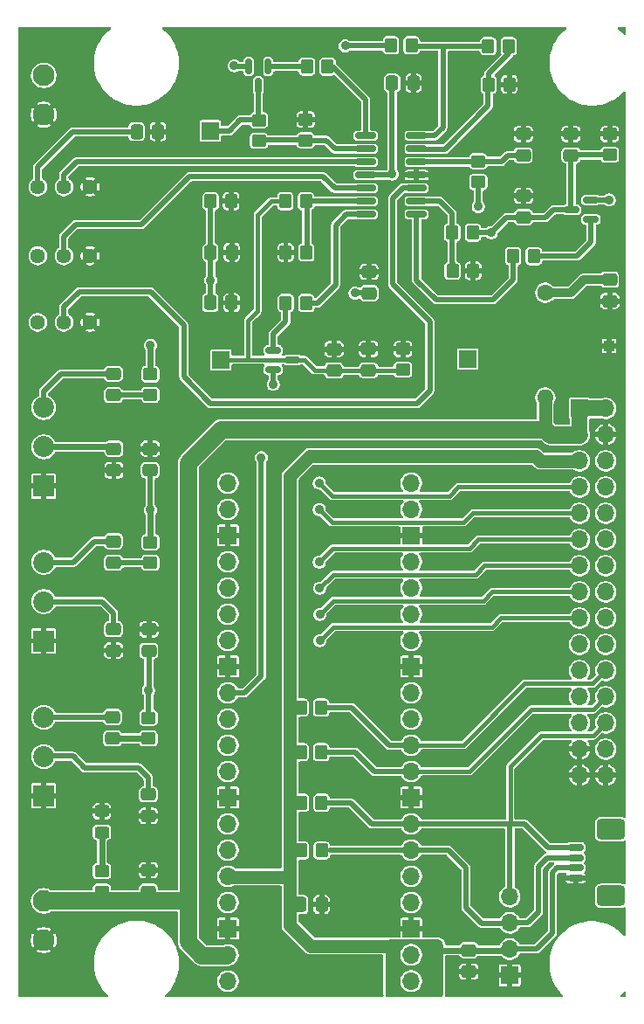
<source format=gbr>
%TF.GenerationSoftware,KiCad,Pcbnew,9.0.2*%
%TF.CreationDate,2025-06-13T11:02:27+10:00*%
%TF.ProjectId,v8_equip_monitor,76385f65-7175-4697-905f-6d6f6e69746f,rev?*%
%TF.SameCoordinates,Original*%
%TF.FileFunction,Copper,L1,Top*%
%TF.FilePolarity,Positive*%
%FSLAX46Y46*%
G04 Gerber Fmt 4.6, Leading zero omitted, Abs format (unit mm)*
G04 Created by KiCad (PCBNEW 9.0.2) date 2025-06-13 11:02:27*
%MOMM*%
%LPD*%
G01*
G04 APERTURE LIST*
G04 Aperture macros list*
%AMRoundRect*
0 Rectangle with rounded corners*
0 $1 Rounding radius*
0 $2 $3 $4 $5 $6 $7 $8 $9 X,Y pos of 4 corners*
0 Add a 4 corners polygon primitive as box body*
4,1,4,$2,$3,$4,$5,$6,$7,$8,$9,$2,$3,0*
0 Add four circle primitives for the rounded corners*
1,1,$1+$1,$2,$3*
1,1,$1+$1,$4,$5*
1,1,$1+$1,$6,$7*
1,1,$1+$1,$8,$9*
0 Add four rect primitives between the rounded corners*
20,1,$1+$1,$2,$3,$4,$5,0*
20,1,$1+$1,$4,$5,$6,$7,0*
20,1,$1+$1,$6,$7,$8,$9,0*
20,1,$1+$1,$8,$9,$2,$3,0*%
G04 Aperture macros list end*
%TA.AperFunction,SMDPad,CuDef*%
%ADD10RoundRect,0.250000X-0.475000X0.337500X-0.475000X-0.337500X0.475000X-0.337500X0.475000X0.337500X0*%
%TD*%
%TA.AperFunction,ComponentPad*%
%ADD11O,1.700000X1.700000*%
%TD*%
%TA.AperFunction,ComponentPad*%
%ADD12R,1.700000X1.700000*%
%TD*%
%TA.AperFunction,SMDPad,CuDef*%
%ADD13RoundRect,0.250000X-0.350000X-0.450000X0.350000X-0.450000X0.350000X0.450000X-0.350000X0.450000X0*%
%TD*%
%TA.AperFunction,SMDPad,CuDef*%
%ADD14RoundRect,0.250000X0.475000X-0.337500X0.475000X0.337500X-0.475000X0.337500X-0.475000X-0.337500X0*%
%TD*%
%TA.AperFunction,SMDPad,CuDef*%
%ADD15RoundRect,0.250000X0.450000X-0.350000X0.450000X0.350000X-0.450000X0.350000X-0.450000X-0.350000X0*%
%TD*%
%TA.AperFunction,SMDPad,CuDef*%
%ADD16RoundRect,0.250000X0.350000X0.450000X-0.350000X0.450000X-0.350000X-0.450000X0.350000X-0.450000X0*%
%TD*%
%TA.AperFunction,ComponentPad*%
%ADD17C,2.100000*%
%TD*%
%TA.AperFunction,SMDPad,CuDef*%
%ADD18RoundRect,0.250000X-0.450000X0.350000X-0.450000X-0.350000X0.450000X-0.350000X0.450000X0.350000X0*%
%TD*%
%TA.AperFunction,ComponentPad*%
%ADD19C,1.440000*%
%TD*%
%TA.AperFunction,SMDPad,CuDef*%
%ADD20RoundRect,0.150000X0.625000X-0.150000X0.625000X0.150000X-0.625000X0.150000X-0.625000X-0.150000X0*%
%TD*%
%TA.AperFunction,SMDPad,CuDef*%
%ADD21RoundRect,0.416666X0.970834X-0.583334X0.970834X0.583334X-0.970834X0.583334X-0.970834X-0.583334X0*%
%TD*%
%TA.AperFunction,SMDPad,CuDef*%
%ADD22RoundRect,0.150000X-0.150000X0.587500X-0.150000X-0.587500X0.150000X-0.587500X0.150000X0.587500X0*%
%TD*%
%TA.AperFunction,SMDPad,CuDef*%
%ADD23RoundRect,0.250000X-0.450000X0.325000X-0.450000X-0.325000X0.450000X-0.325000X0.450000X0.325000X0*%
%TD*%
%TA.AperFunction,SMDPad,CuDef*%
%ADD24RoundRect,0.250000X0.337500X0.475000X-0.337500X0.475000X-0.337500X-0.475000X0.337500X-0.475000X0*%
%TD*%
%TA.AperFunction,ComponentPad*%
%ADD25R,2.025000X2.025000*%
%TD*%
%TA.AperFunction,ComponentPad*%
%ADD26C,2.025000*%
%TD*%
%TA.AperFunction,ComponentPad*%
%ADD27C,1.600000*%
%TD*%
%TA.AperFunction,ComponentPad*%
%ADD28O,1.600000X1.600000*%
%TD*%
%TA.AperFunction,ComponentPad*%
%ADD29R,1.000000X1.000000*%
%TD*%
%TA.AperFunction,SMDPad,CuDef*%
%ADD30RoundRect,0.250000X-0.337500X-0.475000X0.337500X-0.475000X0.337500X0.475000X-0.337500X0.475000X0*%
%TD*%
%TA.AperFunction,SMDPad,CuDef*%
%ADD31RoundRect,0.150000X0.587500X0.150000X-0.587500X0.150000X-0.587500X-0.150000X0.587500X-0.150000X0*%
%TD*%
%TA.AperFunction,SMDPad,CuDef*%
%ADD32RoundRect,0.150000X-0.587500X-0.150000X0.587500X-0.150000X0.587500X0.150000X-0.587500X0.150000X0*%
%TD*%
%TA.AperFunction,SMDPad,CuDef*%
%ADD33RoundRect,0.150000X-0.825000X-0.150000X0.825000X-0.150000X0.825000X0.150000X-0.825000X0.150000X0*%
%TD*%
%TA.AperFunction,ViaPad*%
%ADD34C,0.889000*%
%TD*%
%TA.AperFunction,Conductor*%
%ADD35C,0.508000*%
%TD*%
%TA.AperFunction,Conductor*%
%ADD36C,0.406400*%
%TD*%
%TA.AperFunction,Conductor*%
%ADD37C,0.609600*%
%TD*%
%TA.AperFunction,Conductor*%
%ADD38C,1.270000*%
%TD*%
%TA.AperFunction,Conductor*%
%ADD39C,1.651000*%
%TD*%
%TA.AperFunction,Conductor*%
%ADD40C,1.524000*%
%TD*%
%TA.AperFunction,Conductor*%
%ADD41C,0.812800*%
%TD*%
G04 APERTURE END LIST*
D10*
%TO.P,C1,1*%
%TO.N,/IN0+*%
X9677400Y-67364700D03*
%TO.P,C1,2*%
%TO.N,Net-(C1-Pad2)*%
X9677400Y-69439700D03*
%TD*%
D11*
%TO.P,U2,1,GPIO0*%
%TO.N,/GP0*%
X38658800Y-92964000D03*
%TO.P,U2,2,GPIO1*%
%TO.N,/GP1*%
X38658800Y-90424000D03*
D12*
%TO.P,U2,3,GND*%
%TO.N,GND*%
X38658800Y-87884000D03*
D11*
%TO.P,U2,4,GPIO2*%
%TO.N,/GP2*%
X38658800Y-85344000D03*
%TO.P,U2,5,GPIO3*%
%TO.N,/GP3*%
X38658800Y-82804000D03*
%TO.P,U2,6,GPIO4*%
%TO.N,/GP4*%
X38658800Y-80264000D03*
%TO.P,U2,7,GPIO5*%
%TO.N,/GP5*%
X38658800Y-77724000D03*
D12*
%TO.P,U2,8,GND*%
%TO.N,GND*%
X38658800Y-75184000D03*
D11*
%TO.P,U2,9,GPIO6*%
%TO.N,/GP6*%
X38658800Y-72644000D03*
%TO.P,U2,10,GPIO7*%
%TO.N,/GP7*%
X38658800Y-70104000D03*
%TO.P,U2,11,GPIO8*%
%TO.N,/GP8*%
X38658800Y-67564000D03*
%TO.P,U2,12,GPIO9*%
%TO.N,/GP9*%
X38658800Y-65024000D03*
D12*
%TO.P,U2,13,GND*%
%TO.N,GND*%
X38658800Y-62484000D03*
D11*
%TO.P,U2,14,GPIO10*%
%TO.N,/GP10*%
X38658800Y-59944000D03*
%TO.P,U2,15,GPIO11*%
%TO.N,/GP11*%
X38658800Y-57404000D03*
%TO.P,U2,16,GPIO12*%
%TO.N,/GP12*%
X38658800Y-54864000D03*
%TO.P,U2,17,GPIO13*%
%TO.N,/GP13*%
X38658800Y-52324000D03*
D12*
%TO.P,U2,18,GND*%
%TO.N,GND*%
X38658800Y-49784000D03*
D11*
%TO.P,U2,19,GPIO14*%
%TO.N,/GP14*%
X38658800Y-47244000D03*
%TO.P,U2,20,GPIO15*%
%TO.N,/GP15*%
X38658800Y-44704000D03*
%TO.P,U2,21,GPIO16*%
%TO.N,/GP16*%
X20878800Y-44704000D03*
%TO.P,U2,22,GPIO17*%
%TO.N,/GP17*%
X20878800Y-47244000D03*
D12*
%TO.P,U2,23,GND*%
%TO.N,GND*%
X20878800Y-49784000D03*
D11*
%TO.P,U2,24,GPIO18*%
%TO.N,/AN_CS0*%
X20878800Y-52324000D03*
%TO.P,U2,25,GPIO19*%
%TO.N,/AN_CS1*%
X20878800Y-54864000D03*
%TO.P,U2,26,GPIO20*%
%TO.N,/AN_CS2*%
X20878800Y-57404000D03*
%TO.P,U2,27,GPIO21*%
%TO.N,/AN_CS3*%
X20878800Y-59944000D03*
D12*
%TO.P,U2,28,GND*%
%TO.N,GND*%
X20878800Y-62484000D03*
D11*
%TO.P,U2,29,GPIO22*%
%TO.N,/PWM0*%
X20878800Y-65024000D03*
%TO.P,U2,30,RUN*%
%TO.N,unconnected-(U2-RUN-Pad30)*%
X20878800Y-67564000D03*
%TO.P,U2,31,GPIO26_ADC0*%
%TO.N,/ADC0*%
X20878800Y-70104000D03*
%TO.P,U2,32,GPIO27_ADC1*%
%TO.N,/ADC1*%
X20878800Y-72644000D03*
D12*
%TO.P,U2,33,AGND*%
%TO.N,GND*%
X20878800Y-75184000D03*
D11*
%TO.P,U2,34,GPIO28_ADC2*%
%TO.N,/ADC2*%
X20878800Y-77724000D03*
%TO.P,U2,35,ADC_VREF*%
%TO.N,unconnected-(U2-ADC_VREF-Pad35)*%
X20878800Y-80264000D03*
%TO.P,U2,36,3V3*%
%TO.N,+3V3*%
X20878800Y-82804000D03*
%TO.P,U2,37,3V3_EN*%
%TO.N,unconnected-(U2-3V3_EN-Pad37)*%
X20878800Y-85344000D03*
D12*
%TO.P,U2,38,GND*%
%TO.N,GND*%
X20878800Y-87884000D03*
D11*
%TO.P,U2,39,VSYS*%
%TO.N,+5V*%
X20878800Y-90424000D03*
%TO.P,U2,40,VBUS*%
%TO.N,unconnected-(U2-VBUS-Pad40)*%
X20878800Y-92964000D03*
%TD*%
D13*
%TO.P,R9,1*%
%TO.N,GND*%
X26482800Y-22352000D03*
%TO.P,R9,2*%
%TO.N,Net-(U1B--)*%
X28482800Y-22352000D03*
%TD*%
D12*
%TO.P,J4,1,Pin_1*%
%TO.N,/ADC1*%
X20193000Y-32766000D03*
%TD*%
D14*
%TO.P,C22,1*%
%TO.N,Net-(U1D-+)*%
X49530000Y-12950100D03*
%TO.P,C22,2*%
%TO.N,GND*%
X49530000Y-10875100D03*
%TD*%
D10*
%TO.P,C3,1*%
%TO.N,GND*%
X54152800Y-10875100D03*
%TO.P,C3,2*%
%TO.N,/ADC0*%
X54152800Y-12950100D03*
%TD*%
D15*
%TO.P,R6,1*%
%TO.N,Net-(C6-Pad2)*%
X13360400Y-52435000D03*
%TO.P,R6,2*%
%TO.N,Net-(C7-Pad2)*%
X13360400Y-50435000D03*
%TD*%
D16*
%TO.P,R25,1*%
%TO.N,GND*%
X48167800Y-6070600D03*
%TO.P,R25,2*%
%TO.N,Net-(U1D--)*%
X46167800Y-6070600D03*
%TD*%
D14*
%TO.P,C20,1*%
%TO.N,GND*%
X57912000Y-27072500D03*
%TO.P,C20,2*%
%TO.N,+5VA*%
X57912000Y-24997500D03*
%TD*%
D16*
%TO.P,R23,1*%
%TO.N,Net-(R23-Pad1)*%
X38693600Y-2286000D03*
%TO.P,R23,2*%
%TO.N,Net-(J9-Pin_2)*%
X36693600Y-2286000D03*
%TD*%
D17*
%TO.P,J9,1,Pin_1*%
%TO.N,GND*%
X3000000Y-9000000D03*
%TO.P,J9,2,Pin_2*%
%TO.N,Net-(J9-Pin_2)*%
X3000000Y-5190000D03*
%TD*%
D18*
%TO.P,R10,1*%
%TO.N,GND*%
X37846000Y-31715200D03*
%TO.P,R10,2*%
%TO.N,/ADC1*%
X37846000Y-33715200D03*
%TD*%
D15*
%TO.P,R13,1*%
%TO.N,Net-(U1A--)*%
X23876000Y-11541000D03*
%TO.P,R13,2*%
%TO.N,/ADC2*%
X23876000Y-9541000D03*
%TD*%
%TO.P,R1,1*%
%TO.N,Net-(C1-Pad2)*%
X13157200Y-69453000D03*
%TO.P,R1,2*%
%TO.N,Net-(C2-Pad2)*%
X13157200Y-67453000D03*
%TD*%
D12*
%TO.P,J6,1,Pin_1*%
%TO.N,/ADC2*%
X19151600Y-10566400D03*
%TD*%
D19*
%TO.P,RV3,1,1*%
%TO.N,GND*%
X7500000Y-16000000D03*
%TO.P,RV3,2,2*%
%TO.N,Net-(U1A-+)*%
X4960000Y-16000000D03*
%TO.P,RV3,3,3*%
%TO.N,Net-(C12-Pad2)*%
X2420000Y-16000000D03*
%TD*%
D20*
%TO.P,CON2,1,Pin_1*%
%TO.N,GND*%
X54616600Y-83008600D03*
%TO.P,CON2,2,Pin_2*%
%TO.N,+3V3*%
X54616600Y-82008600D03*
%TO.P,CON2,3,Pin_3*%
%TO.N,/GP4*%
X54616600Y-81008600D03*
%TO.P,CON2,4,Pin_4*%
%TO.N,/GP5*%
X54616600Y-80008600D03*
D21*
%TO.P,CON2,MP*%
%TO.N,N/C*%
X58039000Y-84709000D03*
X58039000Y-78257400D03*
%TD*%
D22*
%TO.P,D3,1*%
%TO.N,Net-(D3-Pad1)*%
X24775200Y-4345700D03*
%TO.P,D3,2*%
%TO.N,+3V3*%
X22875200Y-4345700D03*
%TO.P,D3,3*%
%TO.N,/ADC2*%
X23825200Y-6220700D03*
%TD*%
D23*
%TO.P,LED1,1,K*%
%TO.N,GND*%
X8636000Y-76495800D03*
%TO.P,LED1,2,A*%
%TO.N,Net-(LED1-A)*%
X8636000Y-78545800D03*
%TD*%
D12*
%TO.P,J2,1,Pin_1*%
%TO.N,/ADC0*%
X44145200Y-32689800D03*
%TD*%
D13*
%TO.P,R18,1*%
%TO.N,+3V3*%
X27930600Y-66471800D03*
%TO.P,R18,2*%
%TO.N,/GP7*%
X29930600Y-66471800D03*
%TD*%
D24*
%TO.P,C14,1*%
%TO.N,GND*%
X21255900Y-22352000D03*
%TO.P,C14,2*%
%TO.N,/ADC2*%
X19180900Y-22352000D03*
%TD*%
D16*
%TO.P,R5,1*%
%TO.N,GND*%
X44662600Y-24130000D03*
%TO.P,R5,2*%
%TO.N,Net-(U1C--)*%
X42662600Y-24130000D03*
%TD*%
D10*
%TO.P,C5,1*%
%TO.N,/IN0-*%
X13157200Y-74883100D03*
%TO.P,C5,2*%
%TO.N,GND*%
X13157200Y-76958100D03*
%TD*%
D16*
%TO.P,R7,1*%
%TO.N,Net-(R7-Pad1)*%
X28482800Y-27254200D03*
%TO.P,R7,2*%
%TO.N,Net-(D2-Pad1)*%
X26482800Y-27254200D03*
%TD*%
%TO.P,R8,1*%
%TO.N,Net-(U1B--)*%
X28457400Y-17399000D03*
%TO.P,R8,2*%
%TO.N,/ADC1*%
X26457400Y-17399000D03*
%TD*%
D25*
%TO.P,J3,1,Pin_1*%
%TO.N,GND*%
X3000000Y-60000000D03*
D26*
%TO.P,J3,2,Pin_2*%
%TO.N,/IN1-*%
X3000000Y-56190000D03*
%TO.P,J3,3,Pin_3*%
%TO.N,/IN1+*%
X3000000Y-52380000D03*
%TD*%
D16*
%TO.P,R24,1*%
%TO.N,Net-(U1D--)*%
X48117000Y-2362200D03*
%TO.P,R24,2*%
%TO.N,Net-(R23-Pad1)*%
X46117000Y-2362200D03*
%TD*%
D18*
%TO.P,R4,1*%
%TO.N,GND*%
X57912000Y-10887200D03*
%TO.P,R4,2*%
%TO.N,/ADC0*%
X57912000Y-12887200D03*
%TD*%
D10*
%TO.P,C8,1*%
%TO.N,GND*%
X34518600Y-31703100D03*
%TO.P,C8,2*%
%TO.N,/ADC1*%
X34518600Y-33778100D03*
%TD*%
D12*
%TO.P,CON1,1,Pin_1*%
%TO.N,GND*%
X48209200Y-92405200D03*
D11*
%TO.P,CON1,2,Pin_2*%
%TO.N,+3V3*%
X48209200Y-89865200D03*
%TO.P,CON1,3,Pin_3*%
%TO.N,/GP4*%
X48209200Y-87325200D03*
%TO.P,CON1,4,Pin_4*%
%TO.N,/GP5*%
X48209200Y-84785200D03*
%TD*%
D27*
%TO.P,R20,1*%
%TO.N,+5VA*%
X51663600Y-26263600D03*
D28*
%TO.P,R20,2*%
%TO.N,+5V*%
X51663600Y-36423600D03*
%TD*%
D10*
%TO.P,C6,1*%
%TO.N,/IN1+*%
X9779000Y-50346700D03*
%TO.P,C6,2*%
%TO.N,Net-(C6-Pad2)*%
X9779000Y-52421700D03*
%TD*%
D13*
%TO.P,R16,1*%
%TO.N,+3V3*%
X27956000Y-75692000D03*
%TO.P,R16,2*%
%TO.N,/GP5*%
X29956000Y-75692000D03*
%TD*%
D10*
%TO.P,C15,1*%
%TO.N,/IN2-*%
X9804400Y-41384400D03*
%TO.P,C15,2*%
%TO.N,GND*%
X9804400Y-43459400D03*
%TD*%
%TO.P,C10,1*%
%TO.N,/IN1-*%
X9779000Y-58855700D03*
%TO.P,C10,2*%
%TO.N,GND*%
X9779000Y-60930700D03*
%TD*%
%TO.P,C2,1*%
%TO.N,GND*%
X13208000Y-58881100D03*
%TO.P,C2,2*%
%TO.N,Net-(C2-Pad2)*%
X13208000Y-60956100D03*
%TD*%
D13*
%TO.P,R19,1*%
%TO.N,+3V3*%
X27930600Y-70789800D03*
%TO.P,R19,2*%
%TO.N,/GP6*%
X29930600Y-70789800D03*
%TD*%
D29*
%TO.P,TP1,1,1*%
%TO.N,GND*%
X57861200Y-31419800D03*
%TD*%
D15*
%TO.P,R11,1*%
%TO.N,Net-(C11-Pad2)*%
X13360400Y-36153600D03*
%TO.P,R11,2*%
%TO.N,Net-(C12-Pad2)*%
X13360400Y-34153600D03*
%TD*%
D10*
%TO.P,C11,1*%
%TO.N,/IN2+*%
X9753600Y-34116100D03*
%TO.P,C11,2*%
%TO.N,Net-(C11-Pad2)*%
X9753600Y-36191100D03*
%TD*%
%TO.P,C18,1*%
%TO.N,GND*%
X34569400Y-24235500D03*
%TO.P,C18,2*%
%TO.N,+3V3*%
X34569400Y-26310500D03*
%TD*%
D14*
%TO.P,C16,1*%
%TO.N,+5V*%
X13157200Y-84298700D03*
%TO.P,C16,2*%
%TO.N,GND*%
X13157200Y-82223700D03*
%TD*%
D16*
%TO.P,R14,1*%
%TO.N,GND*%
X21193000Y-17399000D03*
%TO.P,R14,2*%
%TO.N,/ADC2*%
X19193000Y-17399000D03*
%TD*%
D30*
%TO.P,C17,1*%
%TO.N,+3V3*%
X27893100Y-85547200D03*
%TO.P,C17,2*%
%TO.N,GND*%
X29968100Y-85547200D03*
%TD*%
D31*
%TO.P,D1,1*%
%TO.N,Net-(D1-Pad1)*%
X56106300Y-19161800D03*
%TO.P,D1,2*%
%TO.N,+3V3*%
X56106300Y-17261800D03*
%TO.P,D1,3*%
%TO.N,/ADC0*%
X54231300Y-18211800D03*
%TD*%
D16*
%TO.P,R12,1*%
%TO.N,Net-(R12-Pad1)*%
X30540200Y-4343400D03*
%TO.P,R12,2*%
%TO.N,Net-(D3-Pad1)*%
X28540200Y-4343400D03*
%TD*%
D32*
%TO.P,D2,1*%
%TO.N,Net-(D2-Pad1)*%
X25275300Y-31816000D03*
%TO.P,D2,2*%
%TO.N,+3V3*%
X25275300Y-33716000D03*
%TO.P,D2,3*%
%TO.N,/ADC1*%
X27150300Y-32766000D03*
%TD*%
D15*
%TO.P,R21,1*%
%TO.N,+5V*%
X8636000Y-84312000D03*
%TO.P,R21,2*%
%TO.N,Net-(LED1-A)*%
X8636000Y-82312000D03*
%TD*%
D17*
%TO.P,J7,1,Pin_1*%
%TO.N,GND*%
X3000000Y-89000000D03*
%TO.P,J7,2,Pin_2*%
%TO.N,+5V*%
X3000000Y-85190000D03*
%TD*%
D13*
%TO.P,R17,1*%
%TO.N,+3V3*%
X27981400Y-80314800D03*
%TO.P,R17,2*%
%TO.N,/GP4*%
X29981400Y-80314800D03*
%TD*%
D24*
%TO.P,C12,1*%
%TO.N,GND*%
X14093100Y-10642600D03*
%TO.P,C12,2*%
%TO.N,Net-(C12-Pad2)*%
X12018100Y-10642600D03*
%TD*%
D19*
%TO.P,RV1,1,1*%
%TO.N,GND*%
X7500000Y-29133800D03*
%TO.P,RV1,2,2*%
%TO.N,Net-(U1C-+)*%
X4960000Y-29133800D03*
%TO.P,RV1,3,3*%
%TO.N,Net-(C2-Pad2)*%
X2420000Y-29133800D03*
%TD*%
D13*
%TO.P,R2,1*%
%TO.N,Net-(R2-Pad1)*%
X48555400Y-22707600D03*
%TO.P,R2,2*%
%TO.N,Net-(D1-Pad1)*%
X50555400Y-22707600D03*
%TD*%
D25*
%TO.P,J5,1,Pin_1*%
%TO.N,GND*%
X3000000Y-45000000D03*
D26*
%TO.P,J5,2,Pin_2*%
%TO.N,/IN2-*%
X3000000Y-41190000D03*
%TO.P,J5,3,Pin_3*%
%TO.N,/IN2+*%
X3000000Y-37380000D03*
%TD*%
D10*
%TO.P,C21,1*%
%TO.N,+3V3*%
X44246800Y-89970700D03*
%TO.P,C21,2*%
%TO.N,GND*%
X44246800Y-92045700D03*
%TD*%
D13*
%TO.P,R3,1*%
%TO.N,Net-(U1C--)*%
X42637200Y-20421600D03*
%TO.P,R3,2*%
%TO.N,/ADC0*%
X44637200Y-20421600D03*
%TD*%
D18*
%TO.P,R15,1*%
%TO.N,GND*%
X28422600Y-9490200D03*
%TO.P,R15,2*%
%TO.N,Net-(U1A--)*%
X28422600Y-11490200D03*
%TD*%
D10*
%TO.P,C9,1*%
%TO.N,GND*%
X31165800Y-31728500D03*
%TO.P,C9,2*%
%TO.N,/ADC1*%
X31165800Y-33803500D03*
%TD*%
D19*
%TO.P,RV2,1,1*%
%TO.N,GND*%
X7500000Y-22683800D03*
%TO.P,RV2,2,2*%
%TO.N,Net-(U1B-+)*%
X4960000Y-22683800D03*
%TO.P,RV2,3,3*%
%TO.N,Net-(C7-Pad2)*%
X2420000Y-22683800D03*
%TD*%
D30*
%TO.P,C19,1*%
%TO.N,+5VA*%
X36808500Y-5943600D03*
%TO.P,C19,2*%
%TO.N,GND*%
X38883500Y-5943600D03*
%TD*%
D25*
%TO.P,J1,1,Pin_1*%
%TO.N,GND*%
X3000000Y-75000000D03*
D26*
%TO.P,J1,2,Pin_2*%
%TO.N,/IN0-*%
X3000000Y-71190000D03*
%TO.P,J1,3,Pin_3*%
%TO.N,/IN0+*%
X3000000Y-67380000D03*
%TD*%
D33*
%TO.P,U1,1*%
%TO.N,Net-(R12-Pad1)*%
X34228000Y-11049000D03*
%TO.P,U1,2,-*%
%TO.N,Net-(U1A--)*%
X34228000Y-12319000D03*
%TO.P,U1,3,+*%
%TO.N,Net-(U1A-+)*%
X34228000Y-13589000D03*
%TO.P,U1,4,V+*%
%TO.N,+5VA*%
X34228000Y-14859000D03*
%TO.P,U1,5,+*%
%TO.N,Net-(U1B-+)*%
X34228000Y-16129000D03*
%TO.P,U1,6,-*%
%TO.N,Net-(U1B--)*%
X34228000Y-17399000D03*
%TO.P,U1,7*%
%TO.N,Net-(R7-Pad1)*%
X34228000Y-18669000D03*
%TO.P,U1,8*%
%TO.N,Net-(R2-Pad1)*%
X39178000Y-18669000D03*
%TO.P,U1,9,-*%
%TO.N,Net-(U1C--)*%
X39178000Y-17399000D03*
%TO.P,U1,10,+*%
%TO.N,Net-(U1C-+)*%
X39178000Y-16129000D03*
%TO.P,U1,11,V-*%
%TO.N,GND*%
X39178000Y-14859000D03*
%TO.P,U1,12,+*%
%TO.N,Net-(U1D-+)*%
X39178000Y-13589000D03*
%TO.P,U1,13,-*%
%TO.N,Net-(U1D--)*%
X39178000Y-12319000D03*
%TO.P,U1,14*%
%TO.N,Net-(R23-Pad1)*%
X39178000Y-11049000D03*
%TD*%
D24*
%TO.P,C13,1*%
%TO.N,GND*%
X21230500Y-27228800D03*
%TO.P,C13,2*%
%TO.N,/ADC2*%
X19155500Y-27228800D03*
%TD*%
D10*
%TO.P,C7,1*%
%TO.N,GND*%
X13335000Y-41380500D03*
%TO.P,C7,2*%
%TO.N,Net-(C7-Pad2)*%
X13335000Y-43455500D03*
%TD*%
D15*
%TO.P,R22,1*%
%TO.N,/PWM0*%
X45161200Y-15528800D03*
%TO.P,R22,2*%
%TO.N,Net-(U1D-+)*%
X45161200Y-13528800D03*
%TD*%
D12*
%TO.P,J8,1,Pin_1*%
%TO.N,+5V*%
X54991000Y-37465000D03*
D11*
%TO.P,J8,2,Pin_2*%
X57531000Y-37465000D03*
%TO.P,J8,3,Pin_3*%
X54991000Y-40005000D03*
%TO.P,J8,4,Pin_4*%
%TO.N,GND*%
X57531000Y-40005000D03*
%TO.P,J8,5,Pin_5*%
%TO.N,+3V3*%
X54991000Y-42545000D03*
%TO.P,J8,6,Pin_6*%
%TO.N,/GP15*%
X57531000Y-42545000D03*
%TO.P,J8,7,Pin_7*%
%TO.N,/GP16*%
X54991000Y-45085000D03*
%TO.P,J8,8,Pin_8*%
%TO.N,/GP14*%
X57531000Y-45085000D03*
%TO.P,J8,9,Pin_9*%
%TO.N,/GP17*%
X54991000Y-47625000D03*
%TO.P,J8,10,Pin_10*%
%TO.N,/GP13*%
X57531000Y-47625000D03*
%TO.P,J8,11,Pin_11*%
%TO.N,/AN_CS0*%
X54991000Y-50165000D03*
%TO.P,J8,12,Pin_12*%
%TO.N,/GP12*%
X57531000Y-50165000D03*
%TO.P,J8,13,Pin_13*%
%TO.N,/AN_CS1*%
X54991000Y-52705000D03*
%TO.P,J8,14,Pin_14*%
%TO.N,/GP11*%
X57531000Y-52705000D03*
%TO.P,J8,15,Pin_15*%
%TO.N,/AN_CS2*%
X54991000Y-55245000D03*
%TO.P,J8,16,Pin_16*%
%TO.N,/GP10*%
X57531000Y-55245000D03*
%TO.P,J8,17,Pin_17*%
%TO.N,/AN_CS3*%
X54991000Y-57785000D03*
%TO.P,J8,18,Pin_18*%
%TO.N,/GP9*%
X57531000Y-57785000D03*
%TO.P,J8,19,Pin_19*%
%TO.N,/GP3*%
X54991000Y-60325000D03*
%TO.P,J8,20,Pin_20*%
%TO.N,/GP8*%
X57531000Y-60325000D03*
%TO.P,J8,21,Pin_21*%
%TO.N,/GP2*%
X54991000Y-62865000D03*
%TO.P,J8,22,Pin_22*%
%TO.N,/GP7*%
X57531000Y-62865000D03*
%TO.P,J8,23,Pin_23*%
%TO.N,/GP1*%
X54991000Y-65405000D03*
%TO.P,J8,24,Pin_24*%
%TO.N,/GP6*%
X57531000Y-65405000D03*
%TO.P,J8,25,Pin_25*%
%TO.N,/GP0*%
X54991000Y-67945000D03*
%TO.P,J8,26,Pin_26*%
%TO.N,/GP5*%
X57531000Y-67945000D03*
%TO.P,J8,27,Pin_27*%
%TO.N,GND*%
X54991000Y-70485000D03*
%TO.P,J8,28,Pin_28*%
%TO.N,/GP4*%
X57531000Y-70485000D03*
%TO.P,J8,29,Pin_29*%
%TO.N,GND*%
X54991000Y-73025000D03*
%TO.P,J8,30,Pin_30*%
X57531000Y-73025000D03*
%TD*%
D10*
%TO.P,C4,1*%
%TO.N,GND*%
X49555400Y-16869500D03*
%TO.P,C4,2*%
%TO.N,/ADC0*%
X49555400Y-18944500D03*
%TD*%
D34*
%TO.N,/ADC0*%
X46427300Y-20421600D03*
%TO.N,/ADC2*%
X19202400Y-25044400D03*
%TO.N,GND*%
X28397200Y-30454600D03*
X39370000Y-8585200D03*
X14960600Y-79781400D03*
X56032400Y-9271000D03*
X52222400Y-15671800D03*
X9728200Y-46786800D03*
X15849600Y-22707600D03*
X25273000Y-25019000D03*
X49530000Y-7899400D03*
X22047200Y-20116800D03*
X15900400Y-10617200D03*
X43078400Y-16256000D03*
X37744400Y-29032200D03*
X46609000Y-22606000D03*
X35102800Y-21920200D03*
X26212800Y-7797800D03*
X54076600Y-86283800D03*
X22072600Y-25019000D03*
X57886600Y-21082000D03*
%TO.N,+3V3*%
X25275300Y-35130500D03*
X21488400Y-4267200D03*
X33197800Y-42113200D03*
X33197800Y-26289000D03*
X57861200Y-17272000D03*
%TO.N,/PWM0*%
X24104600Y-42240200D03*
X45161200Y-17907000D03*
%TO.N,/AN_CS1*%
X29768800Y-54889400D03*
%TO.N,/AN_CS2*%
X29794200Y-57429400D03*
%TO.N,Net-(C2-Pad2)*%
X13157200Y-64795400D03*
%TO.N,+5VA*%
X36804600Y-14757400D03*
%TO.N,/GP17*%
X29743400Y-47269400D03*
%TO.N,/GP16*%
X29743400Y-44704000D03*
%TO.N,/AN_CS0*%
X29743400Y-52349400D03*
%TO.N,/AN_CS3*%
X29794200Y-59969400D03*
%TO.N,Net-(C7-Pad2)*%
X13360400Y-47294800D03*
%TO.N,Net-(C12-Pad2)*%
X13360400Y-31343600D03*
%TO.N,Net-(J9-Pin_2)*%
X32258000Y-2336800D03*
%TD*%
D35*
%TO.N,/ADC0*%
X51692900Y-18995300D02*
X52476400Y-18211800D01*
X46427300Y-20421600D02*
X47853600Y-18995300D01*
X52476400Y-18211800D02*
X54168800Y-18211800D01*
X46427300Y-20421600D02*
X44637200Y-20421600D01*
X54168800Y-12912600D02*
X57886600Y-12912600D01*
X54168800Y-18211800D02*
X54168800Y-12912600D01*
X47853600Y-18995300D02*
X51692900Y-18995300D01*
D36*
%TO.N,/ADC1*%
X22834600Y-32766000D02*
X22834600Y-28930600D01*
X31169700Y-33807400D02*
X37753800Y-33807400D01*
X22834600Y-28930600D02*
X23749000Y-28016200D01*
X20193000Y-32766000D02*
X27150300Y-32766000D01*
X29311600Y-33782000D02*
X31144300Y-33782000D01*
X27150300Y-32766000D02*
X28295600Y-32766000D01*
X25095200Y-17399000D02*
X26457400Y-17399000D01*
X28295600Y-32766000D02*
X29311600Y-33782000D01*
X23749000Y-18745200D02*
X25095200Y-17399000D01*
X23749000Y-28016200D02*
X23749000Y-18745200D01*
D35*
%TO.N,/ADC2*%
X23860000Y-9525000D02*
X22047200Y-9525000D01*
X19202400Y-22373500D02*
X19202400Y-27181900D01*
X21005800Y-10566400D02*
X19151600Y-10566400D01*
X19177000Y-22348100D02*
X19177000Y-17415000D01*
X22047200Y-9525000D02*
X21005800Y-10566400D01*
X23825200Y-6220700D02*
X23825200Y-9490200D01*
D37*
%TO.N,+3V3*%
X44246800Y-89970700D02*
X41296500Y-89970700D01*
D38*
X28803600Y-42113200D02*
X26898600Y-44018200D01*
D35*
X52349400Y-88315800D02*
X50800000Y-89865200D01*
X57861200Y-17272000D02*
X57851000Y-17261800D01*
D38*
X28905200Y-89560400D02*
X36804600Y-89560400D01*
D35*
X33197800Y-26289000D02*
X34547900Y-26289000D01*
D38*
X26898600Y-87553800D02*
X28905200Y-89560400D01*
D35*
X52349400Y-82473800D02*
X52349400Y-88315800D01*
X21566900Y-4345700D02*
X22875200Y-4345700D01*
D38*
X50723800Y-42113200D02*
X28803600Y-42113200D01*
X26898600Y-44018200D02*
X26898600Y-87553800D01*
D35*
X21488400Y-4267200D02*
X21566900Y-4345700D01*
D37*
X41296500Y-89970700D02*
X41249600Y-90017600D01*
D35*
X52814600Y-82008600D02*
X52349400Y-82473800D01*
D38*
X54965600Y-42570400D02*
X51181000Y-42570400D01*
D37*
X44881800Y-89996100D02*
X48535500Y-89996100D01*
D35*
X50800000Y-89865200D02*
X48209200Y-89865200D01*
X57851000Y-17261800D02*
X56106300Y-17261800D01*
D38*
X20955000Y-82880200D02*
X26771600Y-82880200D01*
D35*
X25275300Y-35130500D02*
X25275300Y-33716000D01*
D37*
X41249600Y-90017600D02*
X41198800Y-89966800D01*
D38*
X51181000Y-42570400D02*
X50723800Y-42113200D01*
D37*
X41198800Y-89966800D02*
X41173400Y-89966800D01*
D35*
X54616600Y-82008600D02*
X52814600Y-82008600D01*
D39*
%TO.N,+5V*%
X54977200Y-40030400D02*
X52197000Y-40030400D01*
X18338800Y-90500200D02*
X20802600Y-90500200D01*
D40*
X54991000Y-40005000D02*
X54991000Y-37465000D01*
D39*
X17043400Y-89204800D02*
X18338800Y-90500200D01*
X20802600Y-90500200D02*
X20320000Y-90500200D01*
X17043400Y-42748200D02*
X17043400Y-89204800D01*
D40*
X54991000Y-37465000D02*
X57531000Y-37465000D01*
D39*
X20269200Y-39522400D02*
X17043400Y-42748200D01*
X52197000Y-40030400D02*
X51689000Y-39522400D01*
D38*
X51638200Y-38912800D02*
X51638200Y-36449000D01*
D39*
X51689000Y-39522400D02*
X20269200Y-39522400D01*
X16994200Y-85190000D02*
X3000000Y-85190000D01*
D35*
%TO.N,/GP7*%
X32918400Y-66471800D02*
X29930600Y-66471800D01*
X36550600Y-70104000D02*
X32918400Y-66471800D01*
D36*
X49657000Y-64135000D02*
X43688000Y-70104000D01*
X43688000Y-70104000D02*
X38658800Y-70104000D01*
D35*
X38658800Y-70104000D02*
X36550600Y-70104000D01*
D36*
X56272600Y-64135000D02*
X49657000Y-64135000D01*
X57540000Y-62867600D02*
X56272600Y-64135000D01*
D35*
%TO.N,/GP6*%
X35102800Y-72644000D02*
X33248600Y-70789800D01*
D36*
X44323000Y-72644000D02*
X50317400Y-66649600D01*
X56298000Y-66649600D02*
X57540000Y-65407600D01*
X38658800Y-72644000D02*
X44323000Y-72644000D01*
D35*
X38658800Y-72644000D02*
X35102800Y-72644000D01*
D36*
X50317400Y-66649600D02*
X56298000Y-66649600D01*
D35*
X33248600Y-70789800D02*
X29930600Y-70789800D01*
%TO.N,/PWM0*%
X22504400Y-65024000D02*
X24104600Y-63423800D01*
X24104600Y-63423800D02*
X24104600Y-42240200D01*
X45161200Y-17907000D02*
X45161200Y-15528800D01*
X20878800Y-65024000D02*
X22504400Y-65024000D01*
D36*
%TO.N,/AN_CS1*%
X44881800Y-53594000D02*
X45768200Y-52707600D01*
X31064200Y-53594000D02*
X44881800Y-53594000D01*
X29768800Y-54889400D02*
X31064200Y-53594000D01*
X45768200Y-52707600D02*
X55000000Y-52707600D01*
%TO.N,/AN_CS2*%
X45643800Y-56108600D02*
X46504800Y-55247600D01*
X31115000Y-56108600D02*
X45643800Y-56108600D01*
X46504800Y-55247600D02*
X55000000Y-55247600D01*
X29794200Y-57429400D02*
X31115000Y-56108600D01*
D35*
%TO.N,Net-(C2-Pad2)*%
X13208000Y-64744600D02*
X13208000Y-60956100D01*
X13182600Y-67427600D02*
X13182600Y-64820800D01*
X13182600Y-64820800D02*
X13157200Y-64795400D01*
X13157200Y-64795400D02*
X13208000Y-64744600D01*
%TO.N,Net-(C6-Pad2)*%
X13195900Y-52421700D02*
X13209200Y-52435000D01*
X13209200Y-52435000D02*
X13360400Y-52435000D01*
X9779000Y-52421700D02*
X13195900Y-52421700D01*
%TO.N,/IN1-*%
X9779000Y-57302400D02*
X8665300Y-56188700D01*
X9779000Y-58855700D02*
X9779000Y-57302400D01*
X8665300Y-56188700D02*
X3001300Y-56188700D01*
%TO.N,/IN0-*%
X13157200Y-73253600D02*
X13157200Y-74883100D01*
X3019200Y-71170800D02*
X5842000Y-71170800D01*
X12192000Y-72288400D02*
X13157200Y-73253600D01*
X5842000Y-71170800D02*
X6959600Y-72288400D01*
X6959600Y-72288400D02*
X12192000Y-72288400D01*
D37*
%TO.N,/IN2-*%
X3000000Y-41190000D02*
X9610000Y-41190000D01*
D35*
%TO.N,/IN0+*%
X9652000Y-67390100D02*
X3010100Y-67390100D01*
%TO.N,/IN1+*%
X7920900Y-50346700D02*
X5887600Y-52380000D01*
X5887600Y-52380000D02*
X3000000Y-52380000D01*
X9779000Y-50346700D02*
X7920900Y-50346700D01*
%TO.N,/IN2+*%
X4669700Y-34116100D02*
X9753600Y-34116100D01*
X3000000Y-35785800D02*
X4669700Y-34116100D01*
X3000000Y-37380000D02*
X3000000Y-35785800D01*
%TO.N,Net-(U1D-+)*%
X48009900Y-12950100D02*
X49530000Y-12950100D01*
X45161200Y-13528800D02*
X47431200Y-13528800D01*
X47431200Y-13528800D02*
X48009900Y-12950100D01*
X39178000Y-13589000D02*
X45101000Y-13589000D01*
%TO.N,+5VA*%
X36804600Y-14757400D02*
X36703000Y-14859000D01*
X36804600Y-14757400D02*
X36804600Y-5947500D01*
X36703000Y-14859000D02*
X34228000Y-14859000D01*
D41*
X54152800Y-26263600D02*
X51663600Y-26263600D01*
X55418900Y-24997500D02*
X54152800Y-26263600D01*
X57912000Y-24997500D02*
X55418900Y-24997500D01*
D35*
%TO.N,Net-(C11-Pad2)*%
X9791100Y-36153600D02*
X13360400Y-36153600D01*
D36*
%TO.N,/GP17*%
X43738800Y-48514000D02*
X44625200Y-47627600D01*
X29743400Y-47269400D02*
X30988000Y-48514000D01*
X30988000Y-48514000D02*
X43738800Y-48514000D01*
X44625200Y-47627600D02*
X55000000Y-47627600D01*
%TO.N,/GP16*%
X30988000Y-45948600D02*
X42367200Y-45948600D01*
X29743400Y-44704000D02*
X30988000Y-45948600D01*
X43228200Y-45087600D02*
X55000000Y-45087600D01*
X42367200Y-45948600D02*
X43228200Y-45087600D01*
D35*
%TO.N,/GP5*%
X38658800Y-77724000D02*
X34823400Y-77724000D01*
D36*
X56298000Y-69189600D02*
X57540000Y-67947600D01*
D35*
X51916200Y-80008600D02*
X54616600Y-80008600D01*
D36*
X51257200Y-69189600D02*
X56298000Y-69189600D01*
D35*
X48285400Y-77724000D02*
X38658800Y-77724000D01*
D36*
X48260000Y-72186800D02*
X51257200Y-69189600D01*
D35*
X49631600Y-77724000D02*
X51916200Y-80008600D01*
X32791400Y-75692000D02*
X29956000Y-75692000D01*
X34823400Y-77724000D02*
X32791400Y-75692000D01*
X48234600Y-77774800D02*
X48234600Y-84759800D01*
X48285400Y-77724000D02*
X49631600Y-77724000D01*
D36*
X48260000Y-77698600D02*
X48260000Y-72186800D01*
D35*
%TO.N,/GP4*%
X49961800Y-87325200D02*
X48209200Y-87325200D01*
X51884200Y-81008600D02*
X51003200Y-81889600D01*
X43967400Y-85826600D02*
X43967400Y-81965800D01*
X45491400Y-87350600D02*
X43967400Y-85826600D01*
X51003200Y-81889600D02*
X51003200Y-86283800D01*
X51003200Y-86283800D02*
X49961800Y-87325200D01*
X30794200Y-80289400D02*
X38633400Y-80289400D01*
X48183800Y-87350600D02*
X45491400Y-87350600D01*
X42265600Y-80264000D02*
X38658800Y-80264000D01*
X43967400Y-81965800D02*
X42265600Y-80264000D01*
X54616600Y-81008600D02*
X51884200Y-81008600D01*
%TO.N,Net-(U1D--)*%
X46126400Y-6112000D02*
X46126400Y-8153400D01*
X46167800Y-5038600D02*
X48117000Y-3089400D01*
X46126400Y-8153400D02*
X41935400Y-12344400D01*
X46167800Y-6070600D02*
X46167800Y-5038600D01*
X41935400Y-12344400D02*
X39203400Y-12344400D01*
X48117000Y-3089400D02*
X48117000Y-2362200D01*
D37*
%TO.N,Net-(C1-Pad2)*%
X9677400Y-69439700D02*
X13143900Y-69439700D01*
D36*
%TO.N,/AN_CS0*%
X45184000Y-50167600D02*
X55000000Y-50167600D01*
X44297600Y-51054000D02*
X45184000Y-50167600D01*
X29743400Y-52349400D02*
X31038800Y-51054000D01*
X31038800Y-51054000D02*
X44297600Y-51054000D01*
%TO.N,/AN_CS3*%
X46482000Y-58648600D02*
X47343000Y-57787600D01*
X29794200Y-59969400D02*
X31115000Y-58648600D01*
X47343000Y-57787600D02*
X55000000Y-57787600D01*
X31115000Y-58648600D02*
X46482000Y-58648600D01*
D35*
%TO.N,Net-(C7-Pad2)*%
X13335000Y-47269400D02*
X13360400Y-47294800D01*
X13335000Y-43455500D02*
X13335000Y-47269400D01*
D37*
X13360400Y-50384200D02*
X13360400Y-47294800D01*
D35*
%TO.N,Net-(C12-Pad2)*%
X12018100Y-10642600D02*
X11992700Y-10668000D01*
X2420000Y-14064600D02*
X2420000Y-16000000D01*
D37*
X13360400Y-31343600D02*
X13360400Y-34153600D01*
D35*
X5816600Y-10668000D02*
X2420000Y-14064600D01*
X11992700Y-10668000D02*
X5816600Y-10668000D01*
D37*
%TO.N,Net-(LED1-A)*%
X8636000Y-82312000D02*
X8636000Y-78545800D01*
D35*
%TO.N,Net-(U1A--)*%
X30438600Y-11490200D02*
X28422600Y-11490200D01*
X23936200Y-11480800D02*
X28413200Y-11480800D01*
X34228000Y-12319000D02*
X31267400Y-12319000D01*
X31267400Y-12319000D02*
X30438600Y-11490200D01*
%TO.N,Net-(U1B--)*%
X28524200Y-17465800D02*
X28524200Y-22310600D01*
X34228000Y-17399000D02*
X28457400Y-17399000D01*
%TO.N,Net-(U1C--)*%
X42637200Y-23352760D02*
X42662600Y-23378160D01*
X39178000Y-17399000D02*
X41452800Y-17399000D01*
X42637200Y-18583400D02*
X42637200Y-20421600D01*
X41452800Y-17399000D02*
X42637200Y-18583400D01*
X42637200Y-20421600D02*
X42637200Y-23352760D01*
%TO.N,Net-(D1-Pad1)*%
X54762400Y-22707600D02*
X56106300Y-21363700D01*
X56106300Y-21363700D02*
X56106300Y-19161800D01*
X50555400Y-22707600D02*
X54762400Y-22707600D01*
%TO.N,Net-(D3-Pad1)*%
X25203700Y-4345700D02*
X25206000Y-4343400D01*
X25206000Y-4343400D02*
X28540200Y-4343400D01*
X24775200Y-4345700D02*
X25203700Y-4345700D01*
%TO.N,Net-(J9-Pin_2)*%
X32258000Y-2336800D02*
X36642800Y-2336800D01*
%TO.N,Net-(R2-Pad1)*%
X41071800Y-26949400D02*
X46583600Y-26949400D01*
X48555400Y-24977600D02*
X48555400Y-22707600D01*
X39178000Y-18669000D02*
X39178000Y-25055600D01*
X46583600Y-26949400D02*
X48555400Y-24977600D01*
X39178000Y-25055600D02*
X41071800Y-26949400D01*
%TO.N,Net-(R7-Pad1)*%
X28482800Y-27254200D02*
X29540200Y-27254200D01*
X29540200Y-27254200D02*
X31318200Y-25476200D01*
X31318200Y-19710400D02*
X32359600Y-18669000D01*
X32359600Y-18669000D02*
X34228000Y-18669000D01*
X31318200Y-25476200D02*
X31318200Y-19710400D01*
%TO.N,Net-(R12-Pad1)*%
X34228000Y-7532600D02*
X31038800Y-4343400D01*
X34228000Y-11049000D02*
X34228000Y-7532600D01*
X31038800Y-4343400D02*
X30540200Y-4343400D01*
%TO.N,Net-(R23-Pad1)*%
X40919400Y-11049000D02*
X39178000Y-11049000D01*
X41732200Y-2362200D02*
X41732200Y-10236200D01*
X38769800Y-2362200D02*
X46117000Y-2362200D01*
X41732200Y-10236200D02*
X40919400Y-11049000D01*
%TO.N,Net-(U1C-+)*%
X4960000Y-27653600D02*
X4960000Y-29133800D01*
X16586200Y-34366200D02*
X16586200Y-29387800D01*
X6426200Y-26187400D02*
X4960000Y-27653600D01*
X16586200Y-29387800D02*
X13385800Y-26187400D01*
X36855400Y-25450800D02*
X40462200Y-29057600D01*
X40462200Y-35712400D02*
X39192200Y-36982400D01*
X37846000Y-16129000D02*
X36855400Y-17119600D01*
X36855400Y-17119600D02*
X36855400Y-25450800D01*
X39192200Y-36982400D02*
X19202400Y-36982400D01*
X19202400Y-36982400D02*
X16586200Y-34366200D01*
X40462200Y-29057600D02*
X40462200Y-35712400D01*
X13385800Y-26187400D02*
X6426200Y-26187400D01*
X39178000Y-16129000D02*
X37846000Y-16129000D01*
%TO.N,Net-(U1B-+)*%
X30099000Y-14986000D02*
X17145000Y-14986000D01*
X6096000Y-19634200D02*
X4927600Y-20802600D01*
X17145000Y-14986000D02*
X12496800Y-19634200D01*
X4927600Y-20802600D02*
X4927600Y-22651400D01*
X34228000Y-16129000D02*
X31242000Y-16129000D01*
X12496800Y-19634200D02*
X6096000Y-19634200D01*
X31242000Y-16129000D02*
X30099000Y-14986000D01*
%TO.N,Net-(U1A-+)*%
X4960000Y-16000000D02*
X4960000Y-14801200D01*
X4960000Y-14801200D02*
X6197600Y-13563600D01*
X6197600Y-13563600D02*
X34202600Y-13563600D01*
%TO.N,Net-(D2-Pad1)*%
X26482800Y-27254200D02*
X26482800Y-29067000D01*
X25275300Y-30274500D02*
X25275300Y-31816000D01*
X26482800Y-29067000D02*
X25275300Y-30274500D01*
%TD*%
%TA.AperFunction,Conductor*%
%TO.N,+3V3*%
G36*
X37738882Y-88927783D02*
G01*
X37788735Y-88937700D01*
X37788736Y-88937700D01*
X39528865Y-88937700D01*
X39578718Y-88927783D01*
X39602911Y-88925400D01*
X41224074Y-88925400D01*
X41240259Y-88926461D01*
X41345423Y-88940306D01*
X41376691Y-88948684D01*
X41467118Y-88986140D01*
X41495152Y-89002325D01*
X41572802Y-89061909D01*
X41595691Y-89084798D01*
X41655274Y-89162448D01*
X41671459Y-89190481D01*
X41708915Y-89280908D01*
X41717293Y-89312175D01*
X41731139Y-89417339D01*
X41732200Y-89433525D01*
X41732200Y-94259274D01*
X41731139Y-94275459D01*
X41731139Y-94275460D01*
X41717293Y-94380624D01*
X41708917Y-94411885D01*
X41701188Y-94430547D01*
X41657350Y-94484953D01*
X41591057Y-94507021D01*
X41586625Y-94507100D01*
X36315175Y-94507100D01*
X36248136Y-94487415D01*
X36202381Y-94434611D01*
X36200614Y-94430552D01*
X36192884Y-94411890D01*
X36184506Y-94380623D01*
X36170661Y-94275459D01*
X36169600Y-94259274D01*
X36169600Y-92860215D01*
X37605100Y-92860215D01*
X37605100Y-93067784D01*
X37645591Y-93271345D01*
X37645593Y-93271353D01*
X37725022Y-93463110D01*
X37725027Y-93463120D01*
X37840337Y-93635693D01*
X37840340Y-93635697D01*
X37987102Y-93782459D01*
X37987106Y-93782462D01*
X38159679Y-93897772D01*
X38159683Y-93897774D01*
X38159686Y-93897776D01*
X38351447Y-93977207D01*
X38555015Y-94017699D01*
X38555019Y-94017700D01*
X38555020Y-94017700D01*
X38762581Y-94017700D01*
X38762582Y-94017699D01*
X38966153Y-93977207D01*
X39157914Y-93897776D01*
X39330494Y-93782462D01*
X39477262Y-93635694D01*
X39592576Y-93463114D01*
X39672007Y-93271353D01*
X39712500Y-93067780D01*
X39712500Y-92860220D01*
X39672007Y-92656647D01*
X39592576Y-92464886D01*
X39592574Y-92464883D01*
X39592572Y-92464879D01*
X39477262Y-92292306D01*
X39477259Y-92292302D01*
X39330497Y-92145540D01*
X39330493Y-92145537D01*
X39157920Y-92030227D01*
X39157910Y-92030222D01*
X38966153Y-91950793D01*
X38966145Y-91950791D01*
X38762584Y-91910300D01*
X38762580Y-91910300D01*
X38555020Y-91910300D01*
X38555015Y-91910300D01*
X38351454Y-91950791D01*
X38351446Y-91950793D01*
X38159689Y-92030222D01*
X38159679Y-92030227D01*
X37987106Y-92145537D01*
X37987102Y-92145540D01*
X37840340Y-92292302D01*
X37840337Y-92292306D01*
X37725027Y-92464879D01*
X37725022Y-92464889D01*
X37645593Y-92656646D01*
X37645591Y-92656654D01*
X37605100Y-92860215D01*
X36169600Y-92860215D01*
X36169600Y-90320215D01*
X37605100Y-90320215D01*
X37605100Y-90527784D01*
X37645591Y-90731345D01*
X37645593Y-90731353D01*
X37725022Y-90923110D01*
X37725027Y-90923120D01*
X37840337Y-91095693D01*
X37840340Y-91095697D01*
X37987102Y-91242459D01*
X37987106Y-91242462D01*
X38159679Y-91357772D01*
X38159683Y-91357774D01*
X38159686Y-91357776D01*
X38351447Y-91437207D01*
X38555015Y-91477699D01*
X38555019Y-91477700D01*
X38555020Y-91477700D01*
X38762581Y-91477700D01*
X38762582Y-91477699D01*
X38966153Y-91437207D01*
X39157914Y-91357776D01*
X39330494Y-91242462D01*
X39477262Y-91095694D01*
X39592576Y-90923114D01*
X39672007Y-90731353D01*
X39712500Y-90527780D01*
X39712500Y-90320220D01*
X39672007Y-90116647D01*
X39592576Y-89924886D01*
X39592574Y-89924883D01*
X39592572Y-89924879D01*
X39477262Y-89752306D01*
X39477259Y-89752302D01*
X39330497Y-89605540D01*
X39330493Y-89605537D01*
X39157920Y-89490227D01*
X39157910Y-89490222D01*
X38966153Y-89410793D01*
X38966145Y-89410791D01*
X38762584Y-89370300D01*
X38762580Y-89370300D01*
X38555020Y-89370300D01*
X38555015Y-89370300D01*
X38351454Y-89410791D01*
X38351446Y-89410793D01*
X38159689Y-89490222D01*
X38159679Y-89490227D01*
X37987106Y-89605537D01*
X37987102Y-89605540D01*
X37840340Y-89752302D01*
X37840337Y-89752306D01*
X37725027Y-89924879D01*
X37725022Y-89924889D01*
X37645593Y-90116646D01*
X37645591Y-90116654D01*
X37605100Y-90320215D01*
X36169600Y-90320215D01*
X36169600Y-89433525D01*
X36170661Y-89417340D01*
X36184506Y-89312176D01*
X36184506Y-89312175D01*
X36192884Y-89280908D01*
X36230340Y-89190481D01*
X36246523Y-89162450D01*
X36306113Y-89084792D01*
X36328992Y-89061913D01*
X36406650Y-89002323D01*
X36434679Y-88986140D01*
X36525109Y-88948683D01*
X36556375Y-88940306D01*
X36661541Y-88926461D01*
X36677726Y-88925400D01*
X37714689Y-88925400D01*
X37738882Y-88927783D01*
G37*
%TD.AperFunction*%
%TD*%
%TA.AperFunction,Conductor*%
%TO.N,GND*%
G36*
X9481477Y-527785D02*
G01*
X9527232Y-580589D01*
X9537176Y-649747D01*
X9508151Y-713303D01*
X9493103Y-727953D01*
X9226096Y-947079D01*
X8939479Y-1233696D01*
X8682327Y-1547037D01*
X8682317Y-1547051D01*
X8457126Y-1884074D01*
X8457115Y-1884092D01*
X8266044Y-2241561D01*
X8266042Y-2241566D01*
X8110920Y-2616059D01*
X7993249Y-3003971D01*
X7993246Y-3003982D01*
X7914173Y-3401518D01*
X7914170Y-3401535D01*
X7888855Y-3658564D01*
X7874440Y-3804924D01*
X7874440Y-4210276D01*
X7877895Y-4245353D01*
X7914170Y-4613664D01*
X7914173Y-4613681D01*
X7993246Y-5011217D01*
X7993249Y-5011228D01*
X8110920Y-5399140D01*
X8266042Y-5773633D01*
X8266044Y-5773638D01*
X8457115Y-6131107D01*
X8457126Y-6131125D01*
X8682317Y-6468148D01*
X8682327Y-6468162D01*
X8939479Y-6781503D01*
X9226096Y-7068120D01*
X9226101Y-7068124D01*
X9226102Y-7068125D01*
X9539443Y-7325277D01*
X9876481Y-7550478D01*
X9876490Y-7550483D01*
X9876492Y-7550484D01*
X10233961Y-7741555D01*
X10233963Y-7741555D01*
X10233969Y-7741559D01*
X10462207Y-7836099D01*
X10608459Y-7896679D01*
X10608463Y-7896680D01*
X10608465Y-7896681D01*
X10996362Y-8014348D01*
X10996368Y-8014349D01*
X10996371Y-8014350D01*
X10996382Y-8014353D01*
X11245671Y-8063938D01*
X11393925Y-8093428D01*
X11797324Y-8133160D01*
X11797327Y-8133160D01*
X12202673Y-8133160D01*
X12202676Y-8133160D01*
X12606075Y-8093428D01*
X12802857Y-8054285D01*
X13003617Y-8014353D01*
X13003628Y-8014350D01*
X13003628Y-8014349D01*
X13003638Y-8014348D01*
X13391535Y-7896681D01*
X13766031Y-7741559D01*
X14123519Y-7550478D01*
X14460557Y-7325277D01*
X14773898Y-7068125D01*
X15060525Y-6781498D01*
X15317677Y-6468157D01*
X15542878Y-6131119D01*
X15733959Y-5773631D01*
X15889081Y-5399135D01*
X16006748Y-5011238D01*
X16006750Y-5011228D01*
X16006753Y-5011217D01*
X16051578Y-4785860D01*
X16085828Y-4613675D01*
X16125560Y-4210276D01*
X16125560Y-4204854D01*
X20855440Y-4204854D01*
X20855440Y-4329545D01*
X20879762Y-4451820D01*
X20879764Y-4451828D01*
X20927476Y-4567016D01*
X20927481Y-4567025D01*
X20996747Y-4670688D01*
X20996750Y-4670692D01*
X21084907Y-4758849D01*
X21084911Y-4758852D01*
X21188574Y-4828118D01*
X21188578Y-4828120D01*
X21188581Y-4828122D01*
X21303772Y-4875836D01*
X21425194Y-4899988D01*
X21426054Y-4900159D01*
X21426058Y-4900160D01*
X21426059Y-4900160D01*
X21550742Y-4900160D01*
X21550743Y-4900159D01*
X21673028Y-4875836D01*
X21788219Y-4828122D01*
X21803354Y-4818008D01*
X21816751Y-4809058D01*
X21883428Y-4788180D01*
X21885641Y-4788160D01*
X22262740Y-4788160D01*
X22329779Y-4807845D01*
X22375534Y-4860649D01*
X22386740Y-4912160D01*
X22386740Y-4972849D01*
X22386741Y-4972865D01*
X22393229Y-5022151D01*
X22393230Y-5022152D01*
X22438140Y-5118461D01*
X22443673Y-5130327D01*
X22528073Y-5214727D01*
X22630673Y-5262570D01*
X22636247Y-5265169D01*
X22636248Y-5265170D01*
X22644208Y-5266217D01*
X22685544Y-5271660D01*
X22685551Y-5271660D01*
X23064849Y-5271660D01*
X23064856Y-5271660D01*
X23114151Y-5265170D01*
X23222327Y-5214727D01*
X23306727Y-5130327D01*
X23357170Y-5022151D01*
X23363660Y-4972856D01*
X23363660Y-3718550D01*
X24286740Y-3718550D01*
X24286740Y-4972849D01*
X24286741Y-4972865D01*
X24293229Y-5022151D01*
X24293230Y-5022152D01*
X24338140Y-5118461D01*
X24343673Y-5130327D01*
X24428073Y-5214727D01*
X24530673Y-5262570D01*
X24536247Y-5265169D01*
X24536248Y-5265170D01*
X24544208Y-5266217D01*
X24585544Y-5271660D01*
X24585551Y-5271660D01*
X24964849Y-5271660D01*
X24964856Y-5271660D01*
X25014151Y-5265170D01*
X25122327Y-5214727D01*
X25206727Y-5130327D01*
X25257170Y-5022151D01*
X25263660Y-4972856D01*
X25263660Y-4909860D01*
X25283345Y-4842821D01*
X25336149Y-4797066D01*
X25387660Y-4785860D01*
X27635050Y-4785860D01*
X27702089Y-4805545D01*
X27747844Y-4858349D01*
X27752091Y-4868904D01*
X27775227Y-4935023D01*
X27798172Y-5000593D01*
X27822029Y-5032918D01*
X27876659Y-5106940D01*
X27892270Y-5118461D01*
X27983007Y-5185428D01*
X28107764Y-5229083D01*
X28137379Y-5231860D01*
X28943020Y-5231859D01*
X28972636Y-5229083D01*
X29097393Y-5185428D01*
X29203740Y-5106940D01*
X29282228Y-5000593D01*
X29325883Y-4875836D01*
X29328660Y-4846221D01*
X29328659Y-3840580D01*
X29328658Y-3840574D01*
X29751740Y-3840574D01*
X29751740Y-4846218D01*
X29754516Y-4875831D01*
X29754518Y-4875840D01*
X29788466Y-4972856D01*
X29798172Y-5000593D01*
X29819979Y-5030140D01*
X29876659Y-5106940D01*
X29892270Y-5118461D01*
X29983007Y-5185428D01*
X30107764Y-5229083D01*
X30137379Y-5231860D01*
X30943020Y-5231859D01*
X30972636Y-5229083D01*
X31097393Y-5185428D01*
X31102262Y-5181834D01*
X31167886Y-5157857D01*
X31236058Y-5173167D01*
X31263584Y-5193917D01*
X33749221Y-7679554D01*
X33782706Y-7740877D01*
X33785540Y-7767235D01*
X33785540Y-10436540D01*
X33765855Y-10503579D01*
X33713051Y-10549334D01*
X33661540Y-10560540D01*
X33363344Y-10560540D01*
X33363338Y-10560540D01*
X33363334Y-10560541D01*
X33314048Y-10567029D01*
X33314047Y-10567030D01*
X33205872Y-10617473D01*
X33121473Y-10701872D01*
X33071030Y-10810047D01*
X33071029Y-10810048D01*
X33064541Y-10859334D01*
X33064540Y-10859350D01*
X33064540Y-11238649D01*
X33064541Y-11238665D01*
X33071029Y-11287951D01*
X33071030Y-11287952D01*
X33091456Y-11331756D01*
X33121473Y-11396127D01*
X33205873Y-11480527D01*
X33314047Y-11530969D01*
X33314048Y-11530970D01*
X33322008Y-11532017D01*
X33363344Y-11537460D01*
X33363351Y-11537460D01*
X35092649Y-11537460D01*
X35092656Y-11537460D01*
X35141951Y-11530970D01*
X35250127Y-11480527D01*
X35334527Y-11396127D01*
X35384970Y-11287951D01*
X35391460Y-11238656D01*
X35391460Y-10859344D01*
X35384970Y-10810049D01*
X35334527Y-10701873D01*
X35250127Y-10617473D01*
X35226681Y-10606540D01*
X35141952Y-10567030D01*
X35141951Y-10567029D01*
X35092665Y-10560541D01*
X35092662Y-10560540D01*
X35092656Y-10560540D01*
X35092649Y-10560540D01*
X34794460Y-10560540D01*
X34727421Y-10540855D01*
X34681666Y-10488051D01*
X34670460Y-10436540D01*
X34670460Y-7474351D01*
X34670460Y-7474349D01*
X34640307Y-7361817D01*
X34582056Y-7260923D01*
X34499677Y-7178544D01*
X31364978Y-4043845D01*
X31331493Y-3982522D01*
X31328659Y-3956164D01*
X31328659Y-3840581D01*
X31326817Y-3820927D01*
X31325883Y-3810964D01*
X31282228Y-3686207D01*
X31242984Y-3633033D01*
X31203740Y-3579859D01*
X31142551Y-3534700D01*
X31097393Y-3501372D01*
X31039156Y-3480993D01*
X30972640Y-3457718D01*
X30972631Y-3457716D01*
X30943025Y-3454940D01*
X30137381Y-3454940D01*
X30107768Y-3457716D01*
X30107759Y-3457718D01*
X29983008Y-3501371D01*
X29876659Y-3579859D01*
X29798172Y-3686207D01*
X29754518Y-3810959D01*
X29754516Y-3810968D01*
X29751740Y-3840574D01*
X29328658Y-3840574D01*
X29325883Y-3810964D01*
X29282228Y-3686207D01*
X29242984Y-3633033D01*
X29203740Y-3579859D01*
X29142551Y-3534700D01*
X29097393Y-3501372D01*
X29039156Y-3480993D01*
X28972640Y-3457718D01*
X28972631Y-3457716D01*
X28943025Y-3454940D01*
X28137381Y-3454940D01*
X28107768Y-3457716D01*
X28107759Y-3457718D01*
X27983008Y-3501371D01*
X27876659Y-3579859D01*
X27798172Y-3686207D01*
X27752091Y-3817896D01*
X27711369Y-3874671D01*
X27646416Y-3900418D01*
X27635050Y-3900940D01*
X25387660Y-3900940D01*
X25320621Y-3881255D01*
X25274866Y-3828451D01*
X25263660Y-3776940D01*
X25263660Y-3718550D01*
X25263660Y-3718544D01*
X25257170Y-3669249D01*
X25206727Y-3561073D01*
X25122327Y-3476673D01*
X25081678Y-3457718D01*
X25014152Y-3426230D01*
X25014151Y-3426229D01*
X24964865Y-3419741D01*
X24964862Y-3419740D01*
X24964856Y-3419740D01*
X24585544Y-3419740D01*
X24585538Y-3419740D01*
X24585534Y-3419741D01*
X24536248Y-3426229D01*
X24536247Y-3426230D01*
X24428072Y-3476673D01*
X24343673Y-3561072D01*
X24293230Y-3669247D01*
X24293229Y-3669248D01*
X24286741Y-3718534D01*
X24286740Y-3718550D01*
X23363660Y-3718550D01*
X23363660Y-3718544D01*
X23357170Y-3669249D01*
X23306727Y-3561073D01*
X23222327Y-3476673D01*
X23181678Y-3457718D01*
X23114152Y-3426230D01*
X23114151Y-3426229D01*
X23064865Y-3419741D01*
X23064862Y-3419740D01*
X23064856Y-3419740D01*
X22685544Y-3419740D01*
X22685538Y-3419740D01*
X22685534Y-3419741D01*
X22636248Y-3426229D01*
X22636247Y-3426230D01*
X22528072Y-3476673D01*
X22443673Y-3561072D01*
X22393230Y-3669247D01*
X22393229Y-3669248D01*
X22386741Y-3718534D01*
X22386740Y-3718550D01*
X22386740Y-3779240D01*
X22384189Y-3787925D01*
X22385478Y-3796887D01*
X22374499Y-3820927D01*
X22367055Y-3846279D01*
X22360214Y-3852206D01*
X22356453Y-3860443D01*
X22334218Y-3874732D01*
X22314251Y-3892034D01*
X22303736Y-3894321D01*
X22297675Y-3898217D01*
X22262740Y-3903240D01*
X22070944Y-3903240D01*
X22003905Y-3883555D01*
X21983263Y-3866921D01*
X21891892Y-3775550D01*
X21891888Y-3775547D01*
X21788225Y-3706281D01*
X21788216Y-3706276D01*
X21673028Y-3658564D01*
X21673020Y-3658562D01*
X21550745Y-3634240D01*
X21550741Y-3634240D01*
X21426059Y-3634240D01*
X21426054Y-3634240D01*
X21303779Y-3658562D01*
X21303771Y-3658564D01*
X21188583Y-3706276D01*
X21188574Y-3706281D01*
X21084911Y-3775547D01*
X21084907Y-3775550D01*
X20996750Y-3863707D01*
X20996747Y-3863711D01*
X20927481Y-3967374D01*
X20927476Y-3967383D01*
X20879764Y-4082571D01*
X20879762Y-4082579D01*
X20855440Y-4204854D01*
X16125560Y-4204854D01*
X16125560Y-3804924D01*
X16085828Y-3401525D01*
X16040110Y-3171683D01*
X16006753Y-3003982D01*
X16006750Y-3003971D01*
X16006749Y-3003968D01*
X16006748Y-3003962D01*
X15889081Y-2616065D01*
X15799229Y-2399145D01*
X15764715Y-2315820D01*
X15761305Y-2307590D01*
X15747580Y-2274454D01*
X31625040Y-2274454D01*
X31625040Y-2399145D01*
X31649362Y-2521420D01*
X31649364Y-2521428D01*
X31697076Y-2636616D01*
X31697081Y-2636625D01*
X31766347Y-2740288D01*
X31766350Y-2740292D01*
X31854507Y-2828449D01*
X31854511Y-2828452D01*
X31958174Y-2897718D01*
X31958180Y-2897721D01*
X31958181Y-2897722D01*
X32073372Y-2945436D01*
X32195654Y-2969759D01*
X32195658Y-2969760D01*
X32195659Y-2969760D01*
X32320342Y-2969760D01*
X32320343Y-2969759D01*
X32442628Y-2945436D01*
X32557819Y-2897722D01*
X32661489Y-2828452D01*
X32665596Y-2824345D01*
X32674363Y-2815579D01*
X32735686Y-2782094D01*
X32762044Y-2779260D01*
X35806226Y-2779260D01*
X35873265Y-2798945D01*
X35919020Y-2851749D01*
X35923267Y-2862304D01*
X35924218Y-2865021D01*
X35951572Y-2943193D01*
X35984900Y-2988351D01*
X36030059Y-3049540D01*
X36075218Y-3082868D01*
X36136407Y-3128028D01*
X36261164Y-3171683D01*
X36290779Y-3174460D01*
X37096420Y-3174459D01*
X37126036Y-3171683D01*
X37250793Y-3128028D01*
X37357140Y-3049540D01*
X37435628Y-2943193D01*
X37479283Y-2818436D01*
X37482060Y-2788821D01*
X37482059Y-1783180D01*
X37482058Y-1783174D01*
X37905140Y-1783174D01*
X37905140Y-2788818D01*
X37907916Y-2818431D01*
X37907918Y-2818440D01*
X37951571Y-2943191D01*
X37951572Y-2943193D01*
X37976885Y-2977491D01*
X38030059Y-3049540D01*
X38075218Y-3082868D01*
X38136407Y-3128028D01*
X38261164Y-3171683D01*
X38290779Y-3174460D01*
X39096420Y-3174459D01*
X39126036Y-3171683D01*
X39250793Y-3128028D01*
X39357140Y-3049540D01*
X39435628Y-2943193D01*
X39455045Y-2887703D01*
X39495765Y-2830930D01*
X39560717Y-2805182D01*
X39572085Y-2804660D01*
X41165740Y-2804660D01*
X41232779Y-2824345D01*
X41278534Y-2877149D01*
X41289740Y-2928660D01*
X41289740Y-10001565D01*
X41270055Y-10068604D01*
X41253421Y-10089246D01*
X40772446Y-10570221D01*
X40711123Y-10603706D01*
X40684765Y-10606540D01*
X40204171Y-10606540D01*
X40151766Y-10594922D01*
X40091952Y-10567030D01*
X40091951Y-10567029D01*
X40042665Y-10560541D01*
X40042662Y-10560540D01*
X40042656Y-10560540D01*
X38313344Y-10560540D01*
X38313338Y-10560540D01*
X38313334Y-10560541D01*
X38264048Y-10567029D01*
X38264047Y-10567030D01*
X38155872Y-10617473D01*
X38071473Y-10701872D01*
X38021030Y-10810047D01*
X38021029Y-10810048D01*
X38014541Y-10859334D01*
X38014540Y-10859350D01*
X38014540Y-11238649D01*
X38014541Y-11238665D01*
X38021029Y-11287951D01*
X38021030Y-11287952D01*
X38041456Y-11331756D01*
X38071473Y-11396127D01*
X38155873Y-11480527D01*
X38264047Y-11530969D01*
X38264048Y-11530970D01*
X38272008Y-11532017D01*
X38313344Y-11537460D01*
X38313351Y-11537460D01*
X40042649Y-11537460D01*
X40042656Y-11537460D01*
X40091951Y-11530970D01*
X40151766Y-11503078D01*
X40167590Y-11500674D01*
X40181890Y-11493478D01*
X40204171Y-11491460D01*
X40977648Y-11491460D01*
X40977651Y-11491460D01*
X41090183Y-11461307D01*
X41191077Y-11403056D01*
X42086256Y-10507877D01*
X42144507Y-10406983D01*
X42174660Y-10294451D01*
X42174660Y-10177949D01*
X42174660Y-2928660D01*
X42194345Y-2861621D01*
X42247149Y-2815866D01*
X42298660Y-2804660D01*
X45211850Y-2804660D01*
X45278889Y-2824345D01*
X45324644Y-2877149D01*
X45328891Y-2887704D01*
X45331317Y-2894636D01*
X45374972Y-3019393D01*
X45390716Y-3040725D01*
X45453459Y-3125740D01*
X45498618Y-3159068D01*
X45559807Y-3204228D01*
X45684564Y-3247883D01*
X45714179Y-3250660D01*
X46519820Y-3250659D01*
X46549436Y-3247883D01*
X46674193Y-3204228D01*
X46780540Y-3125740D01*
X46859028Y-3019393D01*
X46902683Y-2894636D01*
X46905460Y-2865021D01*
X46905459Y-1859380D01*
X46902683Y-1829764D01*
X46859028Y-1705007D01*
X46819784Y-1651833D01*
X46780540Y-1598659D01*
X46719351Y-1553500D01*
X46674193Y-1520172D01*
X46615956Y-1499793D01*
X46549440Y-1476518D01*
X46549431Y-1476516D01*
X46519825Y-1473740D01*
X45714181Y-1473740D01*
X45684568Y-1476516D01*
X45684559Y-1476518D01*
X45559808Y-1520171D01*
X45453459Y-1598659D01*
X45374972Y-1705007D01*
X45328891Y-1836696D01*
X45288169Y-1893471D01*
X45223216Y-1919218D01*
X45211850Y-1919740D01*
X39606059Y-1919740D01*
X39539020Y-1900055D01*
X39493265Y-1847251D01*
X39482059Y-1795740D01*
X39482059Y-1783181D01*
X39482058Y-1783174D01*
X39479283Y-1753564D01*
X39435628Y-1628807D01*
X39375289Y-1547051D01*
X39357140Y-1522459D01*
X39291127Y-1473740D01*
X39250793Y-1443972D01*
X39192556Y-1423593D01*
X39126040Y-1400318D01*
X39126031Y-1400316D01*
X39096425Y-1397540D01*
X38290781Y-1397540D01*
X38261168Y-1400316D01*
X38261159Y-1400318D01*
X38136408Y-1443971D01*
X38030059Y-1522459D01*
X37951572Y-1628807D01*
X37907918Y-1753559D01*
X37907916Y-1753568D01*
X37905140Y-1783174D01*
X37482058Y-1783174D01*
X37479283Y-1753564D01*
X37435628Y-1628807D01*
X37375289Y-1547051D01*
X37357140Y-1522459D01*
X37291127Y-1473740D01*
X37250793Y-1443972D01*
X37192556Y-1423593D01*
X37126040Y-1400318D01*
X37126031Y-1400316D01*
X37096425Y-1397540D01*
X36290781Y-1397540D01*
X36261168Y-1400316D01*
X36261159Y-1400318D01*
X36136408Y-1443971D01*
X36030059Y-1522459D01*
X35951572Y-1628807D01*
X35907918Y-1753559D01*
X35907916Y-1753568D01*
X35905258Y-1781916D01*
X35879401Y-1846825D01*
X35822556Y-1887451D01*
X35781800Y-1894340D01*
X32762044Y-1894340D01*
X32695005Y-1874655D01*
X32674363Y-1858021D01*
X32661492Y-1845150D01*
X32661488Y-1845147D01*
X32557825Y-1775881D01*
X32557816Y-1775876D01*
X32442628Y-1728164D01*
X32442620Y-1728162D01*
X32320345Y-1703840D01*
X32320341Y-1703840D01*
X32195659Y-1703840D01*
X32195654Y-1703840D01*
X32073379Y-1728162D01*
X32073371Y-1728164D01*
X31958183Y-1775876D01*
X31958174Y-1775881D01*
X31854511Y-1845147D01*
X31854507Y-1845150D01*
X31766350Y-1933307D01*
X31766347Y-1933311D01*
X31697081Y-2036974D01*
X31697076Y-2036983D01*
X31649364Y-2152171D01*
X31649362Y-2152179D01*
X31625040Y-2274454D01*
X15747580Y-2274454D01*
X15733959Y-2241569D01*
X15686175Y-2152172D01*
X15542884Y-1884092D01*
X15542883Y-1884090D01*
X15542878Y-1884081D01*
X15317677Y-1547043D01*
X15060525Y-1233702D01*
X15060524Y-1233701D01*
X15060520Y-1233696D01*
X14773903Y-947079D01*
X14506897Y-727953D01*
X14467563Y-670208D01*
X14465692Y-600363D01*
X14501879Y-540595D01*
X14564635Y-509879D01*
X14585562Y-508100D01*
X53624638Y-508100D01*
X53691677Y-527785D01*
X53737432Y-580589D01*
X53747376Y-649747D01*
X53718351Y-713303D01*
X53703303Y-727953D01*
X53436296Y-947079D01*
X53149679Y-1233696D01*
X52892527Y-1547037D01*
X52892517Y-1547051D01*
X52667326Y-1884074D01*
X52667315Y-1884092D01*
X52476244Y-2241561D01*
X52476242Y-2241566D01*
X52321120Y-2616059D01*
X52203449Y-3003971D01*
X52203446Y-3003982D01*
X52124373Y-3401518D01*
X52124370Y-3401535D01*
X52099055Y-3658564D01*
X52084640Y-3804924D01*
X52084640Y-4210276D01*
X52088095Y-4245353D01*
X52124370Y-4613664D01*
X52124373Y-4613681D01*
X52203446Y-5011217D01*
X52203449Y-5011228D01*
X52321120Y-5399140D01*
X52476242Y-5773633D01*
X52476244Y-5773638D01*
X52667315Y-6131107D01*
X52667326Y-6131125D01*
X52892517Y-6468148D01*
X52892527Y-6468162D01*
X53149679Y-6781503D01*
X53436296Y-7068120D01*
X53436301Y-7068124D01*
X53436302Y-7068125D01*
X53749643Y-7325277D01*
X54086681Y-7550478D01*
X54086690Y-7550483D01*
X54086692Y-7550484D01*
X54444161Y-7741555D01*
X54444163Y-7741555D01*
X54444169Y-7741559D01*
X54672407Y-7836099D01*
X54818659Y-7896679D01*
X54818663Y-7896680D01*
X54818665Y-7896681D01*
X55206562Y-8014348D01*
X55206568Y-8014349D01*
X55206571Y-8014350D01*
X55206582Y-8014353D01*
X55455871Y-8063938D01*
X55604125Y-8093428D01*
X56007524Y-8133160D01*
X56007527Y-8133160D01*
X56412873Y-8133160D01*
X56412876Y-8133160D01*
X56816275Y-8093428D01*
X57013057Y-8054285D01*
X57213817Y-8014353D01*
X57213828Y-8014350D01*
X57213828Y-8014349D01*
X57213838Y-8014348D01*
X57601735Y-7896681D01*
X57976231Y-7741559D01*
X58333719Y-7550478D01*
X58670757Y-7325277D01*
X58984098Y-7068125D01*
X59270725Y-6781498D01*
X59279646Y-6770626D01*
X59337390Y-6731293D01*
X59407235Y-6729421D01*
X59467004Y-6765607D01*
X59497721Y-6828362D01*
X59499500Y-6849291D01*
X59499500Y-77037230D01*
X59479815Y-77104269D01*
X59427011Y-77150024D01*
X59357853Y-77159968D01*
X59322829Y-77147847D01*
X59322518Y-77148599D01*
X59167807Y-77084516D01*
X59167802Y-77084514D01*
X59049508Y-77068941D01*
X59049505Y-77068940D01*
X59049499Y-77068940D01*
X59049492Y-77068940D01*
X57028498Y-77068940D01*
X56910204Y-77084512D01*
X56910192Y-77084516D01*
X56762996Y-77145486D01*
X56762995Y-77145486D01*
X56636585Y-77242485D01*
X56539586Y-77368895D01*
X56539586Y-77368896D01*
X56478616Y-77516092D01*
X56478614Y-77516097D01*
X56463040Y-77634400D01*
X56463040Y-78880401D01*
X56478612Y-78998695D01*
X56478616Y-78998707D01*
X56539586Y-79145903D01*
X56539586Y-79145904D01*
X56539588Y-79145907D01*
X56539589Y-79145908D01*
X56636585Y-79272315D01*
X56762992Y-79369311D01*
X56762995Y-79369312D01*
X56762996Y-79369313D01*
X56780490Y-79376559D01*
X56910196Y-79430285D01*
X57028501Y-79445860D01*
X59049498Y-79445859D01*
X59049501Y-79445859D01*
X59167795Y-79430287D01*
X59167799Y-79430285D01*
X59167804Y-79430285D01*
X59248629Y-79396806D01*
X59322518Y-79366201D01*
X59323193Y-79367831D01*
X59381396Y-79353709D01*
X59447424Y-79376559D01*
X59490616Y-79431479D01*
X59499500Y-79477569D01*
X59499500Y-83488830D01*
X59479815Y-83555869D01*
X59427011Y-83601624D01*
X59357853Y-83611568D01*
X59322829Y-83599447D01*
X59322518Y-83600199D01*
X59167807Y-83536116D01*
X59167802Y-83536114D01*
X59049508Y-83520541D01*
X59049505Y-83520540D01*
X59049499Y-83520540D01*
X59049492Y-83520540D01*
X57028498Y-83520540D01*
X56910204Y-83536112D01*
X56910192Y-83536116D01*
X56762996Y-83597086D01*
X56762995Y-83597086D01*
X56636585Y-83694085D01*
X56539586Y-83820495D01*
X56539586Y-83820496D01*
X56478616Y-83967692D01*
X56478614Y-83967697D01*
X56463040Y-84086000D01*
X56463040Y-85332001D01*
X56478612Y-85450295D01*
X56478616Y-85450307D01*
X56539586Y-85597503D01*
X56539586Y-85597504D01*
X56539588Y-85597507D01*
X56539589Y-85597508D01*
X56636585Y-85723915D01*
X56762992Y-85820911D01*
X56762995Y-85820912D01*
X56762996Y-85820913D01*
X56799181Y-85835901D01*
X56910196Y-85881885D01*
X57028501Y-85897460D01*
X59049498Y-85897459D01*
X59049501Y-85897459D01*
X59167795Y-85881887D01*
X59167799Y-85881885D01*
X59167804Y-85881885D01*
X59271101Y-85839098D01*
X59322518Y-85817801D01*
X59323193Y-85819431D01*
X59381396Y-85805309D01*
X59447424Y-85828159D01*
X59490616Y-85883079D01*
X59499500Y-85929169D01*
X59499500Y-88476858D01*
X59479815Y-88543897D01*
X59427011Y-88589652D01*
X59357853Y-88599596D01*
X59294297Y-88570571D01*
X59279647Y-88555523D01*
X59245320Y-88513696D01*
X58958703Y-88227079D01*
X58645362Y-87969927D01*
X58645361Y-87969926D01*
X58645357Y-87969923D01*
X58308319Y-87744722D01*
X58308314Y-87744719D01*
X58308307Y-87744715D01*
X57950838Y-87553644D01*
X57950833Y-87553642D01*
X57576340Y-87398520D01*
X57188428Y-87280849D01*
X57188417Y-87280846D01*
X56790881Y-87201773D01*
X56790864Y-87201770D01*
X56485813Y-87171725D01*
X56387476Y-87162040D01*
X55982124Y-87162040D01*
X55891177Y-87170997D01*
X55578735Y-87201770D01*
X55578718Y-87201773D01*
X55181182Y-87280846D01*
X55181171Y-87280849D01*
X54793259Y-87398520D01*
X54418766Y-87553642D01*
X54418761Y-87553644D01*
X54061292Y-87744715D01*
X54061274Y-87744726D01*
X53724251Y-87969917D01*
X53724237Y-87969927D01*
X53410896Y-88227079D01*
X53124279Y-88513696D01*
X52867127Y-88827037D01*
X52867117Y-88827051D01*
X52641926Y-89164074D01*
X52641915Y-89164092D01*
X52450844Y-89521561D01*
X52450842Y-89521566D01*
X52295720Y-89896059D01*
X52178049Y-90283971D01*
X52178046Y-90283982D01*
X52098973Y-90681518D01*
X52098970Y-90681535D01*
X52068197Y-90993977D01*
X52059240Y-91084924D01*
X52059240Y-91490276D01*
X52063663Y-91535181D01*
X52098970Y-91893664D01*
X52098973Y-91893681D01*
X52178046Y-92291217D01*
X52178049Y-92291228D01*
X52295720Y-92679140D01*
X52450842Y-93053633D01*
X52450844Y-93053638D01*
X52641915Y-93411107D01*
X52641926Y-93411125D01*
X52867117Y-93748148D01*
X52867127Y-93748162D01*
X53124279Y-94061503D01*
X53358195Y-94295419D01*
X53391680Y-94356742D01*
X53386696Y-94426434D01*
X53344824Y-94482367D01*
X53279360Y-94506784D01*
X53270514Y-94507100D01*
X42052538Y-94507100D01*
X41985499Y-94487415D01*
X41939744Y-94434611D01*
X41929599Y-94366913D01*
X41930938Y-94356742D01*
X41938053Y-94302703D01*
X41938771Y-94295419D01*
X41939390Y-94289139D01*
X41939392Y-94289111D01*
X41940453Y-94272925D01*
X41940900Y-94259274D01*
X41940900Y-92437794D01*
X43318600Y-92437794D01*
X43321470Y-92468402D01*
X43321472Y-92468414D01*
X43366592Y-92597356D01*
X43447719Y-92707280D01*
X43557643Y-92788407D01*
X43686585Y-92833527D01*
X43686597Y-92833529D01*
X43717206Y-92836400D01*
X43996800Y-92836400D01*
X44496800Y-92836400D01*
X44776394Y-92836400D01*
X44807002Y-92833529D01*
X44807014Y-92833527D01*
X44935956Y-92788407D01*
X45045880Y-92707280D01*
X45127007Y-92597357D01*
X45139071Y-92562882D01*
X45139071Y-92562881D01*
X45172127Y-92468414D01*
X45172129Y-92468402D01*
X45175000Y-92437794D01*
X45175000Y-92295700D01*
X44496800Y-92295700D01*
X44496800Y-92836400D01*
X43996800Y-92836400D01*
X43996800Y-92295700D01*
X43318600Y-92295700D01*
X43318600Y-92437794D01*
X41940900Y-92437794D01*
X41940900Y-91653605D01*
X43318600Y-91653605D01*
X43318600Y-91795700D01*
X43996800Y-91795700D01*
X44496800Y-91795700D01*
X45175000Y-91795700D01*
X45175000Y-91653605D01*
X45172129Y-91622997D01*
X45172128Y-91622992D01*
X45153603Y-91570049D01*
X45153602Y-91570046D01*
X45141402Y-91535181D01*
X47156000Y-91535181D01*
X47156000Y-92155200D01*
X47776188Y-92155200D01*
X47743275Y-92212207D01*
X47709200Y-92339374D01*
X47709200Y-92471026D01*
X47743275Y-92598193D01*
X47776188Y-92655200D01*
X47156000Y-92655200D01*
X47156000Y-93275218D01*
X47167788Y-93334480D01*
X47167790Y-93334484D01*
X47212701Y-93401698D01*
X47279915Y-93446609D01*
X47279919Y-93446611D01*
X47339181Y-93458399D01*
X47339184Y-93458400D01*
X47959200Y-93458400D01*
X47959200Y-92838212D01*
X48016207Y-92871125D01*
X48143374Y-92905200D01*
X48275026Y-92905200D01*
X48402193Y-92871125D01*
X48459200Y-92838212D01*
X48459200Y-93458400D01*
X49079216Y-93458400D01*
X49079218Y-93458399D01*
X49138480Y-93446611D01*
X49138484Y-93446609D01*
X49205698Y-93401698D01*
X49250609Y-93334484D01*
X49250611Y-93334480D01*
X49262399Y-93275218D01*
X49262400Y-93275216D01*
X49262400Y-92655200D01*
X48642212Y-92655200D01*
X48675125Y-92598193D01*
X48709200Y-92471026D01*
X48709200Y-92339374D01*
X48675125Y-92212207D01*
X48642212Y-92155200D01*
X49262400Y-92155200D01*
X49262400Y-91535183D01*
X49262399Y-91535181D01*
X49250611Y-91475919D01*
X49250609Y-91475915D01*
X49205698Y-91408701D01*
X49138484Y-91363790D01*
X49138480Y-91363788D01*
X49079217Y-91352000D01*
X48459200Y-91352000D01*
X48459200Y-91972188D01*
X48402193Y-91939275D01*
X48275026Y-91905200D01*
X48143374Y-91905200D01*
X48016207Y-91939275D01*
X47959200Y-91972188D01*
X47959200Y-91352000D01*
X47339183Y-91352000D01*
X47279919Y-91363788D01*
X47279915Y-91363790D01*
X47212701Y-91408701D01*
X47167790Y-91475915D01*
X47167788Y-91475919D01*
X47156000Y-91535181D01*
X45141402Y-91535181D01*
X45127006Y-91494042D01*
X45045880Y-91384119D01*
X44935956Y-91302992D01*
X44807014Y-91257872D01*
X44807002Y-91257870D01*
X44776394Y-91255000D01*
X44496800Y-91255000D01*
X44496800Y-91795700D01*
X43996800Y-91795700D01*
X43996800Y-91255000D01*
X43717206Y-91255000D01*
X43686597Y-91257870D01*
X43686585Y-91257872D01*
X43557643Y-91302992D01*
X43447719Y-91384119D01*
X43366592Y-91494043D01*
X43321472Y-91622985D01*
X43321470Y-91622997D01*
X43318600Y-91653605D01*
X41940900Y-91653605D01*
X41940900Y-90587960D01*
X41960585Y-90520921D01*
X42013389Y-90475166D01*
X42064900Y-90463960D01*
X43279215Y-90463960D01*
X43346254Y-90483645D01*
X43378985Y-90514327D01*
X43458258Y-90621738D01*
X43458259Y-90621738D01*
X43458260Y-90621740D01*
X43564607Y-90700228D01*
X43689364Y-90743883D01*
X43718979Y-90746660D01*
X44774620Y-90746659D01*
X44804236Y-90743883D01*
X44928993Y-90700228D01*
X45035340Y-90621740D01*
X45095869Y-90539727D01*
X45151516Y-90497476D01*
X45195639Y-90489360D01*
X47313392Y-90489360D01*
X47380431Y-90509045D01*
X47401073Y-90525679D01*
X47547216Y-90671822D01*
X47547220Y-90671825D01*
X47717298Y-90785468D01*
X47717304Y-90785471D01*
X47717305Y-90785472D01*
X47906292Y-90863753D01*
X48106916Y-90903659D01*
X48106920Y-90903660D01*
X48106921Y-90903660D01*
X48311480Y-90903660D01*
X48311481Y-90903659D01*
X48512108Y-90863753D01*
X48701095Y-90785472D01*
X48871180Y-90671825D01*
X49015825Y-90527180D01*
X49035673Y-90497476D01*
X49125681Y-90362769D01*
X49179293Y-90317964D01*
X49228783Y-90307660D01*
X50858248Y-90307660D01*
X50858251Y-90307660D01*
X50970783Y-90277507D01*
X51071677Y-90219256D01*
X52703456Y-88587477D01*
X52761707Y-88486584D01*
X52791860Y-88374051D01*
X52791860Y-88257550D01*
X52791860Y-83258600D01*
X53648085Y-83258600D01*
X53648401Y-83260768D01*
X53648402Y-83260774D01*
X53700174Y-83366675D01*
X53783525Y-83450026D01*
X53889423Y-83501797D01*
X53958082Y-83511799D01*
X54366599Y-83511799D01*
X54866600Y-83511799D01*
X55275122Y-83511799D01*
X55343777Y-83501796D01*
X55449674Y-83450026D01*
X55533025Y-83366675D01*
X55584797Y-83260774D01*
X55584798Y-83260768D01*
X55585115Y-83258600D01*
X54866600Y-83258600D01*
X54866600Y-83511799D01*
X54366599Y-83511799D01*
X54366600Y-83511798D01*
X54366600Y-83258600D01*
X53648085Y-83258600D01*
X52791860Y-83258600D01*
X52791860Y-82708435D01*
X52800504Y-82678994D01*
X52807028Y-82649008D01*
X52810782Y-82643992D01*
X52811545Y-82641396D01*
X52828179Y-82620754D01*
X52961554Y-82487379D01*
X53022877Y-82453894D01*
X53049235Y-82451060D01*
X53601693Y-82451060D01*
X53668732Y-82470745D01*
X53714487Y-82523549D01*
X53724431Y-82592707D01*
X53702608Y-82647117D01*
X53700173Y-82650526D01*
X53648402Y-82756425D01*
X53648401Y-82756431D01*
X53648084Y-82758600D01*
X55585115Y-82758600D01*
X55584798Y-82756431D01*
X55584797Y-82756425D01*
X55533025Y-82650524D01*
X55468358Y-82585857D01*
X55434873Y-82524534D01*
X55439857Y-82454842D01*
X55468354Y-82410499D01*
X55523127Y-82355727D01*
X55573570Y-82247551D01*
X55580060Y-82198256D01*
X55580060Y-81818944D01*
X55573570Y-81769649D01*
X55523127Y-81661473D01*
X55457935Y-81596281D01*
X55424450Y-81534958D01*
X55429434Y-81465266D01*
X55457935Y-81420919D01*
X55523127Y-81355727D01*
X55573570Y-81247551D01*
X55580060Y-81198256D01*
X55580060Y-80818944D01*
X55573570Y-80769649D01*
X55523127Y-80661473D01*
X55457935Y-80596281D01*
X55424450Y-80534958D01*
X55429434Y-80465266D01*
X55457935Y-80420919D01*
X55486879Y-80391975D01*
X55523127Y-80355727D01*
X55573570Y-80247551D01*
X55580060Y-80198256D01*
X55580060Y-79818944D01*
X55573893Y-79772105D01*
X55573570Y-79769648D01*
X55573569Y-79769647D01*
X55570887Y-79763896D01*
X55523127Y-79661473D01*
X55438727Y-79577073D01*
X55383371Y-79551260D01*
X55330552Y-79526630D01*
X55330551Y-79526629D01*
X55281265Y-79520141D01*
X55281262Y-79520140D01*
X55281256Y-79520140D01*
X53951944Y-79520140D01*
X53951938Y-79520140D01*
X53951934Y-79520141D01*
X53902648Y-79526629D01*
X53902647Y-79526630D01*
X53842834Y-79554522D01*
X53790429Y-79566140D01*
X52150835Y-79566140D01*
X52083796Y-79546455D01*
X52063154Y-79529821D01*
X49903278Y-77369945D01*
X49903273Y-77369941D01*
X49802385Y-77311694D01*
X49802384Y-77311693D01*
X49774250Y-77304154D01*
X49689851Y-77281540D01*
X49689848Y-77281540D01*
X48775660Y-77281540D01*
X48708621Y-77261855D01*
X48662866Y-77209051D01*
X48651660Y-77157540D01*
X48651660Y-72774999D01*
X53966894Y-72774999D01*
X53966894Y-72775000D01*
X54557988Y-72775000D01*
X54525075Y-72832007D01*
X54491000Y-72959174D01*
X54491000Y-73090826D01*
X54525075Y-73217993D01*
X54557988Y-73275000D01*
X53966894Y-73275000D01*
X53978272Y-73332199D01*
X53978275Y-73332211D01*
X54057662Y-73523870D01*
X54057669Y-73523883D01*
X54172925Y-73696375D01*
X54172928Y-73696379D01*
X54319620Y-73843071D01*
X54319624Y-73843074D01*
X54492116Y-73958330D01*
X54492129Y-73958337D01*
X54683788Y-74037724D01*
X54683800Y-74037727D01*
X54740999Y-74049105D01*
X54741000Y-74049105D01*
X54741000Y-73458012D01*
X54798007Y-73490925D01*
X54925174Y-73525000D01*
X55056826Y-73525000D01*
X55183993Y-73490925D01*
X55241000Y-73458012D01*
X55241000Y-74049105D01*
X55298199Y-74037727D01*
X55298211Y-74037724D01*
X55489870Y-73958337D01*
X55489883Y-73958330D01*
X55662375Y-73843074D01*
X55662379Y-73843071D01*
X55809071Y-73696379D01*
X55809074Y-73696375D01*
X55924330Y-73523883D01*
X55924337Y-73523870D01*
X56003724Y-73332211D01*
X56003727Y-73332199D01*
X56015105Y-73275000D01*
X55424012Y-73275000D01*
X55456925Y-73217993D01*
X55491000Y-73090826D01*
X55491000Y-72959174D01*
X55456925Y-72832007D01*
X55424012Y-72775000D01*
X56015106Y-72775000D01*
X56015105Y-72774999D01*
X56506894Y-72774999D01*
X56506894Y-72775000D01*
X57097988Y-72775000D01*
X57065075Y-72832007D01*
X57031000Y-72959174D01*
X57031000Y-73090826D01*
X57065075Y-73217993D01*
X57097988Y-73275000D01*
X56506894Y-73275000D01*
X56518272Y-73332199D01*
X56518275Y-73332211D01*
X56597662Y-73523870D01*
X56597669Y-73523883D01*
X56712925Y-73696375D01*
X56712928Y-73696379D01*
X56859620Y-73843071D01*
X56859624Y-73843074D01*
X57032116Y-73958330D01*
X57032129Y-73958337D01*
X57223788Y-74037724D01*
X57223800Y-74037727D01*
X57280999Y-74049105D01*
X57281000Y-74049105D01*
X57281000Y-73458012D01*
X57338007Y-73490925D01*
X57465174Y-73525000D01*
X57596826Y-73525000D01*
X57723993Y-73490925D01*
X57781000Y-73458012D01*
X57781000Y-74049105D01*
X57838199Y-74037727D01*
X57838211Y-74037724D01*
X58029870Y-73958337D01*
X58029883Y-73958330D01*
X58202375Y-73843074D01*
X58202379Y-73843071D01*
X58349071Y-73696379D01*
X58349074Y-73696375D01*
X58464330Y-73523883D01*
X58464337Y-73523870D01*
X58543724Y-73332211D01*
X58543727Y-73332199D01*
X58555105Y-73275000D01*
X57964012Y-73275000D01*
X57996925Y-73217993D01*
X58031000Y-73090826D01*
X58031000Y-72959174D01*
X57996925Y-72832007D01*
X57964012Y-72775000D01*
X58555106Y-72775000D01*
X58555105Y-72774999D01*
X58543727Y-72717800D01*
X58543724Y-72717788D01*
X58464337Y-72526129D01*
X58464330Y-72526116D01*
X58349074Y-72353624D01*
X58349071Y-72353620D01*
X58202379Y-72206928D01*
X58202375Y-72206925D01*
X58029883Y-72091669D01*
X58029870Y-72091662D01*
X57838209Y-72012274D01*
X57838203Y-72012272D01*
X57781000Y-72000893D01*
X57781000Y-72591988D01*
X57723993Y-72559075D01*
X57596826Y-72525000D01*
X57465174Y-72525000D01*
X57338007Y-72559075D01*
X57281000Y-72591988D01*
X57281000Y-72000894D01*
X57280999Y-72000893D01*
X57223796Y-72012272D01*
X57223790Y-72012274D01*
X57032129Y-72091662D01*
X57032116Y-72091669D01*
X56859624Y-72206925D01*
X56859620Y-72206928D01*
X56712928Y-72353620D01*
X56712925Y-72353624D01*
X56597669Y-72526116D01*
X56597662Y-72526129D01*
X56518275Y-72717788D01*
X56518272Y-72717800D01*
X56506894Y-72774999D01*
X56015105Y-72774999D01*
X56003727Y-72717800D01*
X56003724Y-72717788D01*
X55924337Y-72526129D01*
X55924330Y-72526116D01*
X55809074Y-72353624D01*
X55809071Y-72353620D01*
X55662379Y-72206928D01*
X55662375Y-72206925D01*
X55489883Y-72091669D01*
X55489870Y-72091662D01*
X55298209Y-72012274D01*
X55298203Y-72012272D01*
X55241000Y-72000893D01*
X55241000Y-72591988D01*
X55183993Y-72559075D01*
X55056826Y-72525000D01*
X54925174Y-72525000D01*
X54798007Y-72559075D01*
X54741000Y-72591988D01*
X54741000Y-72000894D01*
X54740999Y-72000893D01*
X54683796Y-72012272D01*
X54683790Y-72012274D01*
X54492129Y-72091662D01*
X54492116Y-72091669D01*
X54319624Y-72206925D01*
X54319620Y-72206928D01*
X54172928Y-72353620D01*
X54172925Y-72353624D01*
X54057669Y-72526116D01*
X54057662Y-72526129D01*
X53978275Y-72717788D01*
X53978272Y-72717800D01*
X53966894Y-72774999D01*
X48651660Y-72774999D01*
X48651660Y-72400393D01*
X48671345Y-72333354D01*
X48687979Y-72312712D01*
X51383112Y-69617579D01*
X51444435Y-69584094D01*
X51470793Y-69581260D01*
X54105927Y-69581260D01*
X54172966Y-69600945D01*
X54218721Y-69653749D01*
X54228665Y-69722907D01*
X54199640Y-69786463D01*
X54193608Y-69792941D01*
X54172928Y-69813620D01*
X54172925Y-69813624D01*
X54057669Y-69986116D01*
X54057662Y-69986129D01*
X53978275Y-70177788D01*
X53978272Y-70177800D01*
X53966894Y-70234999D01*
X53966894Y-70235000D01*
X54557988Y-70235000D01*
X54525075Y-70292007D01*
X54491000Y-70419174D01*
X54491000Y-70550826D01*
X54525075Y-70677993D01*
X54557988Y-70735000D01*
X53966894Y-70735000D01*
X53978272Y-70792199D01*
X53978275Y-70792211D01*
X54057662Y-70983870D01*
X54057669Y-70983883D01*
X54172925Y-71156375D01*
X54172928Y-71156379D01*
X54319620Y-71303071D01*
X54319624Y-71303074D01*
X54492116Y-71418330D01*
X54492129Y-71418337D01*
X54683788Y-71497724D01*
X54683800Y-71497727D01*
X54740999Y-71509105D01*
X54741000Y-71509105D01*
X54741000Y-70918012D01*
X54798007Y-70950925D01*
X54925174Y-70985000D01*
X55056826Y-70985000D01*
X55183993Y-70950925D01*
X55241000Y-70918012D01*
X55241000Y-71509105D01*
X55298199Y-71497727D01*
X55298211Y-71497724D01*
X55489870Y-71418337D01*
X55489883Y-71418330D01*
X55662375Y-71303074D01*
X55662379Y-71303071D01*
X55809071Y-71156379D01*
X55809074Y-71156375D01*
X55924330Y-70983883D01*
X55924337Y-70983870D01*
X56003724Y-70792211D01*
X56003727Y-70792199D01*
X56015105Y-70735000D01*
X55424012Y-70735000D01*
X55456925Y-70677993D01*
X55491000Y-70550826D01*
X55491000Y-70419174D01*
X55481231Y-70382716D01*
X56492540Y-70382716D01*
X56492540Y-70587283D01*
X56532445Y-70787900D01*
X56532447Y-70787908D01*
X56610726Y-70976892D01*
X56610731Y-70976901D01*
X56724374Y-71146979D01*
X56724377Y-71146983D01*
X56869016Y-71291622D01*
X56869020Y-71291625D01*
X57039098Y-71405268D01*
X57039104Y-71405271D01*
X57039105Y-71405272D01*
X57228092Y-71483553D01*
X57428716Y-71523459D01*
X57428720Y-71523460D01*
X57428721Y-71523460D01*
X57633280Y-71523460D01*
X57633281Y-71523459D01*
X57833908Y-71483553D01*
X58022895Y-71405272D01*
X58192980Y-71291625D01*
X58337625Y-71146980D01*
X58451272Y-70976895D01*
X58529553Y-70787908D01*
X58569460Y-70587279D01*
X58569460Y-70382721D01*
X58529553Y-70182092D01*
X58458349Y-70010190D01*
X58451273Y-69993107D01*
X58451268Y-69993098D01*
X58337625Y-69823020D01*
X58337622Y-69823016D01*
X58192983Y-69678377D01*
X58192979Y-69678374D01*
X58022901Y-69564731D01*
X58022892Y-69564726D01*
X57833908Y-69486447D01*
X57833900Y-69486445D01*
X57633283Y-69446540D01*
X57633279Y-69446540D01*
X57428721Y-69446540D01*
X57428716Y-69446540D01*
X57228099Y-69486445D01*
X57228091Y-69486447D01*
X57039107Y-69564726D01*
X57039098Y-69564731D01*
X56869020Y-69678374D01*
X56869016Y-69678377D01*
X56724377Y-69823016D01*
X56724374Y-69823020D01*
X56610731Y-69993098D01*
X56610726Y-69993107D01*
X56532447Y-70182091D01*
X56532445Y-70182099D01*
X56492540Y-70382716D01*
X55481231Y-70382716D01*
X55456925Y-70292007D01*
X55424012Y-70235000D01*
X56015106Y-70235000D01*
X56015105Y-70234999D01*
X56003727Y-70177800D01*
X56003724Y-70177788D01*
X55924337Y-69986129D01*
X55924330Y-69986116D01*
X55809074Y-69813624D01*
X55809071Y-69813620D01*
X55788392Y-69792941D01*
X55754907Y-69731618D01*
X55759891Y-69661926D01*
X55801763Y-69605993D01*
X55867227Y-69581576D01*
X55876073Y-69581260D01*
X56349560Y-69581260D01*
X56349563Y-69581260D01*
X56449175Y-69554569D01*
X56538485Y-69503006D01*
X57077473Y-68964016D01*
X57138794Y-68930533D01*
X57208485Y-68935517D01*
X57212604Y-68937138D01*
X57228087Y-68943551D01*
X57228092Y-68943553D01*
X57428716Y-68983459D01*
X57428720Y-68983460D01*
X57428721Y-68983460D01*
X57633280Y-68983460D01*
X57633281Y-68983459D01*
X57833908Y-68943553D01*
X58022895Y-68865272D01*
X58192980Y-68751625D01*
X58337625Y-68606980D01*
X58451272Y-68436895D01*
X58529553Y-68247908D01*
X58569460Y-68047279D01*
X58569460Y-67842721D01*
X58529553Y-67642092D01*
X58454841Y-67461721D01*
X58451273Y-67453107D01*
X58451268Y-67453098D01*
X58337625Y-67283020D01*
X58337622Y-67283016D01*
X58192983Y-67138377D01*
X58192979Y-67138374D01*
X58022901Y-67024731D01*
X58022892Y-67024726D01*
X57833908Y-66946447D01*
X57833900Y-66946445D01*
X57633283Y-66906540D01*
X57633279Y-66906540D01*
X57428721Y-66906540D01*
X57428716Y-66906540D01*
X57228099Y-66946445D01*
X57228091Y-66946447D01*
X57039107Y-67024726D01*
X57039098Y-67024731D01*
X56869020Y-67138374D01*
X56869016Y-67138377D01*
X56724377Y-67283016D01*
X56724374Y-67283020D01*
X56610731Y-67453098D01*
X56610726Y-67453107D01*
X56532447Y-67642091D01*
X56532445Y-67642099D01*
X56492540Y-67842716D01*
X56492540Y-68047283D01*
X56532445Y-68247900D01*
X56532447Y-68247908D01*
X56545656Y-68279797D01*
X56553125Y-68349267D01*
X56521850Y-68411746D01*
X56518776Y-68414931D01*
X56172088Y-68761621D01*
X56145160Y-68776324D01*
X56119342Y-68792917D01*
X56113141Y-68793808D01*
X56110765Y-68795106D01*
X56084407Y-68797940D01*
X55902018Y-68797940D01*
X55834979Y-68778255D01*
X55789224Y-68725451D01*
X55779280Y-68656293D01*
X55798916Y-68605049D01*
X55911268Y-68436901D01*
X55911268Y-68436900D01*
X55911272Y-68436895D01*
X55989553Y-68247908D01*
X56029460Y-68047279D01*
X56029460Y-67842721D01*
X55989553Y-67642092D01*
X55914841Y-67461721D01*
X55911273Y-67453107D01*
X55911268Y-67453098D01*
X55797625Y-67283020D01*
X55797622Y-67283016D01*
X55767547Y-67252941D01*
X55734062Y-67191618D01*
X55739046Y-67121926D01*
X55780918Y-67065993D01*
X55846382Y-67041576D01*
X55855228Y-67041260D01*
X56349560Y-67041260D01*
X56349563Y-67041260D01*
X56449175Y-67014569D01*
X56538485Y-66963006D01*
X57077473Y-66424016D01*
X57138794Y-66390533D01*
X57208485Y-66395517D01*
X57212604Y-66397138D01*
X57228087Y-66403551D01*
X57228092Y-66403553D01*
X57428716Y-66443459D01*
X57428720Y-66443460D01*
X57428721Y-66443460D01*
X57633280Y-66443460D01*
X57633281Y-66443459D01*
X57833908Y-66403553D01*
X58022895Y-66325272D01*
X58192980Y-66211625D01*
X58337625Y-66066980D01*
X58451272Y-65896895D01*
X58529553Y-65707908D01*
X58569460Y-65507279D01*
X58569460Y-65302721D01*
X58529553Y-65102092D01*
X58454841Y-64921721D01*
X58451273Y-64913107D01*
X58451268Y-64913098D01*
X58337625Y-64743020D01*
X58337622Y-64743016D01*
X58192983Y-64598377D01*
X58192979Y-64598374D01*
X58022901Y-64484731D01*
X58022892Y-64484726D01*
X57833908Y-64406447D01*
X57833900Y-64406445D01*
X57633283Y-64366540D01*
X57633279Y-64366540D01*
X57428721Y-64366540D01*
X57428716Y-64366540D01*
X57228099Y-64406445D01*
X57228091Y-64406447D01*
X57039107Y-64484726D01*
X57039098Y-64484731D01*
X56869020Y-64598374D01*
X56869016Y-64598377D01*
X56724377Y-64743016D01*
X56724374Y-64743020D01*
X56610731Y-64913098D01*
X56610726Y-64913107D01*
X56532447Y-65102091D01*
X56532445Y-65102099D01*
X56492540Y-65302716D01*
X56492540Y-65507283D01*
X56532445Y-65707900D01*
X56532447Y-65707908D01*
X56545656Y-65739797D01*
X56553125Y-65809267D01*
X56521850Y-65871746D01*
X56518776Y-65874931D01*
X56172088Y-66221621D01*
X56145160Y-66236324D01*
X56119342Y-66252917D01*
X56113141Y-66253808D01*
X56110765Y-66255106D01*
X56084407Y-66257940D01*
X55902018Y-66257940D01*
X55834979Y-66238255D01*
X55789224Y-66185451D01*
X55779280Y-66116293D01*
X55798916Y-66065049D01*
X55911268Y-65896901D01*
X55911268Y-65896900D01*
X55911272Y-65896895D01*
X55989553Y-65707908D01*
X56029460Y-65507279D01*
X56029460Y-65302721D01*
X55989553Y-65102092D01*
X55914841Y-64921721D01*
X55911273Y-64913107D01*
X55911268Y-64913098D01*
X55797625Y-64743020D01*
X55797622Y-64743016D01*
X55792947Y-64738341D01*
X55759462Y-64677018D01*
X55764446Y-64607326D01*
X55806318Y-64551393D01*
X55871782Y-64526976D01*
X55880628Y-64526660D01*
X56324160Y-64526660D01*
X56324163Y-64526660D01*
X56423775Y-64499969D01*
X56513085Y-64448406D01*
X57077473Y-63884016D01*
X57138794Y-63850533D01*
X57208485Y-63855517D01*
X57212604Y-63857138D01*
X57228087Y-63863551D01*
X57228092Y-63863553D01*
X57428716Y-63903459D01*
X57428720Y-63903460D01*
X57428721Y-63903460D01*
X57633280Y-63903460D01*
X57633281Y-63903459D01*
X57833908Y-63863553D01*
X58022895Y-63785272D01*
X58192980Y-63671625D01*
X58337625Y-63526980D01*
X58451272Y-63356895D01*
X58529553Y-63167908D01*
X58569460Y-62967279D01*
X58569460Y-62762721D01*
X58529553Y-62562092D01*
X58451272Y-62373105D01*
X58451271Y-62373104D01*
X58451268Y-62373098D01*
X58337625Y-62203020D01*
X58337622Y-62203016D01*
X58192983Y-62058377D01*
X58192979Y-62058374D01*
X58022901Y-61944731D01*
X58022892Y-61944726D01*
X57833908Y-61866447D01*
X57833900Y-61866445D01*
X57633283Y-61826540D01*
X57633279Y-61826540D01*
X57428721Y-61826540D01*
X57428716Y-61826540D01*
X57228099Y-61866445D01*
X57228091Y-61866447D01*
X57039107Y-61944726D01*
X57039098Y-61944731D01*
X56869020Y-62058374D01*
X56869016Y-62058377D01*
X56724377Y-62203016D01*
X56724374Y-62203020D01*
X56610731Y-62373098D01*
X56610726Y-62373107D01*
X56532447Y-62562091D01*
X56532445Y-62562099D01*
X56492540Y-62762716D01*
X56492540Y-62967283D01*
X56532445Y-63167900D01*
X56532447Y-63167908D01*
X56545656Y-63199797D01*
X56553125Y-63269267D01*
X56521850Y-63331746D01*
X56518776Y-63334931D01*
X56146688Y-63707021D01*
X56119760Y-63721724D01*
X56093942Y-63738317D01*
X56087741Y-63739208D01*
X56085365Y-63740506D01*
X56059007Y-63743340D01*
X55880628Y-63743340D01*
X55813589Y-63723655D01*
X55767834Y-63670851D01*
X55757890Y-63601693D01*
X55786915Y-63538137D01*
X55792947Y-63531659D01*
X55797622Y-63526983D01*
X55797625Y-63526980D01*
X55911272Y-63356895D01*
X55989553Y-63167908D01*
X56029460Y-62967279D01*
X56029460Y-62762721D01*
X55989553Y-62562092D01*
X55911272Y-62373105D01*
X55911271Y-62373104D01*
X55911268Y-62373098D01*
X55797625Y-62203020D01*
X55797622Y-62203016D01*
X55652983Y-62058377D01*
X55652979Y-62058374D01*
X55482901Y-61944731D01*
X55482892Y-61944726D01*
X55293908Y-61866447D01*
X55293900Y-61866445D01*
X55093283Y-61826540D01*
X55093279Y-61826540D01*
X54888721Y-61826540D01*
X54888716Y-61826540D01*
X54688099Y-61866445D01*
X54688091Y-61866447D01*
X54499107Y-61944726D01*
X54499098Y-61944731D01*
X54329020Y-62058374D01*
X54329016Y-62058377D01*
X54184377Y-62203016D01*
X54184374Y-62203020D01*
X54070731Y-62373098D01*
X54070726Y-62373107D01*
X53992447Y-62562091D01*
X53992445Y-62562099D01*
X53952540Y-62762716D01*
X53952540Y-62967283D01*
X53992445Y-63167900D01*
X53992447Y-63167908D01*
X54070726Y-63356892D01*
X54070731Y-63356901D01*
X54184374Y-63526979D01*
X54184377Y-63526983D01*
X54189053Y-63531659D01*
X54222538Y-63592982D01*
X54217554Y-63662674D01*
X54175682Y-63718607D01*
X54110218Y-63743024D01*
X54101372Y-63743340D01*
X49708563Y-63743340D01*
X49605437Y-63743340D01*
X49505825Y-63770031D01*
X49505823Y-63770032D01*
X49505822Y-63770032D01*
X49416518Y-63821591D01*
X49416513Y-63821595D01*
X43562088Y-69676021D01*
X43500765Y-69709506D01*
X43474407Y-69712340D01*
X39703445Y-69712340D01*
X39636406Y-69692655D01*
X39590651Y-69639851D01*
X39588884Y-69635792D01*
X39579075Y-69612111D01*
X39579068Y-69612098D01*
X39465425Y-69442020D01*
X39465422Y-69442016D01*
X39320783Y-69297377D01*
X39320779Y-69297374D01*
X39150701Y-69183731D01*
X39150692Y-69183726D01*
X38961708Y-69105447D01*
X38961700Y-69105445D01*
X38761083Y-69065540D01*
X38761079Y-69065540D01*
X38556521Y-69065540D01*
X38556516Y-69065540D01*
X38355899Y-69105445D01*
X38355891Y-69105447D01*
X38166907Y-69183726D01*
X38166898Y-69183731D01*
X37996820Y-69297374D01*
X37996816Y-69297377D01*
X37852174Y-69442019D01*
X37742319Y-69606431D01*
X37688707Y-69651236D01*
X37639217Y-69661540D01*
X36785234Y-69661540D01*
X36718195Y-69641855D01*
X36697553Y-69625221D01*
X34615643Y-67543310D01*
X34534049Y-67461716D01*
X37620340Y-67461716D01*
X37620340Y-67666283D01*
X37660245Y-67866900D01*
X37660247Y-67866908D01*
X37738526Y-68055892D01*
X37738531Y-68055901D01*
X37852174Y-68225979D01*
X37852177Y-68225983D01*
X37996816Y-68370622D01*
X37996820Y-68370625D01*
X38166898Y-68484268D01*
X38166904Y-68484271D01*
X38166905Y-68484272D01*
X38355892Y-68562553D01*
X38556516Y-68602459D01*
X38556520Y-68602460D01*
X38556521Y-68602460D01*
X38761080Y-68602460D01*
X38761081Y-68602459D01*
X38961708Y-68562553D01*
X39150695Y-68484272D01*
X39320780Y-68370625D01*
X39465425Y-68225980D01*
X39579072Y-68055895D01*
X39657353Y-67866908D01*
X39697260Y-67666279D01*
X39697260Y-67461721D01*
X39657353Y-67261092D01*
X39590118Y-67098773D01*
X39579073Y-67072107D01*
X39579068Y-67072098D01*
X39465425Y-66902020D01*
X39465422Y-66902016D01*
X39320783Y-66757377D01*
X39320779Y-66757374D01*
X39150701Y-66643731D01*
X39150692Y-66643726D01*
X38961708Y-66565447D01*
X38961700Y-66565445D01*
X38761083Y-66525540D01*
X38761079Y-66525540D01*
X38556521Y-66525540D01*
X38556516Y-66525540D01*
X38355899Y-66565445D01*
X38355891Y-66565447D01*
X38166907Y-66643726D01*
X38166898Y-66643731D01*
X37996820Y-66757374D01*
X37996816Y-66757377D01*
X37852177Y-66902016D01*
X37852174Y-66902020D01*
X37738531Y-67072098D01*
X37738526Y-67072107D01*
X37660247Y-67261091D01*
X37660245Y-67261099D01*
X37620340Y-67461716D01*
X34534049Y-67461716D01*
X33190078Y-66117745D01*
X33190073Y-66117741D01*
X33089185Y-66059494D01*
X33089184Y-66059493D01*
X33061050Y-66051954D01*
X32976651Y-66029340D01*
X32976648Y-66029340D01*
X30835750Y-66029340D01*
X30768711Y-66009655D01*
X30722956Y-65956851D01*
X30718709Y-65946296D01*
X30701421Y-65896892D01*
X30672628Y-65814607D01*
X30627468Y-65753418D01*
X30594140Y-65708259D01*
X30532951Y-65663100D01*
X30487793Y-65629772D01*
X30429556Y-65609393D01*
X30363040Y-65586118D01*
X30363031Y-65586116D01*
X30333425Y-65583340D01*
X29527781Y-65583340D01*
X29498168Y-65586116D01*
X29498159Y-65586118D01*
X29373408Y-65629771D01*
X29267059Y-65708259D01*
X29188572Y-65814607D01*
X29144918Y-65939359D01*
X29144916Y-65939368D01*
X29142140Y-65968974D01*
X29142140Y-66974618D01*
X29144916Y-67004231D01*
X29144918Y-67004240D01*
X29183238Y-67113749D01*
X29188572Y-67128993D01*
X29195498Y-67138377D01*
X29267059Y-67235340D01*
X29301962Y-67261099D01*
X29373407Y-67313828D01*
X29498164Y-67357483D01*
X29527779Y-67360260D01*
X30333420Y-67360259D01*
X30363036Y-67357483D01*
X30487793Y-67313828D01*
X30594140Y-67235340D01*
X30672628Y-67128993D01*
X30716283Y-67004236D01*
X30718709Y-66997304D01*
X30759431Y-66940529D01*
X30824384Y-66914782D01*
X30835750Y-66914260D01*
X32683765Y-66914260D01*
X32750804Y-66933945D01*
X32771446Y-66950579D01*
X36192203Y-70371335D01*
X36192213Y-70371346D01*
X36196543Y-70375676D01*
X36196544Y-70375677D01*
X36278923Y-70458056D01*
X36379817Y-70516307D01*
X36492349Y-70546460D01*
X36492350Y-70546460D01*
X36608851Y-70546460D01*
X37639217Y-70546460D01*
X37706256Y-70566145D01*
X37742319Y-70601569D01*
X37852174Y-70765980D01*
X37996816Y-70910622D01*
X37996820Y-70910625D01*
X38166898Y-71024268D01*
X38166904Y-71024271D01*
X38166905Y-71024272D01*
X38355892Y-71102553D01*
X38556516Y-71142459D01*
X38556520Y-71142460D01*
X38556521Y-71142460D01*
X38761080Y-71142460D01*
X38761081Y-71142459D01*
X38961708Y-71102553D01*
X39150695Y-71024272D01*
X39320780Y-70910625D01*
X39465425Y-70765980D01*
X39579072Y-70595895D01*
X39582639Y-70587283D01*
X39588884Y-70572208D01*
X39632725Y-70517804D01*
X39699019Y-70495739D01*
X39703445Y-70495660D01*
X43739560Y-70495660D01*
X43739563Y-70495660D01*
X43839175Y-70468969D01*
X43928485Y-70417406D01*
X49782912Y-64562979D01*
X49844235Y-64529494D01*
X49870593Y-64526660D01*
X54101372Y-64526660D01*
X54168411Y-64546345D01*
X54214166Y-64599149D01*
X54224110Y-64668307D01*
X54195085Y-64731863D01*
X54189053Y-64738341D01*
X54184377Y-64743016D01*
X54184374Y-64743020D01*
X54070731Y-64913098D01*
X54070726Y-64913107D01*
X53992447Y-65102091D01*
X53992445Y-65102099D01*
X53952540Y-65302716D01*
X53952540Y-65507283D01*
X53992445Y-65707900D01*
X53992447Y-65707908D01*
X54070726Y-65896892D01*
X54070731Y-65896901D01*
X54183084Y-66065049D01*
X54203962Y-66131727D01*
X54185477Y-66199107D01*
X54133498Y-66245797D01*
X54079982Y-66257940D01*
X50368963Y-66257940D01*
X50265837Y-66257940D01*
X50166225Y-66284631D01*
X50166223Y-66284632D01*
X50166222Y-66284632D01*
X50076918Y-66336191D01*
X50076913Y-66336195D01*
X44197088Y-72216021D01*
X44135765Y-72249506D01*
X44109407Y-72252340D01*
X39703445Y-72252340D01*
X39636406Y-72232655D01*
X39590651Y-72179851D01*
X39588884Y-72175792D01*
X39579075Y-72152111D01*
X39579068Y-72152098D01*
X39465425Y-71982020D01*
X39465422Y-71982016D01*
X39320783Y-71837377D01*
X39320779Y-71837374D01*
X39150701Y-71723731D01*
X39150692Y-71723726D01*
X38961708Y-71645447D01*
X38961700Y-71645445D01*
X38761083Y-71605540D01*
X38761079Y-71605540D01*
X38556521Y-71605540D01*
X38556516Y-71605540D01*
X38355899Y-71645445D01*
X38355891Y-71645447D01*
X38166907Y-71723726D01*
X38166898Y-71723731D01*
X37996820Y-71837374D01*
X37996816Y-71837377D01*
X37852174Y-71982019D01*
X37742319Y-72146431D01*
X37688707Y-72191236D01*
X37639217Y-72201540D01*
X35337435Y-72201540D01*
X35270396Y-72181855D01*
X35249754Y-72165221D01*
X33520278Y-70435745D01*
X33520273Y-70435741D01*
X33419385Y-70377494D01*
X33419384Y-70377493D01*
X33391250Y-70369954D01*
X33306851Y-70347340D01*
X33306848Y-70347340D01*
X30835750Y-70347340D01*
X30768711Y-70327655D01*
X30722956Y-70274851D01*
X30718709Y-70264296D01*
X30701690Y-70215660D01*
X30672628Y-70132607D01*
X30627468Y-70071418D01*
X30594140Y-70026259D01*
X30532951Y-69981100D01*
X30487793Y-69947772D01*
X30429556Y-69927393D01*
X30363040Y-69904118D01*
X30363031Y-69904116D01*
X30333425Y-69901340D01*
X29527781Y-69901340D01*
X29498168Y-69904116D01*
X29498159Y-69904118D01*
X29373408Y-69947771D01*
X29267059Y-70026259D01*
X29188572Y-70132607D01*
X29144918Y-70257359D01*
X29144916Y-70257368D01*
X29142140Y-70286974D01*
X29142140Y-71292618D01*
X29144916Y-71322231D01*
X29144918Y-71322240D01*
X29188571Y-71446991D01*
X29267059Y-71553340D01*
X29312218Y-71586668D01*
X29373407Y-71631828D01*
X29498164Y-71675483D01*
X29527779Y-71678260D01*
X30333420Y-71678259D01*
X30363036Y-71675483D01*
X30487793Y-71631828D01*
X30594140Y-71553340D01*
X30672628Y-71446993D01*
X30716283Y-71322236D01*
X30718709Y-71315304D01*
X30759431Y-71258529D01*
X30824384Y-71232782D01*
X30835750Y-71232260D01*
X33013965Y-71232260D01*
X33081004Y-71251945D01*
X33101646Y-71268579D01*
X34748744Y-72915677D01*
X34831123Y-72998056D01*
X34932017Y-73056307D01*
X35044549Y-73086460D01*
X37639217Y-73086460D01*
X37706256Y-73106145D01*
X37742319Y-73141569D01*
X37852174Y-73305980D01*
X37996816Y-73450622D01*
X37996820Y-73450625D01*
X38166898Y-73564268D01*
X38166904Y-73564271D01*
X38166905Y-73564272D01*
X38355892Y-73642553D01*
X38556516Y-73682459D01*
X38556520Y-73682460D01*
X38556521Y-73682460D01*
X38761080Y-73682460D01*
X38761081Y-73682459D01*
X38961708Y-73642553D01*
X39150695Y-73564272D01*
X39320780Y-73450625D01*
X39465425Y-73305980D01*
X39579072Y-73135895D01*
X39588884Y-73112208D01*
X39632725Y-73057804D01*
X39699019Y-73035739D01*
X39703445Y-73035660D01*
X44374560Y-73035660D01*
X44374563Y-73035660D01*
X44474175Y-73008969D01*
X44563485Y-72957406D01*
X50443312Y-67077579D01*
X50504635Y-67044094D01*
X50530993Y-67041260D01*
X54126772Y-67041260D01*
X54193811Y-67060945D01*
X54239566Y-67113749D01*
X54249510Y-67182907D01*
X54220485Y-67246463D01*
X54214453Y-67252941D01*
X54184377Y-67283016D01*
X54184374Y-67283020D01*
X54070731Y-67453098D01*
X54070726Y-67453107D01*
X53992447Y-67642091D01*
X53992445Y-67642099D01*
X53952540Y-67842716D01*
X53952540Y-68047283D01*
X53992445Y-68247900D01*
X53992447Y-68247908D01*
X54070726Y-68436892D01*
X54070731Y-68436901D01*
X54183084Y-68605049D01*
X54203962Y-68671727D01*
X54185477Y-68739107D01*
X54133498Y-68785797D01*
X54079982Y-68797940D01*
X51308763Y-68797940D01*
X51205637Y-68797940D01*
X51106025Y-68824631D01*
X51106023Y-68824632D01*
X51106022Y-68824632D01*
X51016718Y-68876191D01*
X51016713Y-68876195D01*
X47946595Y-71946313D01*
X47946591Y-71946318D01*
X47895032Y-72035622D01*
X47895032Y-72035623D01*
X47895031Y-72035625D01*
X47868340Y-72135237D01*
X47868340Y-72135239D01*
X47868340Y-77157540D01*
X47848655Y-77224579D01*
X47795851Y-77270334D01*
X47744340Y-77281540D01*
X39678383Y-77281540D01*
X39611344Y-77261855D01*
X39575281Y-77226431D01*
X39465425Y-77062019D01*
X39320783Y-76917377D01*
X39320779Y-76917374D01*
X39150701Y-76803731D01*
X39150692Y-76803726D01*
X38961708Y-76725447D01*
X38961700Y-76725445D01*
X38761083Y-76685540D01*
X38761079Y-76685540D01*
X38556521Y-76685540D01*
X38556516Y-76685540D01*
X38355899Y-76725445D01*
X38355891Y-76725447D01*
X38166907Y-76803726D01*
X38166898Y-76803731D01*
X37996820Y-76917374D01*
X37996816Y-76917377D01*
X37852174Y-77062019D01*
X37742319Y-77226431D01*
X37688707Y-77271236D01*
X37639217Y-77281540D01*
X35058035Y-77281540D01*
X34990996Y-77261855D01*
X34970354Y-77245221D01*
X33063078Y-75337945D01*
X33063073Y-75337941D01*
X32962185Y-75279694D01*
X32962184Y-75279693D01*
X32934050Y-75272154D01*
X32849651Y-75249540D01*
X32849648Y-75249540D01*
X30861150Y-75249540D01*
X30794111Y-75229855D01*
X30748356Y-75177051D01*
X30744109Y-75166496D01*
X30726739Y-75116857D01*
X30698028Y-75034807D01*
X30623629Y-74934000D01*
X30619540Y-74928459D01*
X30558351Y-74883300D01*
X30513193Y-74849972D01*
X30454956Y-74829593D01*
X30388440Y-74806318D01*
X30388431Y-74806316D01*
X30358825Y-74803540D01*
X29553181Y-74803540D01*
X29523568Y-74806316D01*
X29523559Y-74806318D01*
X29398808Y-74849971D01*
X29292459Y-74928459D01*
X29213972Y-75034807D01*
X29170318Y-75159559D01*
X29170316Y-75159568D01*
X29167540Y-75189174D01*
X29167540Y-76194818D01*
X29170316Y-76224431D01*
X29170318Y-76224440D01*
X29213971Y-76349191D01*
X29292459Y-76455540D01*
X29337618Y-76488868D01*
X29398807Y-76534028D01*
X29523564Y-76577683D01*
X29553179Y-76580460D01*
X30358820Y-76580459D01*
X30388436Y-76577683D01*
X30513193Y-76534028D01*
X30619540Y-76455540D01*
X30698028Y-76349193D01*
X30741683Y-76224436D01*
X30744109Y-76217504D01*
X30784831Y-76160729D01*
X30849784Y-76134982D01*
X30861150Y-76134460D01*
X32556765Y-76134460D01*
X32623804Y-76154145D01*
X32644446Y-76170779D01*
X34551723Y-78078056D01*
X34652617Y-78136307D01*
X34765149Y-78166460D01*
X34881651Y-78166460D01*
X37639217Y-78166460D01*
X37706256Y-78186145D01*
X37742319Y-78221569D01*
X37852174Y-78385980D01*
X37996816Y-78530622D01*
X37996820Y-78530625D01*
X38166898Y-78644268D01*
X38166904Y-78644271D01*
X38166905Y-78644272D01*
X38355892Y-78722553D01*
X38556516Y-78762459D01*
X38556520Y-78762460D01*
X38556521Y-78762460D01*
X38761080Y-78762460D01*
X38761081Y-78762459D01*
X38961708Y-78722553D01*
X39150695Y-78644272D01*
X39320780Y-78530625D01*
X39465425Y-78385980D01*
X39563668Y-78238949D01*
X39575281Y-78221569D01*
X39628893Y-78176764D01*
X39678383Y-78166460D01*
X47668140Y-78166460D01*
X47735179Y-78186145D01*
X47780934Y-78238949D01*
X47792140Y-78290460D01*
X47792140Y-83751075D01*
X47772455Y-83818114D01*
X47722379Y-83861504D01*
X47722675Y-83862058D01*
X47720237Y-83863360D01*
X47719651Y-83863869D01*
X47717684Y-83864725D01*
X47717298Y-83864931D01*
X47547220Y-83978574D01*
X47547216Y-83978577D01*
X47402577Y-84123216D01*
X47402574Y-84123220D01*
X47288931Y-84293298D01*
X47288926Y-84293307D01*
X47210647Y-84482291D01*
X47210645Y-84482299D01*
X47170740Y-84682916D01*
X47170740Y-84887483D01*
X47210645Y-85088100D01*
X47210647Y-85088108D01*
X47288926Y-85277092D01*
X47288931Y-85277101D01*
X47402574Y-85447179D01*
X47402577Y-85447183D01*
X47547216Y-85591822D01*
X47547220Y-85591825D01*
X47717298Y-85705468D01*
X47717304Y-85705471D01*
X47717305Y-85705472D01*
X47906292Y-85783753D01*
X48085660Y-85819431D01*
X48106916Y-85823659D01*
X48106920Y-85823660D01*
X48106921Y-85823660D01*
X48311480Y-85823660D01*
X48311481Y-85823659D01*
X48512108Y-85783753D01*
X48701095Y-85705472D01*
X48871180Y-85591825D01*
X49015825Y-85447180D01*
X49129472Y-85277095D01*
X49207753Y-85088108D01*
X49247660Y-84887479D01*
X49247660Y-84682921D01*
X49207753Y-84482292D01*
X49129472Y-84293305D01*
X49129471Y-84293304D01*
X49129468Y-84293298D01*
X49015825Y-84123220D01*
X49015822Y-84123216D01*
X48871183Y-83978577D01*
X48871175Y-83978571D01*
X48732170Y-83885691D01*
X48687364Y-83832079D01*
X48677060Y-83782589D01*
X48677060Y-78290460D01*
X48696745Y-78223421D01*
X48749549Y-78177666D01*
X48801060Y-78166460D01*
X49396965Y-78166460D01*
X49464004Y-78186145D01*
X49484646Y-78202779D01*
X51644523Y-80362656D01*
X51644525Y-80362657D01*
X51644529Y-80362660D01*
X51695304Y-80391975D01*
X51743520Y-80442541D01*
X51756744Y-80511148D01*
X51730776Y-80576013D01*
X51695305Y-80606749D01*
X51612526Y-80654541D01*
X51612521Y-80654545D01*
X50649145Y-81617921D01*
X50649141Y-81617926D01*
X50590894Y-81718814D01*
X50590893Y-81718815D01*
X50575816Y-81775083D01*
X50560740Y-81831349D01*
X50560740Y-81831351D01*
X50560740Y-86049165D01*
X50541055Y-86116204D01*
X50524421Y-86136846D01*
X49814846Y-86846421D01*
X49753523Y-86879906D01*
X49727165Y-86882740D01*
X49228783Y-86882740D01*
X49161744Y-86863055D01*
X49125681Y-86827631D01*
X49015825Y-86663219D01*
X48871183Y-86518577D01*
X48871179Y-86518574D01*
X48701101Y-86404931D01*
X48701092Y-86404926D01*
X48512108Y-86326647D01*
X48512100Y-86326645D01*
X48311483Y-86286740D01*
X48311479Y-86286740D01*
X48106921Y-86286740D01*
X48106916Y-86286740D01*
X47906299Y-86326645D01*
X47906291Y-86326647D01*
X47717307Y-86404926D01*
X47717298Y-86404931D01*
X47547220Y-86518574D01*
X47547216Y-86518577D01*
X47402577Y-86663216D01*
X47402574Y-86663220D01*
X47288931Y-86833298D01*
X47286058Y-86838675D01*
X47284570Y-86837879D01*
X47245797Y-86885995D01*
X47179503Y-86908061D01*
X47175076Y-86908140D01*
X45726035Y-86908140D01*
X45658996Y-86888455D01*
X45638354Y-86871821D01*
X44446179Y-85679646D01*
X44412694Y-85618323D01*
X44409860Y-85591965D01*
X44409860Y-81907551D01*
X44409860Y-81907549D01*
X44379707Y-81795017D01*
X44321456Y-81694123D01*
X44239077Y-81611744D01*
X42537277Y-79909944D01*
X42537276Y-79909943D01*
X42537273Y-79909941D01*
X42436385Y-79851694D01*
X42436384Y-79851693D01*
X42408250Y-79844154D01*
X42323851Y-79821540D01*
X42323848Y-79821540D01*
X39678383Y-79821540D01*
X39611344Y-79801855D01*
X39575281Y-79766431D01*
X39465425Y-79602019D01*
X39320783Y-79457377D01*
X39320779Y-79457374D01*
X39150701Y-79343731D01*
X39150692Y-79343726D01*
X38961708Y-79265447D01*
X38961700Y-79265445D01*
X38761083Y-79225540D01*
X38761079Y-79225540D01*
X38556521Y-79225540D01*
X38556516Y-79225540D01*
X38355899Y-79265445D01*
X38355891Y-79265447D01*
X38166907Y-79343726D01*
X38166898Y-79343731D01*
X37996820Y-79457374D01*
X37996816Y-79457377D01*
X37852177Y-79602016D01*
X37852174Y-79602020D01*
X37738531Y-79772098D01*
X37735658Y-79777475D01*
X37734170Y-79776679D01*
X37695397Y-79824795D01*
X37629103Y-79846861D01*
X37624676Y-79846940D01*
X30877662Y-79846940D01*
X30810623Y-79827255D01*
X30764868Y-79774451D01*
X30760621Y-79763896D01*
X30751453Y-79737699D01*
X30723428Y-79657607D01*
X30655922Y-79566140D01*
X30644940Y-79551259D01*
X30583751Y-79506100D01*
X30538593Y-79472772D01*
X30461684Y-79445860D01*
X30413840Y-79429118D01*
X30413831Y-79429116D01*
X30384225Y-79426340D01*
X29578581Y-79426340D01*
X29548968Y-79429116D01*
X29548959Y-79429118D01*
X29424208Y-79472771D01*
X29317859Y-79551259D01*
X29239372Y-79657607D01*
X29195718Y-79782359D01*
X29195716Y-79782368D01*
X29192940Y-79811974D01*
X29192940Y-80817618D01*
X29195716Y-80847231D01*
X29195718Y-80847240D01*
X29239371Y-80971991D01*
X29317859Y-81078340D01*
X29363018Y-81111668D01*
X29424207Y-81156828D01*
X29548964Y-81200483D01*
X29578579Y-81203260D01*
X30384220Y-81203259D01*
X30413836Y-81200483D01*
X30538593Y-81156828D01*
X30644940Y-81078340D01*
X30723428Y-80971993D01*
X30767083Y-80847236D01*
X30767359Y-80844285D01*
X30768173Y-80842242D01*
X30768692Y-80839868D01*
X30769085Y-80839953D01*
X30793215Y-80779377D01*
X30850059Y-80738750D01*
X30890818Y-80731860D01*
X37656189Y-80731860D01*
X37723228Y-80751545D01*
X37759291Y-80786970D01*
X37852171Y-80925975D01*
X37852177Y-80925983D01*
X37996816Y-81070622D01*
X37996820Y-81070625D01*
X38166898Y-81184268D01*
X38166904Y-81184271D01*
X38166905Y-81184272D01*
X38355892Y-81262553D01*
X38556516Y-81302459D01*
X38556520Y-81302460D01*
X38556521Y-81302460D01*
X38761080Y-81302460D01*
X38761081Y-81302459D01*
X38961708Y-81262553D01*
X39150695Y-81184272D01*
X39320780Y-81070625D01*
X39465425Y-80925980D01*
X39518043Y-80847231D01*
X39575281Y-80761569D01*
X39628893Y-80716764D01*
X39678383Y-80706460D01*
X42030965Y-80706460D01*
X42098004Y-80726145D01*
X42118646Y-80742779D01*
X43488621Y-82112754D01*
X43522106Y-82174077D01*
X43524940Y-82200435D01*
X43524940Y-85768349D01*
X43524940Y-85884851D01*
X43528319Y-85897460D01*
X43555093Y-85997384D01*
X43555094Y-85997385D01*
X43613341Y-86098273D01*
X43613343Y-86098276D01*
X43613344Y-86098277D01*
X45219723Y-87704656D01*
X45320616Y-87762907D01*
X45433149Y-87793060D01*
X47206589Y-87793060D01*
X47273628Y-87812745D01*
X47309691Y-87848170D01*
X47402571Y-87987175D01*
X47402577Y-87987183D01*
X47547216Y-88131822D01*
X47547220Y-88131825D01*
X47717298Y-88245468D01*
X47717304Y-88245471D01*
X47717305Y-88245472D01*
X47906292Y-88323753D01*
X48084725Y-88359245D01*
X48106916Y-88363659D01*
X48106920Y-88363660D01*
X48106921Y-88363660D01*
X48311480Y-88363660D01*
X48311481Y-88363659D01*
X48512108Y-88323753D01*
X48701095Y-88245472D01*
X48871180Y-88131825D01*
X49015825Y-87987180D01*
X49039904Y-87951143D01*
X49125681Y-87822769D01*
X49179293Y-87777964D01*
X49228783Y-87767660D01*
X50020048Y-87767660D01*
X50020051Y-87767660D01*
X50132583Y-87737507D01*
X50233477Y-87679256D01*
X51357256Y-86555477D01*
X51415507Y-86454583D01*
X51445660Y-86342051D01*
X51445660Y-86225549D01*
X51445660Y-82124235D01*
X51465345Y-82057196D01*
X51481979Y-82036554D01*
X52031154Y-81487379D01*
X52092477Y-81453894D01*
X52118835Y-81451060D01*
X52447045Y-81451060D01*
X52514084Y-81470745D01*
X52559839Y-81523549D01*
X52569783Y-81592707D01*
X52540758Y-81656263D01*
X52534726Y-81662741D01*
X51995345Y-82202121D01*
X51995341Y-82202126D01*
X51937094Y-82303014D01*
X51937093Y-82303015D01*
X51934657Y-82312107D01*
X51906940Y-82415549D01*
X51906940Y-82415551D01*
X51906940Y-88081165D01*
X51887255Y-88148204D01*
X51870621Y-88168846D01*
X50653046Y-89386421D01*
X50591723Y-89419906D01*
X50565365Y-89422740D01*
X49228783Y-89422740D01*
X49161744Y-89403055D01*
X49125681Y-89367631D01*
X49015825Y-89203219D01*
X48871183Y-89058577D01*
X48871179Y-89058574D01*
X48701101Y-88944931D01*
X48701092Y-88944926D01*
X48512108Y-88866647D01*
X48512100Y-88866645D01*
X48311483Y-88826740D01*
X48311479Y-88826740D01*
X48106921Y-88826740D01*
X48106916Y-88826740D01*
X47906299Y-88866645D01*
X47906291Y-88866647D01*
X47717307Y-88944926D01*
X47717298Y-88944931D01*
X47547220Y-89058574D01*
X47547216Y-89058577D01*
X47402577Y-89203216D01*
X47402574Y-89203220D01*
X47288931Y-89373298D01*
X47288924Y-89373310D01*
X47266980Y-89426292D01*
X47223140Y-89480696D01*
X47156846Y-89502761D01*
X47152419Y-89502840D01*
X45228695Y-89502840D01*
X45161656Y-89483155D01*
X45118914Y-89433828D01*
X45118170Y-89434222D01*
X45116473Y-89431011D01*
X45115901Y-89430351D01*
X45115189Y-89428583D01*
X45113829Y-89426009D01*
X45113414Y-89425447D01*
X45074927Y-89373298D01*
X45035340Y-89319659D01*
X44952009Y-89258159D01*
X44928993Y-89241172D01*
X44870756Y-89220793D01*
X44804240Y-89197518D01*
X44804231Y-89197516D01*
X44774625Y-89194740D01*
X43718981Y-89194740D01*
X43689368Y-89197516D01*
X43689359Y-89197518D01*
X43564608Y-89241171D01*
X43458258Y-89319661D01*
X43378985Y-89427073D01*
X43323338Y-89469324D01*
X43279215Y-89477440D01*
X42058297Y-89477440D01*
X41991258Y-89457755D01*
X41945503Y-89404951D01*
X41935358Y-89369627D01*
X41924207Y-89284932D01*
X41918882Y-89258159D01*
X41910504Y-89226892D01*
X41901729Y-89201042D01*
X41864273Y-89110615D01*
X41852198Y-89086130D01*
X41848076Y-89078991D01*
X41836016Y-89058101D01*
X41820846Y-89035398D01*
X41761278Y-88957767D01*
X41761271Y-88957758D01*
X41761270Y-88957757D01*
X41761264Y-88957749D01*
X41743264Y-88937225D01*
X41720375Y-88914336D01*
X41720374Y-88914335D01*
X41720370Y-88914331D01*
X41699859Y-88896342D01*
X41699848Y-88896334D01*
X41622206Y-88836755D01*
X41622191Y-88836744D01*
X41599529Y-88821603D01*
X41599500Y-88821584D01*
X41571466Y-88805399D01*
X41546984Y-88793326D01*
X41546985Y-88793326D01*
X41546972Y-88793320D01*
X41546966Y-88793318D01*
X41456568Y-88755874D01*
X41456563Y-88755872D01*
X41430696Y-88747092D01*
X41399442Y-88738718D01*
X41372671Y-88733392D01*
X41372665Y-88733391D01*
X41372664Y-88733391D01*
X41363005Y-88732119D01*
X41267504Y-88719546D01*
X41253924Y-88718209D01*
X41253915Y-88718208D01*
X41253911Y-88718208D01*
X41237726Y-88717147D01*
X41224074Y-88716700D01*
X39836000Y-88716700D01*
X39768961Y-88697015D01*
X39723206Y-88644211D01*
X39712000Y-88592700D01*
X39712000Y-88134000D01*
X39103360Y-88134000D01*
X39134045Y-88080853D01*
X39168800Y-87951143D01*
X39168800Y-87816857D01*
X39134045Y-87687147D01*
X39103360Y-87634000D01*
X39712000Y-87634000D01*
X39712000Y-87013983D01*
X39711999Y-87013981D01*
X39700211Y-86954719D01*
X39700209Y-86954715D01*
X39655298Y-86887501D01*
X39588084Y-86842590D01*
X39588080Y-86842588D01*
X39528817Y-86830800D01*
X38908800Y-86830800D01*
X38908800Y-87439439D01*
X38855653Y-87408755D01*
X38725943Y-87374000D01*
X38591657Y-87374000D01*
X38461947Y-87408755D01*
X38408800Y-87439439D01*
X38408800Y-86830800D01*
X37788783Y-86830800D01*
X37729519Y-86842588D01*
X37729515Y-86842590D01*
X37662301Y-86887501D01*
X37617390Y-86954715D01*
X37617388Y-86954719D01*
X37605600Y-87013981D01*
X37605600Y-87634000D01*
X38214240Y-87634000D01*
X38183555Y-87687147D01*
X38148800Y-87816857D01*
X38148800Y-87951143D01*
X38183555Y-88080853D01*
X38214240Y-88134000D01*
X37605600Y-88134000D01*
X37605600Y-88592700D01*
X37585915Y-88659739D01*
X37533111Y-88705494D01*
X37481600Y-88716700D01*
X36677726Y-88716700D01*
X36664927Y-88717119D01*
X36664073Y-88717147D01*
X36647878Y-88718208D01*
X36634293Y-88719546D01*
X36529137Y-88733390D01*
X36525512Y-88734111D01*
X36523271Y-88734557D01*
X36499082Y-88736940D01*
X29297650Y-88736940D01*
X29230611Y-88717255D01*
X29209969Y-88700621D01*
X27758379Y-87249031D01*
X27743675Y-87222103D01*
X27727083Y-87196285D01*
X27726191Y-87190084D01*
X27724894Y-87187708D01*
X27722060Y-87161350D01*
X27722060Y-86584659D01*
X27741745Y-86517620D01*
X27794549Y-86471865D01*
X27846060Y-86460659D01*
X28283418Y-86460659D01*
X28283420Y-86460659D01*
X28313036Y-86457883D01*
X28437793Y-86414228D01*
X28544140Y-86335740D01*
X28622628Y-86229393D01*
X28666283Y-86104636D01*
X28668894Y-86076794D01*
X29177400Y-86076794D01*
X29180270Y-86107402D01*
X29180272Y-86107414D01*
X29225392Y-86236356D01*
X29306519Y-86346280D01*
X29416443Y-86427407D01*
X29545385Y-86472527D01*
X29545397Y-86472529D01*
X29576006Y-86475400D01*
X29718100Y-86475400D01*
X30218100Y-86475400D01*
X30360194Y-86475400D01*
X30390802Y-86472529D01*
X30390814Y-86472527D01*
X30519756Y-86427407D01*
X30629680Y-86346280D01*
X30710807Y-86236356D01*
X30755927Y-86107414D01*
X30755929Y-86107402D01*
X30758800Y-86076794D01*
X30758800Y-85797200D01*
X30218100Y-85797200D01*
X30218100Y-86475400D01*
X29718100Y-86475400D01*
X29718100Y-85797200D01*
X29177400Y-85797200D01*
X29177400Y-86076794D01*
X28668894Y-86076794D01*
X28669060Y-86075021D01*
X28669059Y-85480011D01*
X28669059Y-85019381D01*
X28668893Y-85017605D01*
X29177400Y-85017605D01*
X29177400Y-85297200D01*
X29718100Y-85297200D01*
X30218100Y-85297200D01*
X30758800Y-85297200D01*
X30758800Y-85241716D01*
X37620340Y-85241716D01*
X37620340Y-85446283D01*
X37660245Y-85646900D01*
X37660247Y-85646908D01*
X37738526Y-85835892D01*
X37738531Y-85835901D01*
X37852174Y-86005979D01*
X37852177Y-86005983D01*
X37996816Y-86150622D01*
X37996820Y-86150625D01*
X38166898Y-86264268D01*
X38166904Y-86264271D01*
X38166905Y-86264272D01*
X38355892Y-86342553D01*
X38556516Y-86382459D01*
X38556520Y-86382460D01*
X38556521Y-86382460D01*
X38761080Y-86382460D01*
X38761081Y-86382459D01*
X38961708Y-86342553D01*
X39150695Y-86264272D01*
X39320780Y-86150625D01*
X39465425Y-86005980D01*
X39579072Y-85835895D01*
X39657353Y-85646908D01*
X39697260Y-85446279D01*
X39697260Y-85241721D01*
X39657353Y-85041092D01*
X39579072Y-84852105D01*
X39579071Y-84852104D01*
X39579068Y-84852098D01*
X39465425Y-84682020D01*
X39465422Y-84682016D01*
X39320783Y-84537377D01*
X39320779Y-84537374D01*
X39150701Y-84423731D01*
X39150692Y-84423726D01*
X38961708Y-84345447D01*
X38961700Y-84345445D01*
X38761083Y-84305540D01*
X38761079Y-84305540D01*
X38556521Y-84305540D01*
X38556516Y-84305540D01*
X38355899Y-84345445D01*
X38355891Y-84345447D01*
X38166907Y-84423726D01*
X38166898Y-84423731D01*
X37996820Y-84537374D01*
X37996816Y-84537377D01*
X37852177Y-84682016D01*
X37852174Y-84682020D01*
X37738531Y-84852098D01*
X37738526Y-84852107D01*
X37660247Y-85041091D01*
X37660245Y-85041099D01*
X37620340Y-85241716D01*
X30758800Y-85241716D01*
X30758800Y-85017605D01*
X30755929Y-84986997D01*
X30755927Y-84986985D01*
X30710807Y-84858043D01*
X30629680Y-84748119D01*
X30519756Y-84666992D01*
X30390814Y-84621872D01*
X30390802Y-84621870D01*
X30360194Y-84619000D01*
X30218100Y-84619000D01*
X30218100Y-85297200D01*
X29718100Y-85297200D01*
X29718100Y-84619000D01*
X29576006Y-84619000D01*
X29545397Y-84621870D01*
X29545385Y-84621872D01*
X29416443Y-84666992D01*
X29306519Y-84748119D01*
X29225392Y-84858043D01*
X29180272Y-84986985D01*
X29180270Y-84986997D01*
X29177400Y-85017605D01*
X28668893Y-85017605D01*
X28666283Y-84989768D01*
X28666283Y-84989764D01*
X28622628Y-84865007D01*
X28583384Y-84811833D01*
X28544140Y-84758659D01*
X28482951Y-84713500D01*
X28437793Y-84680172D01*
X28379556Y-84659793D01*
X28313040Y-84636518D01*
X28313031Y-84636516D01*
X28283425Y-84633740D01*
X28283421Y-84633740D01*
X27846060Y-84633740D01*
X27779021Y-84614055D01*
X27733266Y-84561251D01*
X27722060Y-84509740D01*
X27722060Y-82701716D01*
X37620340Y-82701716D01*
X37620340Y-82906283D01*
X37660245Y-83106900D01*
X37660247Y-83106908D01*
X37738526Y-83295892D01*
X37738531Y-83295901D01*
X37852174Y-83465979D01*
X37852177Y-83465983D01*
X37996816Y-83610622D01*
X37996820Y-83610625D01*
X38166898Y-83724268D01*
X38166904Y-83724271D01*
X38166905Y-83724272D01*
X38355892Y-83802553D01*
X38556516Y-83842459D01*
X38556520Y-83842460D01*
X38556521Y-83842460D01*
X38761080Y-83842460D01*
X38761081Y-83842459D01*
X38961708Y-83802553D01*
X39150695Y-83724272D01*
X39320780Y-83610625D01*
X39465425Y-83465980D01*
X39579072Y-83295895D01*
X39657353Y-83106908D01*
X39697260Y-82906279D01*
X39697260Y-82701721D01*
X39657353Y-82501092D01*
X39579072Y-82312105D01*
X39579071Y-82312104D01*
X39579068Y-82312098D01*
X39465425Y-82142020D01*
X39465422Y-82142016D01*
X39320783Y-81997377D01*
X39320779Y-81997374D01*
X39150701Y-81883731D01*
X39150692Y-81883726D01*
X38961708Y-81805447D01*
X38961700Y-81805445D01*
X38761083Y-81765540D01*
X38761079Y-81765540D01*
X38556521Y-81765540D01*
X38556516Y-81765540D01*
X38355899Y-81805445D01*
X38355891Y-81805447D01*
X38166907Y-81883726D01*
X38166898Y-81883731D01*
X37996820Y-81997374D01*
X37996816Y-81997377D01*
X37852177Y-82142016D01*
X37852174Y-82142020D01*
X37738531Y-82312098D01*
X37738526Y-82312107D01*
X37660247Y-82501091D01*
X37660245Y-82501099D01*
X37620340Y-82701716D01*
X27722060Y-82701716D01*
X27722060Y-81327259D01*
X27741745Y-81260220D01*
X27794549Y-81214465D01*
X27846060Y-81203259D01*
X28384218Y-81203259D01*
X28384220Y-81203259D01*
X28413836Y-81200483D01*
X28538593Y-81156828D01*
X28644940Y-81078340D01*
X28723428Y-80971993D01*
X28767083Y-80847236D01*
X28769860Y-80817621D01*
X28769859Y-79811980D01*
X28767083Y-79782364D01*
X28723428Y-79657607D01*
X28663991Y-79577073D01*
X28644940Y-79551259D01*
X28583751Y-79506100D01*
X28538593Y-79472772D01*
X28461684Y-79445860D01*
X28413840Y-79429118D01*
X28413831Y-79429116D01*
X28384225Y-79426340D01*
X28384221Y-79426340D01*
X27846060Y-79426340D01*
X27779021Y-79406655D01*
X27733266Y-79353851D01*
X27722060Y-79302340D01*
X27722060Y-76704459D01*
X27741745Y-76637420D01*
X27794549Y-76591665D01*
X27846060Y-76580459D01*
X28358818Y-76580459D01*
X28358820Y-76580459D01*
X28388436Y-76577683D01*
X28513193Y-76534028D01*
X28619540Y-76455540D01*
X28698028Y-76349193D01*
X28741683Y-76224436D01*
X28744460Y-76194821D01*
X28744459Y-75189180D01*
X28741683Y-75159564D01*
X28698028Y-75034807D01*
X28623629Y-74934000D01*
X28619540Y-74928459D01*
X28558351Y-74883300D01*
X28513193Y-74849972D01*
X28454956Y-74829593D01*
X28388440Y-74806318D01*
X28388431Y-74806316D01*
X28358825Y-74803540D01*
X28358821Y-74803540D01*
X27846060Y-74803540D01*
X27779021Y-74783855D01*
X27733266Y-74731051D01*
X27722060Y-74679540D01*
X27722060Y-74313981D01*
X37605600Y-74313981D01*
X37605600Y-74934000D01*
X38214240Y-74934000D01*
X38183555Y-74987147D01*
X38148800Y-75116857D01*
X38148800Y-75251143D01*
X38183555Y-75380853D01*
X38214240Y-75434000D01*
X37605600Y-75434000D01*
X37605600Y-76054018D01*
X37617388Y-76113280D01*
X37617390Y-76113284D01*
X37662301Y-76180498D01*
X37729515Y-76225409D01*
X37729519Y-76225411D01*
X37788781Y-76237199D01*
X37788784Y-76237200D01*
X38408800Y-76237200D01*
X38408800Y-75628560D01*
X38461947Y-75659245D01*
X38591657Y-75694000D01*
X38725943Y-75694000D01*
X38855653Y-75659245D01*
X38908800Y-75628560D01*
X38908800Y-76237200D01*
X39528816Y-76237200D01*
X39528818Y-76237199D01*
X39588080Y-76225411D01*
X39588084Y-76225409D01*
X39655298Y-76180498D01*
X39700209Y-76113284D01*
X39700211Y-76113280D01*
X39711999Y-76054018D01*
X39712000Y-76054016D01*
X39712000Y-75434000D01*
X39103360Y-75434000D01*
X39134045Y-75380853D01*
X39168800Y-75251143D01*
X39168800Y-75116857D01*
X39134045Y-74987147D01*
X39103360Y-74934000D01*
X39712000Y-74934000D01*
X39712000Y-74313983D01*
X39711999Y-74313981D01*
X39700211Y-74254719D01*
X39700209Y-74254715D01*
X39655298Y-74187501D01*
X39588084Y-74142590D01*
X39588080Y-74142588D01*
X39528817Y-74130800D01*
X38908800Y-74130800D01*
X38908800Y-74739439D01*
X38855653Y-74708755D01*
X38725943Y-74674000D01*
X38591657Y-74674000D01*
X38461947Y-74708755D01*
X38408800Y-74739439D01*
X38408800Y-74130800D01*
X37788783Y-74130800D01*
X37729519Y-74142588D01*
X37729515Y-74142590D01*
X37662301Y-74187501D01*
X37617390Y-74254715D01*
X37617388Y-74254719D01*
X37605600Y-74313981D01*
X27722060Y-74313981D01*
X27722060Y-71802259D01*
X27741745Y-71735220D01*
X27794549Y-71689465D01*
X27846060Y-71678259D01*
X28333418Y-71678259D01*
X28333420Y-71678259D01*
X28363036Y-71675483D01*
X28487793Y-71631828D01*
X28594140Y-71553340D01*
X28672628Y-71446993D01*
X28716283Y-71322236D01*
X28719060Y-71292621D01*
X28719059Y-70286980D01*
X28716283Y-70257364D01*
X28672628Y-70132607D01*
X28631606Y-70077025D01*
X28594140Y-70026259D01*
X28532951Y-69981100D01*
X28487793Y-69947772D01*
X28429556Y-69927393D01*
X28363040Y-69904118D01*
X28363031Y-69904116D01*
X28333425Y-69901340D01*
X28333421Y-69901340D01*
X27846060Y-69901340D01*
X27779021Y-69881655D01*
X27733266Y-69828851D01*
X27722060Y-69777340D01*
X27722060Y-67484259D01*
X27741745Y-67417220D01*
X27794549Y-67371465D01*
X27846060Y-67360259D01*
X28333418Y-67360259D01*
X28333420Y-67360259D01*
X28363036Y-67357483D01*
X28487793Y-67313828D01*
X28594140Y-67235340D01*
X28672628Y-67128993D01*
X28716283Y-67004236D01*
X28719060Y-66974621D01*
X28719059Y-65968980D01*
X28716283Y-65939364D01*
X28672628Y-65814607D01*
X28633384Y-65761433D01*
X28594140Y-65708259D01*
X28532951Y-65663100D01*
X28487793Y-65629772D01*
X28429556Y-65609393D01*
X28363040Y-65586118D01*
X28363031Y-65586116D01*
X28333425Y-65583340D01*
X28333421Y-65583340D01*
X27846060Y-65583340D01*
X27779021Y-65563655D01*
X27733266Y-65510851D01*
X27722060Y-65459340D01*
X27722060Y-64921716D01*
X37620340Y-64921716D01*
X37620340Y-65126283D01*
X37660245Y-65326900D01*
X37660247Y-65326908D01*
X37738526Y-65515892D01*
X37738531Y-65515901D01*
X37852174Y-65685979D01*
X37852177Y-65685983D01*
X37996816Y-65830622D01*
X37996820Y-65830625D01*
X38166898Y-65944268D01*
X38166904Y-65944271D01*
X38166905Y-65944272D01*
X38355892Y-66022553D01*
X38541605Y-66059493D01*
X38556516Y-66062459D01*
X38556520Y-66062460D01*
X38556521Y-66062460D01*
X38761080Y-66062460D01*
X38761081Y-66062459D01*
X38961708Y-66022553D01*
X39150695Y-65944272D01*
X39320780Y-65830625D01*
X39465425Y-65685980D01*
X39579072Y-65515895D01*
X39657353Y-65326908D01*
X39697260Y-65126279D01*
X39697260Y-64921721D01*
X39657353Y-64721092D01*
X39587061Y-64551393D01*
X39579073Y-64532107D01*
X39579068Y-64532098D01*
X39465425Y-64362020D01*
X39465422Y-64362016D01*
X39320783Y-64217377D01*
X39320779Y-64217374D01*
X39150701Y-64103731D01*
X39150692Y-64103726D01*
X38961708Y-64025447D01*
X38961700Y-64025445D01*
X38761083Y-63985540D01*
X38761079Y-63985540D01*
X38556521Y-63985540D01*
X38556516Y-63985540D01*
X38355899Y-64025445D01*
X38355891Y-64025447D01*
X38166907Y-64103726D01*
X38166898Y-64103731D01*
X37996820Y-64217374D01*
X37996816Y-64217377D01*
X37852177Y-64362016D01*
X37852174Y-64362020D01*
X37738531Y-64532098D01*
X37738526Y-64532107D01*
X37660247Y-64721091D01*
X37660245Y-64721099D01*
X37620340Y-64921716D01*
X27722060Y-64921716D01*
X27722060Y-61613981D01*
X37605600Y-61613981D01*
X37605600Y-62234000D01*
X38214240Y-62234000D01*
X38183555Y-62287147D01*
X38148800Y-62416857D01*
X38148800Y-62551143D01*
X38183555Y-62680853D01*
X38214240Y-62734000D01*
X37605600Y-62734000D01*
X37605600Y-63354018D01*
X37617388Y-63413280D01*
X37617390Y-63413284D01*
X37662301Y-63480498D01*
X37729515Y-63525409D01*
X37729519Y-63525411D01*
X37788781Y-63537199D01*
X37788784Y-63537200D01*
X38408800Y-63537200D01*
X38408800Y-62928560D01*
X38461947Y-62959245D01*
X38591657Y-62994000D01*
X38725943Y-62994000D01*
X38855653Y-62959245D01*
X38908800Y-62928560D01*
X38908800Y-63537200D01*
X39528816Y-63537200D01*
X39528818Y-63537199D01*
X39588080Y-63525411D01*
X39588084Y-63525409D01*
X39655298Y-63480498D01*
X39700209Y-63413284D01*
X39700211Y-63413280D01*
X39711999Y-63354018D01*
X39712000Y-63354016D01*
X39712000Y-62734000D01*
X39103360Y-62734000D01*
X39134045Y-62680853D01*
X39168800Y-62551143D01*
X39168800Y-62416857D01*
X39134045Y-62287147D01*
X39103360Y-62234000D01*
X39712000Y-62234000D01*
X39712000Y-61613983D01*
X39711999Y-61613981D01*
X39700211Y-61554719D01*
X39700209Y-61554715D01*
X39655298Y-61487501D01*
X39588084Y-61442590D01*
X39588080Y-61442588D01*
X39528817Y-61430800D01*
X38908800Y-61430800D01*
X38908800Y-62039439D01*
X38855653Y-62008755D01*
X38725943Y-61974000D01*
X38591657Y-61974000D01*
X38461947Y-62008755D01*
X38408800Y-62039439D01*
X38408800Y-61430800D01*
X37788783Y-61430800D01*
X37729519Y-61442588D01*
X37729515Y-61442590D01*
X37662301Y-61487501D01*
X37617390Y-61554715D01*
X37617388Y-61554719D01*
X37605600Y-61613981D01*
X27722060Y-61613981D01*
X27722060Y-44641654D01*
X29110440Y-44641654D01*
X29110440Y-44766345D01*
X29134762Y-44888620D01*
X29134764Y-44888628D01*
X29182476Y-45003816D01*
X29182481Y-45003825D01*
X29251747Y-45107488D01*
X29251750Y-45107492D01*
X29339907Y-45195649D01*
X29339911Y-45195652D01*
X29443574Y-45264918D01*
X29443580Y-45264921D01*
X29443581Y-45264922D01*
X29558772Y-45312636D01*
X29667103Y-45334184D01*
X29681054Y-45336959D01*
X29681058Y-45336960D01*
X29771107Y-45336960D01*
X29838146Y-45356645D01*
X29858788Y-45373279D01*
X30747515Y-46262006D01*
X30836825Y-46313569D01*
X30936437Y-46340260D01*
X31039563Y-46340260D01*
X37794572Y-46340260D01*
X37861611Y-46359945D01*
X37907366Y-46412749D01*
X37917310Y-46481907D01*
X37888285Y-46545463D01*
X37882253Y-46551941D01*
X37852177Y-46582016D01*
X37852174Y-46582020D01*
X37738531Y-46752098D01*
X37738526Y-46752107D01*
X37660247Y-46941091D01*
X37660245Y-46941099D01*
X37620340Y-47141716D01*
X37620340Y-47346283D01*
X37660245Y-47546900D01*
X37660247Y-47546908D01*
X37738526Y-47735892D01*
X37738531Y-47735901D01*
X37852174Y-47905979D01*
X37852177Y-47905983D01*
X37856853Y-47910659D01*
X37890338Y-47971982D01*
X37885354Y-48041674D01*
X37843482Y-48097607D01*
X37778018Y-48122024D01*
X37769172Y-48122340D01*
X31201593Y-48122340D01*
X31134554Y-48102655D01*
X31113912Y-48086021D01*
X30412679Y-47384788D01*
X30379194Y-47323465D01*
X30376360Y-47297107D01*
X30376360Y-47207058D01*
X30376359Y-47207054D01*
X30366879Y-47159393D01*
X30352036Y-47084772D01*
X30304322Y-46969581D01*
X30304321Y-46969580D01*
X30304318Y-46969574D01*
X30235052Y-46865911D01*
X30235049Y-46865907D01*
X30146892Y-46777750D01*
X30146888Y-46777747D01*
X30043225Y-46708481D01*
X30043216Y-46708476D01*
X29928028Y-46660764D01*
X29928020Y-46660762D01*
X29805745Y-46636440D01*
X29805741Y-46636440D01*
X29681059Y-46636440D01*
X29681054Y-46636440D01*
X29558779Y-46660762D01*
X29558771Y-46660764D01*
X29443583Y-46708476D01*
X29443574Y-46708481D01*
X29339911Y-46777747D01*
X29339907Y-46777750D01*
X29251750Y-46865907D01*
X29251747Y-46865911D01*
X29182481Y-46969574D01*
X29182476Y-46969583D01*
X29134764Y-47084771D01*
X29134762Y-47084779D01*
X29110440Y-47207054D01*
X29110440Y-47331745D01*
X29134762Y-47454020D01*
X29134764Y-47454028D01*
X29182476Y-47569216D01*
X29182481Y-47569225D01*
X29251747Y-47672888D01*
X29251750Y-47672892D01*
X29339907Y-47761049D01*
X29339911Y-47761052D01*
X29443574Y-47830318D01*
X29443580Y-47830321D01*
X29443581Y-47830322D01*
X29558772Y-47878036D01*
X29667103Y-47899584D01*
X29681054Y-47902359D01*
X29681058Y-47902360D01*
X29771107Y-47902360D01*
X29838146Y-47922045D01*
X29858788Y-47938679D01*
X30674594Y-48754485D01*
X30747515Y-48827406D01*
X30836825Y-48878969D01*
X30936437Y-48905660D01*
X30936439Y-48905660D01*
X37481600Y-48905660D01*
X37548639Y-48925345D01*
X37594394Y-48978149D01*
X37605600Y-49029660D01*
X37605600Y-49534000D01*
X38214240Y-49534000D01*
X38183555Y-49587147D01*
X38148800Y-49716857D01*
X38148800Y-49851143D01*
X38183555Y-49980853D01*
X38214240Y-50034000D01*
X37605600Y-50034000D01*
X37605600Y-50538340D01*
X37585915Y-50605379D01*
X37533111Y-50651134D01*
X37481600Y-50662340D01*
X31090363Y-50662340D01*
X30987237Y-50662340D01*
X30887625Y-50689031D01*
X30887623Y-50689032D01*
X30887622Y-50689032D01*
X30798318Y-50740591D01*
X30798313Y-50740595D01*
X29858787Y-51680121D01*
X29797464Y-51713606D01*
X29771106Y-51716440D01*
X29681054Y-51716440D01*
X29558779Y-51740762D01*
X29558771Y-51740764D01*
X29443583Y-51788476D01*
X29443574Y-51788481D01*
X29339911Y-51857747D01*
X29339907Y-51857750D01*
X29251750Y-51945907D01*
X29251747Y-51945911D01*
X29182481Y-52049574D01*
X29182476Y-52049583D01*
X29134764Y-52164771D01*
X29134762Y-52164779D01*
X29110440Y-52287054D01*
X29110440Y-52411745D01*
X29134762Y-52534020D01*
X29134764Y-52534028D01*
X29182476Y-52649216D01*
X29182481Y-52649225D01*
X29251747Y-52752888D01*
X29251750Y-52752892D01*
X29339907Y-52841049D01*
X29339911Y-52841052D01*
X29443574Y-52910318D01*
X29443580Y-52910321D01*
X29443581Y-52910322D01*
X29558772Y-52958036D01*
X29681054Y-52982359D01*
X29681058Y-52982360D01*
X29681059Y-52982360D01*
X29805742Y-52982360D01*
X29805743Y-52982359D01*
X29928028Y-52958036D01*
X30043219Y-52910322D01*
X30146889Y-52841052D01*
X30235052Y-52752889D01*
X30304322Y-52649219D01*
X30352036Y-52534028D01*
X30376360Y-52411741D01*
X30376360Y-52321692D01*
X30396045Y-52254653D01*
X30412679Y-52234011D01*
X31164712Y-51481979D01*
X31226035Y-51448494D01*
X31252393Y-51445660D01*
X37769172Y-51445660D01*
X37836211Y-51465345D01*
X37881966Y-51518149D01*
X37891910Y-51587307D01*
X37862885Y-51650863D01*
X37856853Y-51657341D01*
X37852177Y-51662016D01*
X37852174Y-51662020D01*
X37738531Y-51832098D01*
X37738526Y-51832107D01*
X37660247Y-52021091D01*
X37660245Y-52021099D01*
X37620340Y-52221716D01*
X37620340Y-52426283D01*
X37660245Y-52626900D01*
X37660247Y-52626908D01*
X37738526Y-52815892D01*
X37738531Y-52815901D01*
X37852174Y-52985979D01*
X37852177Y-52985983D01*
X37856853Y-52990659D01*
X37890338Y-53051982D01*
X37885354Y-53121674D01*
X37843482Y-53177607D01*
X37778018Y-53202024D01*
X37769172Y-53202340D01*
X31115763Y-53202340D01*
X31012637Y-53202340D01*
X30913025Y-53229031D01*
X30913023Y-53229032D01*
X30913022Y-53229032D01*
X30823718Y-53280591D01*
X30823713Y-53280595D01*
X29884187Y-54220121D01*
X29822864Y-54253606D01*
X29796506Y-54256440D01*
X29706454Y-54256440D01*
X29584179Y-54280762D01*
X29584171Y-54280764D01*
X29468983Y-54328476D01*
X29468974Y-54328481D01*
X29365311Y-54397747D01*
X29365307Y-54397750D01*
X29277150Y-54485907D01*
X29277147Y-54485911D01*
X29207881Y-54589574D01*
X29207876Y-54589583D01*
X29160164Y-54704771D01*
X29160162Y-54704779D01*
X29135840Y-54827054D01*
X29135840Y-54951745D01*
X29160162Y-55074020D01*
X29160164Y-55074028D01*
X29207876Y-55189216D01*
X29207881Y-55189225D01*
X29277147Y-55292888D01*
X29277150Y-55292892D01*
X29365307Y-55381049D01*
X29365311Y-55381052D01*
X29468974Y-55450318D01*
X29468980Y-55450321D01*
X29468981Y-55450322D01*
X29584172Y-55498036D01*
X29706454Y-55522359D01*
X29706458Y-55522360D01*
X29706459Y-55522360D01*
X29831142Y-55522360D01*
X29831143Y-55522359D01*
X29953428Y-55498036D01*
X30068619Y-55450322D01*
X30172289Y-55381052D01*
X30260452Y-55292889D01*
X30329722Y-55189219D01*
X30377436Y-55074028D01*
X30401760Y-54951741D01*
X30401760Y-54861692D01*
X30421445Y-54794653D01*
X30438079Y-54774011D01*
X31190112Y-54021979D01*
X31251435Y-53988494D01*
X31277793Y-53985660D01*
X37769172Y-53985660D01*
X37836211Y-54005345D01*
X37881966Y-54058149D01*
X37891910Y-54127307D01*
X37862885Y-54190863D01*
X37856853Y-54197341D01*
X37852177Y-54202016D01*
X37852174Y-54202020D01*
X37738531Y-54372098D01*
X37738526Y-54372107D01*
X37660247Y-54561091D01*
X37660245Y-54561099D01*
X37620340Y-54761716D01*
X37620340Y-54966283D01*
X37660245Y-55166900D01*
X37660247Y-55166908D01*
X37738526Y-55355892D01*
X37738531Y-55355901D01*
X37850884Y-55524049D01*
X37871762Y-55590727D01*
X37853277Y-55658107D01*
X37801298Y-55704797D01*
X37747782Y-55716940D01*
X31166563Y-55716940D01*
X31063437Y-55716940D01*
X30963825Y-55743631D01*
X30963823Y-55743632D01*
X30963822Y-55743632D01*
X30874518Y-55795191D01*
X30874513Y-55795195D01*
X29909587Y-56760121D01*
X29848264Y-56793606D01*
X29821906Y-56796440D01*
X29731854Y-56796440D01*
X29609579Y-56820762D01*
X29609571Y-56820764D01*
X29494383Y-56868476D01*
X29494374Y-56868481D01*
X29390711Y-56937747D01*
X29390707Y-56937750D01*
X29302550Y-57025907D01*
X29302547Y-57025911D01*
X29233281Y-57129574D01*
X29233276Y-57129583D01*
X29185564Y-57244771D01*
X29185562Y-57244779D01*
X29161240Y-57367054D01*
X29161240Y-57491745D01*
X29185562Y-57614020D01*
X29185564Y-57614028D01*
X29233276Y-57729216D01*
X29233281Y-57729225D01*
X29302547Y-57832888D01*
X29302550Y-57832892D01*
X29390707Y-57921049D01*
X29390711Y-57921052D01*
X29494374Y-57990318D01*
X29494380Y-57990321D01*
X29494381Y-57990322D01*
X29609572Y-58038036D01*
X29731854Y-58062359D01*
X29731858Y-58062360D01*
X29731859Y-58062360D01*
X29856542Y-58062360D01*
X29856543Y-58062359D01*
X29978828Y-58038036D01*
X30094019Y-57990322D01*
X30197689Y-57921052D01*
X30285852Y-57832889D01*
X30355122Y-57729219D01*
X30402836Y-57614028D01*
X30427160Y-57491741D01*
X30427160Y-57401692D01*
X30446845Y-57334653D01*
X30463479Y-57314011D01*
X31240912Y-56536579D01*
X31302235Y-56503094D01*
X31328593Y-56500260D01*
X37794572Y-56500260D01*
X37861611Y-56519945D01*
X37907366Y-56572749D01*
X37917310Y-56641907D01*
X37888285Y-56705463D01*
X37882253Y-56711941D01*
X37852177Y-56742016D01*
X37852174Y-56742020D01*
X37738531Y-56912098D01*
X37738526Y-56912107D01*
X37660247Y-57101091D01*
X37660245Y-57101099D01*
X37620340Y-57301716D01*
X37620340Y-57506283D01*
X37660245Y-57706900D01*
X37660247Y-57706908D01*
X37738526Y-57895892D01*
X37738531Y-57895901D01*
X37850884Y-58064049D01*
X37871762Y-58130727D01*
X37853277Y-58198107D01*
X37801298Y-58244797D01*
X37747782Y-58256940D01*
X31166563Y-58256940D01*
X31063437Y-58256940D01*
X30963825Y-58283631D01*
X30963823Y-58283632D01*
X30963822Y-58283632D01*
X30874518Y-58335191D01*
X30874513Y-58335195D01*
X29909587Y-59300121D01*
X29848264Y-59333606D01*
X29821906Y-59336440D01*
X29731854Y-59336440D01*
X29609579Y-59360762D01*
X29609571Y-59360764D01*
X29494383Y-59408476D01*
X29494374Y-59408481D01*
X29390711Y-59477747D01*
X29390707Y-59477750D01*
X29302550Y-59565907D01*
X29302547Y-59565911D01*
X29233281Y-59669574D01*
X29233276Y-59669583D01*
X29185564Y-59784771D01*
X29185562Y-59784779D01*
X29161240Y-59907054D01*
X29161240Y-60031745D01*
X29185562Y-60154020D01*
X29185564Y-60154028D01*
X29233276Y-60269216D01*
X29233281Y-60269225D01*
X29302547Y-60372888D01*
X29302550Y-60372892D01*
X29390707Y-60461049D01*
X29390711Y-60461052D01*
X29494374Y-60530318D01*
X29494383Y-60530323D01*
X29508485Y-60536164D01*
X29609572Y-60578036D01*
X29731854Y-60602359D01*
X29731858Y-60602360D01*
X29731859Y-60602360D01*
X29856542Y-60602360D01*
X29856543Y-60602359D01*
X29978828Y-60578036D01*
X30094019Y-60530322D01*
X30197689Y-60461052D01*
X30285852Y-60372889D01*
X30355122Y-60269219D01*
X30402836Y-60154028D01*
X30427160Y-60031741D01*
X30427160Y-59941692D01*
X30446845Y-59874653D01*
X30463479Y-59854011D01*
X31240912Y-59076579D01*
X31302235Y-59043094D01*
X31328593Y-59040260D01*
X37794572Y-59040260D01*
X37861611Y-59059945D01*
X37907366Y-59112749D01*
X37917310Y-59181907D01*
X37888285Y-59245463D01*
X37882253Y-59251941D01*
X37852177Y-59282016D01*
X37852174Y-59282020D01*
X37738531Y-59452098D01*
X37738526Y-59452107D01*
X37660247Y-59641091D01*
X37660245Y-59641099D01*
X37620340Y-59841716D01*
X37620340Y-60046283D01*
X37660245Y-60246900D01*
X37660247Y-60246908D01*
X37738526Y-60435892D01*
X37738531Y-60435901D01*
X37852174Y-60605979D01*
X37852177Y-60605983D01*
X37996816Y-60750622D01*
X37996820Y-60750625D01*
X38166898Y-60864268D01*
X38166904Y-60864271D01*
X38166905Y-60864272D01*
X38355892Y-60942553D01*
X38556516Y-60982459D01*
X38556520Y-60982460D01*
X38556521Y-60982460D01*
X38761080Y-60982460D01*
X38761081Y-60982459D01*
X38961708Y-60942553D01*
X39150695Y-60864272D01*
X39320780Y-60750625D01*
X39465425Y-60605980D01*
X39579072Y-60435895D01*
X39657353Y-60246908D01*
X39662165Y-60222716D01*
X53952540Y-60222716D01*
X53952540Y-60427283D01*
X53992445Y-60627900D01*
X53992447Y-60627908D01*
X54070726Y-60816892D01*
X54070731Y-60816901D01*
X54184374Y-60986979D01*
X54184377Y-60986983D01*
X54329016Y-61131622D01*
X54329020Y-61131625D01*
X54499098Y-61245268D01*
X54499104Y-61245271D01*
X54499105Y-61245272D01*
X54688092Y-61323553D01*
X54838216Y-61353414D01*
X54888716Y-61363459D01*
X54888720Y-61363460D01*
X54888721Y-61363460D01*
X55093280Y-61363460D01*
X55093281Y-61363459D01*
X55293908Y-61323553D01*
X55482895Y-61245272D01*
X55652980Y-61131625D01*
X55797625Y-60986980D01*
X55911272Y-60816895D01*
X55989553Y-60627908D01*
X56029460Y-60427279D01*
X56029460Y-60222721D01*
X56029459Y-60222716D01*
X56492540Y-60222716D01*
X56492540Y-60427283D01*
X56532445Y-60627900D01*
X56532447Y-60627908D01*
X56610726Y-60816892D01*
X56610731Y-60816901D01*
X56724374Y-60986979D01*
X56724377Y-60986983D01*
X56869016Y-61131622D01*
X56869020Y-61131625D01*
X57039098Y-61245268D01*
X57039104Y-61245271D01*
X57039105Y-61245272D01*
X57228092Y-61323553D01*
X57378216Y-61353414D01*
X57428716Y-61363459D01*
X57428720Y-61363460D01*
X57428721Y-61363460D01*
X57633280Y-61363460D01*
X57633281Y-61363459D01*
X57833908Y-61323553D01*
X58022895Y-61245272D01*
X58192980Y-61131625D01*
X58337625Y-60986980D01*
X58451272Y-60816895D01*
X58529553Y-60627908D01*
X58569460Y-60427279D01*
X58569460Y-60222721D01*
X58529553Y-60022092D01*
X58454841Y-59841721D01*
X58451273Y-59833107D01*
X58451268Y-59833098D01*
X58337625Y-59663020D01*
X58337622Y-59663016D01*
X58192983Y-59518377D01*
X58192979Y-59518374D01*
X58022901Y-59404731D01*
X58022892Y-59404726D01*
X57833908Y-59326447D01*
X57833900Y-59326445D01*
X57633283Y-59286540D01*
X57633279Y-59286540D01*
X57428721Y-59286540D01*
X57428716Y-59286540D01*
X57228099Y-59326445D01*
X57228091Y-59326447D01*
X57039107Y-59404726D01*
X57039098Y-59404731D01*
X56869020Y-59518374D01*
X56869016Y-59518377D01*
X56724377Y-59663016D01*
X56724374Y-59663020D01*
X56610731Y-59833098D01*
X56610726Y-59833107D01*
X56532447Y-60022091D01*
X56532445Y-60022099D01*
X56492540Y-60222716D01*
X56029459Y-60222716D01*
X55989553Y-60022092D01*
X55914841Y-59841721D01*
X55911273Y-59833107D01*
X55911268Y-59833098D01*
X55797625Y-59663020D01*
X55797622Y-59663016D01*
X55652983Y-59518377D01*
X55652979Y-59518374D01*
X55482901Y-59404731D01*
X55482892Y-59404726D01*
X55293908Y-59326447D01*
X55293900Y-59326445D01*
X55093283Y-59286540D01*
X55093279Y-59286540D01*
X54888721Y-59286540D01*
X54888716Y-59286540D01*
X54688099Y-59326445D01*
X54688091Y-59326447D01*
X54499107Y-59404726D01*
X54499098Y-59404731D01*
X54329020Y-59518374D01*
X54329016Y-59518377D01*
X54184377Y-59663016D01*
X54184374Y-59663020D01*
X54070731Y-59833098D01*
X54070726Y-59833107D01*
X53992447Y-60022091D01*
X53992445Y-60022099D01*
X53952540Y-60222716D01*
X39662165Y-60222716D01*
X39670082Y-60182918D01*
X39697259Y-60046283D01*
X39697260Y-60046280D01*
X39697260Y-59841720D01*
X39697259Y-59841716D01*
X39685932Y-59784771D01*
X39657353Y-59641092D01*
X39579072Y-59452105D01*
X39579071Y-59452104D01*
X39579068Y-59452098D01*
X39465425Y-59282020D01*
X39465422Y-59282016D01*
X39435347Y-59251941D01*
X39401862Y-59190618D01*
X39406846Y-59120926D01*
X39448718Y-59064993D01*
X39514182Y-59040576D01*
X39523028Y-59040260D01*
X46533560Y-59040260D01*
X46533563Y-59040260D01*
X46633175Y-59013569D01*
X46722485Y-58962006D01*
X47468912Y-58215579D01*
X47530235Y-58182094D01*
X47556593Y-58179260D01*
X53947432Y-58179260D01*
X54014471Y-58198945D01*
X54060226Y-58251749D01*
X54061993Y-58255808D01*
X54070724Y-58276888D01*
X54070731Y-58276901D01*
X54184374Y-58446979D01*
X54184377Y-58446983D01*
X54329016Y-58591622D01*
X54329020Y-58591625D01*
X54499098Y-58705268D01*
X54499104Y-58705271D01*
X54499105Y-58705272D01*
X54688092Y-58783553D01*
X54888716Y-58823459D01*
X54888720Y-58823460D01*
X54888721Y-58823460D01*
X55093280Y-58823460D01*
X55093281Y-58823459D01*
X55293908Y-58783553D01*
X55482895Y-58705272D01*
X55652980Y-58591625D01*
X55797625Y-58446980D01*
X55911272Y-58276895D01*
X55989553Y-58087908D01*
X56029460Y-57887279D01*
X56029460Y-57682721D01*
X56029459Y-57682716D01*
X56492540Y-57682716D01*
X56492540Y-57887283D01*
X56532445Y-58087900D01*
X56532447Y-58087908D01*
X56610726Y-58276892D01*
X56610731Y-58276901D01*
X56724374Y-58446979D01*
X56724377Y-58446983D01*
X56869016Y-58591622D01*
X56869020Y-58591625D01*
X57039098Y-58705268D01*
X57039104Y-58705271D01*
X57039105Y-58705272D01*
X57228092Y-58783553D01*
X57428716Y-58823459D01*
X57428720Y-58823460D01*
X57428721Y-58823460D01*
X57633280Y-58823460D01*
X57633281Y-58823459D01*
X57833908Y-58783553D01*
X58022895Y-58705272D01*
X58192980Y-58591625D01*
X58337625Y-58446980D01*
X58451272Y-58276895D01*
X58529553Y-58087908D01*
X58569460Y-57887279D01*
X58569460Y-57682721D01*
X58529553Y-57482092D01*
X58454841Y-57301721D01*
X58451273Y-57293107D01*
X58451268Y-57293098D01*
X58337625Y-57123020D01*
X58337622Y-57123016D01*
X58192983Y-56978377D01*
X58192979Y-56978374D01*
X58022901Y-56864731D01*
X58022892Y-56864726D01*
X57833908Y-56786447D01*
X57833900Y-56786445D01*
X57633283Y-56746540D01*
X57633279Y-56746540D01*
X57428721Y-56746540D01*
X57428716Y-56746540D01*
X57228099Y-56786445D01*
X57228091Y-56786447D01*
X57039107Y-56864726D01*
X57039098Y-56864731D01*
X56869020Y-56978374D01*
X56869016Y-56978377D01*
X56724377Y-57123016D01*
X56724374Y-57123020D01*
X56610731Y-57293098D01*
X56610726Y-57293107D01*
X56532447Y-57482091D01*
X56532445Y-57482099D01*
X56492540Y-57682716D01*
X56029459Y-57682716D01*
X55989553Y-57482092D01*
X55914841Y-57301721D01*
X55911273Y-57293107D01*
X55911268Y-57293098D01*
X55797625Y-57123020D01*
X55797622Y-57123016D01*
X55652983Y-56978377D01*
X55652979Y-56978374D01*
X55482901Y-56864731D01*
X55482892Y-56864726D01*
X55293908Y-56786447D01*
X55293900Y-56786445D01*
X55093283Y-56746540D01*
X55093279Y-56746540D01*
X54888721Y-56746540D01*
X54888716Y-56746540D01*
X54688099Y-56786445D01*
X54688091Y-56786447D01*
X54499107Y-56864726D01*
X54499098Y-56864731D01*
X54329020Y-56978374D01*
X54329016Y-56978377D01*
X54184377Y-57123016D01*
X54184374Y-57123020D01*
X54070731Y-57293098D01*
X54070726Y-57293107D01*
X54059839Y-57319393D01*
X54015998Y-57373796D01*
X53949704Y-57395861D01*
X53945278Y-57395940D01*
X47394563Y-57395940D01*
X47291437Y-57395940D01*
X47191825Y-57422631D01*
X47191823Y-57422632D01*
X47191822Y-57422632D01*
X47102518Y-57474191D01*
X47102513Y-57474195D01*
X46356088Y-58220621D01*
X46294765Y-58254106D01*
X46268407Y-58256940D01*
X39569818Y-58256940D01*
X39502779Y-58237255D01*
X39457024Y-58184451D01*
X39447080Y-58115293D01*
X39466716Y-58064049D01*
X39579068Y-57895901D01*
X39579068Y-57895900D01*
X39579072Y-57895895D01*
X39657353Y-57706908D01*
X39697260Y-57506279D01*
X39697260Y-57301721D01*
X39657353Y-57101092D01*
X39579072Y-56912105D01*
X39579071Y-56912104D01*
X39579068Y-56912098D01*
X39465425Y-56742020D01*
X39465422Y-56742016D01*
X39435347Y-56711941D01*
X39401862Y-56650618D01*
X39406846Y-56580926D01*
X39448718Y-56524993D01*
X39514182Y-56500576D01*
X39523028Y-56500260D01*
X45695360Y-56500260D01*
X45695363Y-56500260D01*
X45794975Y-56473569D01*
X45884285Y-56422006D01*
X46630712Y-55675579D01*
X46692035Y-55642094D01*
X46718393Y-55639260D01*
X53947432Y-55639260D01*
X54014471Y-55658945D01*
X54060226Y-55711749D01*
X54061993Y-55715808D01*
X54070724Y-55736888D01*
X54070731Y-55736901D01*
X54184374Y-55906979D01*
X54184377Y-55906983D01*
X54329016Y-56051622D01*
X54329020Y-56051625D01*
X54499098Y-56165268D01*
X54499104Y-56165271D01*
X54499105Y-56165272D01*
X54688092Y-56243553D01*
X54888716Y-56283459D01*
X54888720Y-56283460D01*
X54888721Y-56283460D01*
X55093280Y-56283460D01*
X55093281Y-56283459D01*
X55293908Y-56243553D01*
X55482895Y-56165272D01*
X55652980Y-56051625D01*
X55797625Y-55906980D01*
X55911272Y-55736895D01*
X55989553Y-55547908D01*
X56029460Y-55347279D01*
X56029460Y-55142721D01*
X56029459Y-55142716D01*
X56492540Y-55142716D01*
X56492540Y-55347283D01*
X56532445Y-55547900D01*
X56532447Y-55547908D01*
X56610726Y-55736892D01*
X56610731Y-55736901D01*
X56724374Y-55906979D01*
X56724377Y-55906983D01*
X56869016Y-56051622D01*
X56869020Y-56051625D01*
X57039098Y-56165268D01*
X57039104Y-56165271D01*
X57039105Y-56165272D01*
X57228092Y-56243553D01*
X57428716Y-56283459D01*
X57428720Y-56283460D01*
X57428721Y-56283460D01*
X57633280Y-56283460D01*
X57633281Y-56283459D01*
X57833908Y-56243553D01*
X58022895Y-56165272D01*
X58192980Y-56051625D01*
X58337625Y-55906980D01*
X58451272Y-55736895D01*
X58529553Y-55547908D01*
X58569460Y-55347279D01*
X58569460Y-55142721D01*
X58529553Y-54942092D01*
X58454841Y-54761721D01*
X58451273Y-54753107D01*
X58451268Y-54753098D01*
X58337625Y-54583020D01*
X58337622Y-54583016D01*
X58192983Y-54438377D01*
X58192979Y-54438374D01*
X58022901Y-54324731D01*
X58022892Y-54324726D01*
X57833908Y-54246447D01*
X57833900Y-54246445D01*
X57633283Y-54206540D01*
X57633279Y-54206540D01*
X57428721Y-54206540D01*
X57428716Y-54206540D01*
X57228099Y-54246445D01*
X57228091Y-54246447D01*
X57039107Y-54324726D01*
X57039098Y-54324731D01*
X56869020Y-54438374D01*
X56869016Y-54438377D01*
X56724377Y-54583016D01*
X56724374Y-54583020D01*
X56610731Y-54753098D01*
X56610726Y-54753107D01*
X56532447Y-54942091D01*
X56532445Y-54942099D01*
X56492540Y-55142716D01*
X56029459Y-55142716D01*
X55989553Y-54942092D01*
X55914841Y-54761721D01*
X55911273Y-54753107D01*
X55911268Y-54753098D01*
X55797625Y-54583020D01*
X55797622Y-54583016D01*
X55652983Y-54438377D01*
X55652979Y-54438374D01*
X55482901Y-54324731D01*
X55482892Y-54324726D01*
X55293908Y-54246447D01*
X55293900Y-54246445D01*
X55093283Y-54206540D01*
X55093279Y-54206540D01*
X54888721Y-54206540D01*
X54888716Y-54206540D01*
X54688099Y-54246445D01*
X54688091Y-54246447D01*
X54499107Y-54324726D01*
X54499098Y-54324731D01*
X54329020Y-54438374D01*
X54329016Y-54438377D01*
X54184377Y-54583016D01*
X54184374Y-54583020D01*
X54070731Y-54753098D01*
X54070726Y-54753107D01*
X54059839Y-54779393D01*
X54015998Y-54833796D01*
X53949704Y-54855861D01*
X53945278Y-54855940D01*
X46556363Y-54855940D01*
X46453237Y-54855940D01*
X46353625Y-54882631D01*
X46353623Y-54882632D01*
X46353622Y-54882632D01*
X46264318Y-54934191D01*
X46264313Y-54934195D01*
X45517888Y-55680621D01*
X45456565Y-55714106D01*
X45430207Y-55716940D01*
X39569818Y-55716940D01*
X39502779Y-55697255D01*
X39457024Y-55644451D01*
X39447080Y-55575293D01*
X39466716Y-55524049D01*
X39579068Y-55355901D01*
X39579068Y-55355900D01*
X39579072Y-55355895D01*
X39657353Y-55166908D01*
X39697260Y-54966279D01*
X39697260Y-54761721D01*
X39657353Y-54561092D01*
X39579072Y-54372105D01*
X39579071Y-54372104D01*
X39579068Y-54372098D01*
X39465425Y-54202020D01*
X39465422Y-54202016D01*
X39460747Y-54197341D01*
X39427262Y-54136018D01*
X39432246Y-54066326D01*
X39474118Y-54010393D01*
X39539582Y-53985976D01*
X39548428Y-53985660D01*
X44933360Y-53985660D01*
X44933363Y-53985660D01*
X45032975Y-53958969D01*
X45122285Y-53907406D01*
X45894112Y-53135579D01*
X45955435Y-53102094D01*
X45981793Y-53099260D01*
X53947432Y-53099260D01*
X54014471Y-53118945D01*
X54060226Y-53171749D01*
X54061993Y-53175808D01*
X54070724Y-53196888D01*
X54070731Y-53196901D01*
X54184374Y-53366979D01*
X54184377Y-53366983D01*
X54329016Y-53511622D01*
X54329020Y-53511625D01*
X54499098Y-53625268D01*
X54499104Y-53625271D01*
X54499105Y-53625272D01*
X54688092Y-53703553D01*
X54888716Y-53743459D01*
X54888720Y-53743460D01*
X54888721Y-53743460D01*
X55093280Y-53743460D01*
X55093281Y-53743459D01*
X55293908Y-53703553D01*
X55482895Y-53625272D01*
X55652980Y-53511625D01*
X55797625Y-53366980D01*
X55911272Y-53196895D01*
X55989553Y-53007908D01*
X56029460Y-52807279D01*
X56029460Y-52602721D01*
X56029459Y-52602716D01*
X56492540Y-52602716D01*
X56492540Y-52807283D01*
X56532445Y-53007900D01*
X56532447Y-53007908D01*
X56610726Y-53196892D01*
X56610731Y-53196901D01*
X56724374Y-53366979D01*
X56724377Y-53366983D01*
X56869016Y-53511622D01*
X56869020Y-53511625D01*
X57039098Y-53625268D01*
X57039104Y-53625271D01*
X57039105Y-53625272D01*
X57228092Y-53703553D01*
X57428716Y-53743459D01*
X57428720Y-53743460D01*
X57428721Y-53743460D01*
X57633280Y-53743460D01*
X57633281Y-53743459D01*
X57833908Y-53703553D01*
X58022895Y-53625272D01*
X58192980Y-53511625D01*
X58337625Y-53366980D01*
X58451272Y-53196895D01*
X58529553Y-53007908D01*
X58569460Y-52807279D01*
X58569460Y-52602721D01*
X58529553Y-52402092D01*
X58454841Y-52221721D01*
X58451273Y-52213107D01*
X58451268Y-52213098D01*
X58337625Y-52043020D01*
X58337622Y-52043016D01*
X58192983Y-51898377D01*
X58192979Y-51898374D01*
X58022901Y-51784731D01*
X58022892Y-51784726D01*
X57833908Y-51706447D01*
X57833900Y-51706445D01*
X57633283Y-51666540D01*
X57633279Y-51666540D01*
X57428721Y-51666540D01*
X57428716Y-51666540D01*
X57228099Y-51706445D01*
X57228091Y-51706447D01*
X57039107Y-51784726D01*
X57039098Y-51784731D01*
X56869020Y-51898374D01*
X56869016Y-51898377D01*
X56724377Y-52043016D01*
X56724374Y-52043020D01*
X56610731Y-52213098D01*
X56610726Y-52213107D01*
X56532447Y-52402091D01*
X56532445Y-52402099D01*
X56492540Y-52602716D01*
X56029459Y-52602716D01*
X55989553Y-52402092D01*
X55914841Y-52221721D01*
X55911273Y-52213107D01*
X55911268Y-52213098D01*
X55797625Y-52043020D01*
X55797622Y-52043016D01*
X55652983Y-51898377D01*
X55652979Y-51898374D01*
X55482901Y-51784731D01*
X55482892Y-51784726D01*
X55293908Y-51706447D01*
X55293900Y-51706445D01*
X55093283Y-51666540D01*
X55093279Y-51666540D01*
X54888721Y-51666540D01*
X54888716Y-51666540D01*
X54688099Y-51706445D01*
X54688091Y-51706447D01*
X54499107Y-51784726D01*
X54499098Y-51784731D01*
X54329020Y-51898374D01*
X54329016Y-51898377D01*
X54184377Y-52043016D01*
X54184374Y-52043020D01*
X54070731Y-52213098D01*
X54070726Y-52213107D01*
X54059839Y-52239393D01*
X54015998Y-52293796D01*
X53949704Y-52315861D01*
X53945278Y-52315940D01*
X45819763Y-52315940D01*
X45716637Y-52315940D01*
X45617025Y-52342631D01*
X45617023Y-52342632D01*
X45617022Y-52342632D01*
X45527718Y-52394191D01*
X45527713Y-52394195D01*
X44755888Y-53166021D01*
X44694565Y-53199506D01*
X44668207Y-53202340D01*
X39548428Y-53202340D01*
X39481389Y-53182655D01*
X39435634Y-53129851D01*
X39425690Y-53060693D01*
X39454715Y-52997137D01*
X39460747Y-52990659D01*
X39465422Y-52985983D01*
X39465425Y-52985980D01*
X39579072Y-52815895D01*
X39657353Y-52626908D01*
X39697260Y-52426279D01*
X39697260Y-52221721D01*
X39657353Y-52021092D01*
X39579072Y-51832105D01*
X39579071Y-51832104D01*
X39579068Y-51832098D01*
X39465425Y-51662020D01*
X39465422Y-51662016D01*
X39460747Y-51657341D01*
X39427262Y-51596018D01*
X39432246Y-51526326D01*
X39474118Y-51470393D01*
X39539582Y-51445976D01*
X39548428Y-51445660D01*
X44349160Y-51445660D01*
X44349163Y-51445660D01*
X44448775Y-51418969D01*
X44538085Y-51367406D01*
X45309912Y-50595579D01*
X45371235Y-50562094D01*
X45397593Y-50559260D01*
X53947432Y-50559260D01*
X54014471Y-50578945D01*
X54060226Y-50631749D01*
X54061993Y-50635808D01*
X54070724Y-50656888D01*
X54070731Y-50656901D01*
X54184374Y-50826979D01*
X54184377Y-50826983D01*
X54329016Y-50971622D01*
X54329020Y-50971625D01*
X54499098Y-51085268D01*
X54499104Y-51085271D01*
X54499105Y-51085272D01*
X54688092Y-51163553D01*
X54888716Y-51203459D01*
X54888720Y-51203460D01*
X54888721Y-51203460D01*
X55093280Y-51203460D01*
X55093281Y-51203459D01*
X55293908Y-51163553D01*
X55482895Y-51085272D01*
X55652980Y-50971625D01*
X55797625Y-50826980D01*
X55911272Y-50656895D01*
X55989553Y-50467908D01*
X56029460Y-50267279D01*
X56029460Y-50062721D01*
X56029459Y-50062716D01*
X56492540Y-50062716D01*
X56492540Y-50267283D01*
X56532445Y-50467900D01*
X56532447Y-50467908D01*
X56610726Y-50656892D01*
X56610731Y-50656901D01*
X56724374Y-50826979D01*
X56724377Y-50826983D01*
X56869016Y-50971622D01*
X56869020Y-50971625D01*
X57039098Y-51085268D01*
X57039104Y-51085271D01*
X57039105Y-51085272D01*
X57228092Y-51163553D01*
X57428716Y-51203459D01*
X57428720Y-51203460D01*
X57428721Y-51203460D01*
X57633280Y-51203460D01*
X57633281Y-51203459D01*
X57833908Y-51163553D01*
X58022895Y-51085272D01*
X58192980Y-50971625D01*
X58337625Y-50826980D01*
X58451272Y-50656895D01*
X58529553Y-50467908D01*
X58569460Y-50267279D01*
X58569460Y-50062721D01*
X58529553Y-49862092D01*
X58451272Y-49673105D01*
X58451271Y-49673104D01*
X58451268Y-49673098D01*
X58337625Y-49503020D01*
X58337622Y-49503016D01*
X58192983Y-49358377D01*
X58192979Y-49358374D01*
X58022901Y-49244731D01*
X58022892Y-49244726D01*
X57833908Y-49166447D01*
X57833900Y-49166445D01*
X57633283Y-49126540D01*
X57633279Y-49126540D01*
X57428721Y-49126540D01*
X57428716Y-49126540D01*
X57228099Y-49166445D01*
X57228091Y-49166447D01*
X57039107Y-49244726D01*
X57039098Y-49244731D01*
X56869020Y-49358374D01*
X56869016Y-49358377D01*
X56724377Y-49503016D01*
X56724374Y-49503020D01*
X56610731Y-49673098D01*
X56610726Y-49673107D01*
X56532447Y-49862091D01*
X56532445Y-49862099D01*
X56492540Y-50062716D01*
X56029459Y-50062716D01*
X55989553Y-49862092D01*
X55911272Y-49673105D01*
X55911271Y-49673104D01*
X55911268Y-49673098D01*
X55797625Y-49503020D01*
X55797622Y-49503016D01*
X55652983Y-49358377D01*
X55652979Y-49358374D01*
X55482901Y-49244731D01*
X55482892Y-49244726D01*
X55293908Y-49166447D01*
X55293900Y-49166445D01*
X55093283Y-49126540D01*
X55093279Y-49126540D01*
X54888721Y-49126540D01*
X54888716Y-49126540D01*
X54688099Y-49166445D01*
X54688091Y-49166447D01*
X54499107Y-49244726D01*
X54499098Y-49244731D01*
X54329020Y-49358374D01*
X54329016Y-49358377D01*
X54184377Y-49503016D01*
X54184374Y-49503020D01*
X54070731Y-49673098D01*
X54070726Y-49673107D01*
X54059839Y-49699393D01*
X54015998Y-49753796D01*
X53949704Y-49775861D01*
X53945278Y-49775940D01*
X45235563Y-49775940D01*
X45132437Y-49775940D01*
X45032825Y-49802631D01*
X45032823Y-49802632D01*
X45032822Y-49802632D01*
X44943518Y-49854191D01*
X44943513Y-49854195D01*
X44171688Y-50626021D01*
X44110365Y-50659506D01*
X44084007Y-50662340D01*
X39836000Y-50662340D01*
X39768961Y-50642655D01*
X39723206Y-50589851D01*
X39712000Y-50538340D01*
X39712000Y-50034000D01*
X39103360Y-50034000D01*
X39134045Y-49980853D01*
X39168800Y-49851143D01*
X39168800Y-49716857D01*
X39134045Y-49587147D01*
X39103360Y-49534000D01*
X39712000Y-49534000D01*
X39712000Y-49029660D01*
X39731685Y-48962621D01*
X39784489Y-48916866D01*
X39836000Y-48905660D01*
X43790360Y-48905660D01*
X43790363Y-48905660D01*
X43889975Y-48878969D01*
X43979285Y-48827406D01*
X44751112Y-48055579D01*
X44812435Y-48022094D01*
X44838793Y-48019260D01*
X53947432Y-48019260D01*
X54014471Y-48038945D01*
X54060226Y-48091749D01*
X54061993Y-48095808D01*
X54070724Y-48116888D01*
X54070731Y-48116901D01*
X54184374Y-48286979D01*
X54184377Y-48286983D01*
X54329016Y-48431622D01*
X54329020Y-48431625D01*
X54499098Y-48545268D01*
X54499104Y-48545271D01*
X54499105Y-48545272D01*
X54688092Y-48623553D01*
X54888716Y-48663459D01*
X54888720Y-48663460D01*
X54888721Y-48663460D01*
X55093280Y-48663460D01*
X55093281Y-48663459D01*
X55293908Y-48623553D01*
X55482895Y-48545272D01*
X55652980Y-48431625D01*
X55797625Y-48286980D01*
X55911272Y-48116895D01*
X55989553Y-47927908D01*
X56029460Y-47727279D01*
X56029460Y-47522721D01*
X56029459Y-47522716D01*
X56492540Y-47522716D01*
X56492540Y-47727283D01*
X56532445Y-47927900D01*
X56532447Y-47927908D01*
X56610726Y-48116892D01*
X56610731Y-48116901D01*
X56724374Y-48286979D01*
X56724377Y-48286983D01*
X56869016Y-48431622D01*
X56869020Y-48431625D01*
X57039098Y-48545268D01*
X57039104Y-48545271D01*
X57039105Y-48545272D01*
X57228092Y-48623553D01*
X57428716Y-48663459D01*
X57428720Y-48663460D01*
X57428721Y-48663460D01*
X57633280Y-48663460D01*
X57633281Y-48663459D01*
X57833908Y-48623553D01*
X58022895Y-48545272D01*
X58192980Y-48431625D01*
X58337625Y-48286980D01*
X58451272Y-48116895D01*
X58529553Y-47927908D01*
X58569460Y-47727279D01*
X58569460Y-47522721D01*
X58529553Y-47322092D01*
X58454841Y-47141721D01*
X58451273Y-47133107D01*
X58451268Y-47133098D01*
X58337625Y-46963020D01*
X58337622Y-46963016D01*
X58192983Y-46818377D01*
X58192979Y-46818374D01*
X58022901Y-46704731D01*
X58022892Y-46704726D01*
X57833908Y-46626447D01*
X57833900Y-46626445D01*
X57633283Y-46586540D01*
X57633279Y-46586540D01*
X57428721Y-46586540D01*
X57428716Y-46586540D01*
X57228099Y-46626445D01*
X57228091Y-46626447D01*
X57039107Y-46704726D01*
X57039098Y-46704731D01*
X56869020Y-46818374D01*
X56869016Y-46818377D01*
X56724377Y-46963016D01*
X56724374Y-46963020D01*
X56610731Y-47133098D01*
X56610726Y-47133107D01*
X56532447Y-47322091D01*
X56532445Y-47322099D01*
X56492540Y-47522716D01*
X56029459Y-47522716D01*
X55989553Y-47322092D01*
X55914841Y-47141721D01*
X55911273Y-47133107D01*
X55911268Y-47133098D01*
X55797625Y-46963020D01*
X55797622Y-46963016D01*
X55652983Y-46818377D01*
X55652979Y-46818374D01*
X55482901Y-46704731D01*
X55482892Y-46704726D01*
X55293908Y-46626447D01*
X55293900Y-46626445D01*
X55093283Y-46586540D01*
X55093279Y-46586540D01*
X54888721Y-46586540D01*
X54888716Y-46586540D01*
X54688099Y-46626445D01*
X54688091Y-46626447D01*
X54499107Y-46704726D01*
X54499098Y-46704731D01*
X54329020Y-46818374D01*
X54329016Y-46818377D01*
X54184377Y-46963016D01*
X54184374Y-46963020D01*
X54070731Y-47133098D01*
X54070726Y-47133107D01*
X54059839Y-47159393D01*
X54015998Y-47213796D01*
X53949704Y-47235861D01*
X53945278Y-47235940D01*
X44676763Y-47235940D01*
X44573637Y-47235940D01*
X44474025Y-47262631D01*
X44474023Y-47262632D01*
X44474022Y-47262632D01*
X44384718Y-47314191D01*
X44384713Y-47314195D01*
X43612888Y-48086021D01*
X43551565Y-48119506D01*
X43525207Y-48122340D01*
X39548428Y-48122340D01*
X39481389Y-48102655D01*
X39435634Y-48049851D01*
X39425690Y-47980693D01*
X39454715Y-47917137D01*
X39460747Y-47910659D01*
X39465422Y-47905983D01*
X39465425Y-47905980D01*
X39579072Y-47735895D01*
X39657353Y-47546908D01*
X39697260Y-47346279D01*
X39697260Y-47141721D01*
X39657353Y-46941092D01*
X39579072Y-46752105D01*
X39579071Y-46752104D01*
X39579068Y-46752098D01*
X39465425Y-46582020D01*
X39465422Y-46582016D01*
X39435347Y-46551941D01*
X39401862Y-46490618D01*
X39406846Y-46420926D01*
X39448718Y-46364993D01*
X39514182Y-46340576D01*
X39523028Y-46340260D01*
X42418760Y-46340260D01*
X42418763Y-46340260D01*
X42518375Y-46313569D01*
X42607685Y-46262006D01*
X43354112Y-45515579D01*
X43415435Y-45482094D01*
X43441793Y-45479260D01*
X53947432Y-45479260D01*
X54014471Y-45498945D01*
X54060226Y-45551749D01*
X54061993Y-45555808D01*
X54070724Y-45576888D01*
X54070731Y-45576901D01*
X54184374Y-45746979D01*
X54184377Y-45746983D01*
X54329016Y-45891622D01*
X54329020Y-45891625D01*
X54499098Y-46005268D01*
X54499104Y-46005271D01*
X54499105Y-46005272D01*
X54688092Y-46083553D01*
X54888716Y-46123459D01*
X54888720Y-46123460D01*
X54888721Y-46123460D01*
X55093280Y-46123460D01*
X55093281Y-46123459D01*
X55293908Y-46083553D01*
X55482895Y-46005272D01*
X55652980Y-45891625D01*
X55797625Y-45746980D01*
X55911272Y-45576895D01*
X55989553Y-45387908D01*
X56029460Y-45187279D01*
X56029460Y-44982721D01*
X56029459Y-44982716D01*
X56492540Y-44982716D01*
X56492540Y-45187283D01*
X56532445Y-45387900D01*
X56532447Y-45387908D01*
X56610726Y-45576892D01*
X56610731Y-45576901D01*
X56724374Y-45746979D01*
X56724377Y-45746983D01*
X56869016Y-45891622D01*
X56869020Y-45891625D01*
X57039098Y-46005268D01*
X57039104Y-46005271D01*
X57039105Y-46005272D01*
X57228092Y-46083553D01*
X57428716Y-46123459D01*
X57428720Y-46123460D01*
X57428721Y-46123460D01*
X57633280Y-46123460D01*
X57633281Y-46123459D01*
X57833908Y-46083553D01*
X58022895Y-46005272D01*
X58192980Y-45891625D01*
X58337625Y-45746980D01*
X58451272Y-45576895D01*
X58529553Y-45387908D01*
X58569460Y-45187279D01*
X58569460Y-44982721D01*
X58529553Y-44782092D01*
X58454841Y-44601721D01*
X58451273Y-44593107D01*
X58451268Y-44593098D01*
X58337625Y-44423020D01*
X58337622Y-44423016D01*
X58192983Y-44278377D01*
X58192979Y-44278374D01*
X58022901Y-44164731D01*
X58022892Y-44164726D01*
X57833908Y-44086447D01*
X57833900Y-44086445D01*
X57633283Y-44046540D01*
X57633279Y-44046540D01*
X57428721Y-44046540D01*
X57428716Y-44046540D01*
X57228099Y-44086445D01*
X57228091Y-44086447D01*
X57039107Y-44164726D01*
X57039098Y-44164731D01*
X56869020Y-44278374D01*
X56869016Y-44278377D01*
X56724377Y-44423016D01*
X56724374Y-44423020D01*
X56610731Y-44593098D01*
X56610726Y-44593107D01*
X56532447Y-44782091D01*
X56532445Y-44782099D01*
X56492540Y-44982716D01*
X56029459Y-44982716D01*
X55989553Y-44782092D01*
X55914841Y-44601721D01*
X55911273Y-44593107D01*
X55911268Y-44593098D01*
X55797625Y-44423020D01*
X55797622Y-44423016D01*
X55652983Y-44278377D01*
X55652979Y-44278374D01*
X55482901Y-44164731D01*
X55482892Y-44164726D01*
X55293908Y-44086447D01*
X55293900Y-44086445D01*
X55093283Y-44046540D01*
X55093279Y-44046540D01*
X54888721Y-44046540D01*
X54888716Y-44046540D01*
X54688099Y-44086445D01*
X54688091Y-44086447D01*
X54499107Y-44164726D01*
X54499098Y-44164731D01*
X54329020Y-44278374D01*
X54329016Y-44278377D01*
X54184377Y-44423016D01*
X54184374Y-44423020D01*
X54070731Y-44593098D01*
X54070726Y-44593107D01*
X54059839Y-44619393D01*
X54015998Y-44673796D01*
X53949704Y-44695861D01*
X53945278Y-44695940D01*
X43279763Y-44695940D01*
X43176637Y-44695940D01*
X43077025Y-44722631D01*
X43077023Y-44722632D01*
X43077022Y-44722632D01*
X42987718Y-44774191D01*
X42987713Y-44774195D01*
X42241288Y-45520621D01*
X42179965Y-45554106D01*
X42153607Y-45556940D01*
X39569818Y-45556940D01*
X39502779Y-45537255D01*
X39457024Y-45484451D01*
X39447080Y-45415293D01*
X39466716Y-45364049D01*
X39579068Y-45195901D01*
X39579068Y-45195900D01*
X39579072Y-45195895D01*
X39657353Y-45006908D01*
X39697260Y-44806279D01*
X39697260Y-44601721D01*
X39657353Y-44401092D01*
X39586328Y-44229623D01*
X39579073Y-44212107D01*
X39579068Y-44212098D01*
X39465425Y-44042020D01*
X39465422Y-44042016D01*
X39320783Y-43897377D01*
X39320779Y-43897374D01*
X39150701Y-43783731D01*
X39150692Y-43783726D01*
X38961708Y-43705447D01*
X38961700Y-43705445D01*
X38761083Y-43665540D01*
X38761079Y-43665540D01*
X38556521Y-43665540D01*
X38556516Y-43665540D01*
X38355899Y-43705445D01*
X38355891Y-43705447D01*
X38166907Y-43783726D01*
X38166898Y-43783731D01*
X37996820Y-43897374D01*
X37996816Y-43897377D01*
X37852177Y-44042016D01*
X37852174Y-44042020D01*
X37738531Y-44212098D01*
X37738526Y-44212107D01*
X37660247Y-44401091D01*
X37660245Y-44401099D01*
X37620340Y-44601716D01*
X37620340Y-44806283D01*
X37660245Y-45006900D01*
X37660247Y-45006908D01*
X37738526Y-45195892D01*
X37738531Y-45195901D01*
X37850884Y-45364049D01*
X37871762Y-45430727D01*
X37853277Y-45498107D01*
X37801298Y-45544797D01*
X37747782Y-45556940D01*
X31201593Y-45556940D01*
X31134554Y-45537255D01*
X31113912Y-45520621D01*
X30412679Y-44819388D01*
X30379194Y-44758065D01*
X30376360Y-44731707D01*
X30376360Y-44641658D01*
X30376359Y-44641654D01*
X30368415Y-44601716D01*
X30352036Y-44519372D01*
X30304322Y-44404181D01*
X30304321Y-44404180D01*
X30304318Y-44404174D01*
X30235052Y-44300511D01*
X30235049Y-44300507D01*
X30146892Y-44212350D01*
X30146888Y-44212347D01*
X30043225Y-44143081D01*
X30043216Y-44143076D01*
X29928028Y-44095364D01*
X29928020Y-44095362D01*
X29805745Y-44071040D01*
X29805741Y-44071040D01*
X29681059Y-44071040D01*
X29681054Y-44071040D01*
X29558779Y-44095362D01*
X29558771Y-44095364D01*
X29443583Y-44143076D01*
X29443574Y-44143081D01*
X29339911Y-44212347D01*
X29339907Y-44212350D01*
X29251750Y-44300507D01*
X29251747Y-44300511D01*
X29182481Y-44404174D01*
X29182476Y-44404183D01*
X29134764Y-44519371D01*
X29134762Y-44519379D01*
X29110440Y-44641654D01*
X27722060Y-44641654D01*
X27722060Y-44410650D01*
X27741745Y-44343611D01*
X27758379Y-44322969D01*
X29108369Y-42972979D01*
X29169692Y-42939494D01*
X29196050Y-42936660D01*
X50331350Y-42936660D01*
X50398389Y-42956345D01*
X50419031Y-42972979D01*
X50656071Y-43210020D01*
X50656079Y-43210026D01*
X50790934Y-43300133D01*
X50790938Y-43300135D01*
X50790945Y-43300140D01*
X50790948Y-43300141D01*
X50790951Y-43300143D01*
X50853018Y-43325851D01*
X50853019Y-43325852D01*
X50889382Y-43340913D01*
X50940806Y-43362215D01*
X51099891Y-43393859D01*
X51099894Y-43393860D01*
X51099896Y-43393860D01*
X54354614Y-43393860D01*
X54421653Y-43413545D01*
X54423504Y-43414758D01*
X54499103Y-43465271D01*
X54499102Y-43465271D01*
X54499107Y-43465273D01*
X54688092Y-43543553D01*
X54888716Y-43583459D01*
X54888720Y-43583460D01*
X54888721Y-43583460D01*
X55093280Y-43583460D01*
X55093281Y-43583459D01*
X55293908Y-43543553D01*
X55482895Y-43465272D01*
X55652980Y-43351625D01*
X55797625Y-43206980D01*
X55911272Y-43036895D01*
X55989553Y-42847908D01*
X56029460Y-42647279D01*
X56029460Y-42442721D01*
X56029459Y-42442716D01*
X56492540Y-42442716D01*
X56492540Y-42647283D01*
X56532445Y-42847900D01*
X56532447Y-42847908D01*
X56610726Y-43036892D01*
X56610731Y-43036901D01*
X56724374Y-43206979D01*
X56724377Y-43206983D01*
X56869016Y-43351622D01*
X56869020Y-43351625D01*
X57039098Y-43465268D01*
X57039104Y-43465271D01*
X57039105Y-43465272D01*
X57228092Y-43543553D01*
X57428716Y-43583459D01*
X57428720Y-43583460D01*
X57428721Y-43583460D01*
X57633280Y-43583460D01*
X57633281Y-43583459D01*
X57833908Y-43543553D01*
X58022895Y-43465272D01*
X58192980Y-43351625D01*
X58337625Y-43206980D01*
X58451272Y-43036895D01*
X58529553Y-42847908D01*
X58569460Y-42647279D01*
X58569460Y-42442721D01*
X58529553Y-42242092D01*
X58452294Y-42055572D01*
X58451273Y-42053107D01*
X58451268Y-42053098D01*
X58337625Y-41883020D01*
X58337622Y-41883016D01*
X58192983Y-41738377D01*
X58192979Y-41738374D01*
X58022901Y-41624731D01*
X58022892Y-41624726D01*
X57833908Y-41546447D01*
X57833900Y-41546445D01*
X57633283Y-41506540D01*
X57633279Y-41506540D01*
X57428721Y-41506540D01*
X57428716Y-41506540D01*
X57228099Y-41546445D01*
X57228091Y-41546447D01*
X57039107Y-41624726D01*
X57039098Y-41624731D01*
X56869020Y-41738374D01*
X56869016Y-41738377D01*
X56724377Y-41883016D01*
X56724374Y-41883020D01*
X56610731Y-42053098D01*
X56610726Y-42053107D01*
X56532447Y-42242091D01*
X56532445Y-42242099D01*
X56492540Y-42442716D01*
X56029459Y-42442716D01*
X55989553Y-42242092D01*
X55912294Y-42055572D01*
X55911273Y-42053107D01*
X55911268Y-42053098D01*
X55797625Y-41883020D01*
X55797622Y-41883016D01*
X55652983Y-41738377D01*
X55652979Y-41738374D01*
X55482901Y-41624731D01*
X55482892Y-41624726D01*
X55293908Y-41546447D01*
X55293900Y-41546445D01*
X55093283Y-41506540D01*
X55093279Y-41506540D01*
X54888721Y-41506540D01*
X54888716Y-41506540D01*
X54688099Y-41546445D01*
X54688091Y-41546447D01*
X54499107Y-41624726D01*
X54499098Y-41624731D01*
X54347477Y-41726042D01*
X54280799Y-41746920D01*
X54278586Y-41746940D01*
X51573450Y-41746940D01*
X51506411Y-41727255D01*
X51485769Y-41710621D01*
X51248728Y-41473579D01*
X51248724Y-41473576D01*
X51113857Y-41383460D01*
X51113855Y-41383459D01*
X51026068Y-41347097D01*
X50963994Y-41321385D01*
X50963986Y-41321383D01*
X50804907Y-41289740D01*
X50804904Y-41289740D01*
X28722496Y-41289740D01*
X28722493Y-41289740D01*
X28563413Y-41321382D01*
X28563404Y-41321385D01*
X28501331Y-41347097D01*
X28413549Y-41383456D01*
X28413547Y-41383457D01*
X28278675Y-41473576D01*
X28278671Y-41473579D01*
X26258979Y-43493271D01*
X26258976Y-43493275D01*
X26168860Y-43628142D01*
X26168859Y-43628144D01*
X26136840Y-43705446D01*
X26136840Y-43705447D01*
X26106785Y-43778005D01*
X26106783Y-43778013D01*
X26075140Y-43937091D01*
X26075140Y-81932740D01*
X26055455Y-81999779D01*
X26002651Y-82045534D01*
X25951140Y-82056740D01*
X21651508Y-82056740D01*
X21584469Y-82037055D01*
X21563827Y-82020421D01*
X21540783Y-81997377D01*
X21540779Y-81997374D01*
X21370701Y-81883731D01*
X21370692Y-81883726D01*
X21181708Y-81805447D01*
X21181700Y-81805445D01*
X20981083Y-81765540D01*
X20981079Y-81765540D01*
X20776521Y-81765540D01*
X20776516Y-81765540D01*
X20575899Y-81805445D01*
X20575891Y-81805447D01*
X20386907Y-81883726D01*
X20386898Y-81883731D01*
X20216820Y-81997374D01*
X20216816Y-81997377D01*
X20072177Y-82142016D01*
X20072174Y-82142020D01*
X19958531Y-82312098D01*
X19958526Y-82312107D01*
X19880247Y-82501091D01*
X19880245Y-82501099D01*
X19840340Y-82701716D01*
X19840340Y-82906283D01*
X19880245Y-83106900D01*
X19880247Y-83106908D01*
X19958526Y-83295892D01*
X19958531Y-83295901D01*
X20072174Y-83465979D01*
X20072177Y-83465983D01*
X20216816Y-83610622D01*
X20216820Y-83610625D01*
X20386898Y-83724268D01*
X20386904Y-83724271D01*
X20386905Y-83724272D01*
X20575892Y-83802553D01*
X20776516Y-83842459D01*
X20776520Y-83842460D01*
X20776521Y-83842460D01*
X20981080Y-83842460D01*
X20981081Y-83842459D01*
X21181708Y-83802553D01*
X21370695Y-83724272D01*
X21370699Y-83724268D01*
X21376070Y-83721399D01*
X21376684Y-83722548D01*
X21436946Y-83703680D01*
X21439159Y-83703660D01*
X25951140Y-83703660D01*
X26018179Y-83723345D01*
X26063934Y-83776149D01*
X26075140Y-83827660D01*
X26075140Y-87634908D01*
X26106783Y-87793986D01*
X26106785Y-87793994D01*
X26132497Y-87856068D01*
X26132497Y-87856069D01*
X26168859Y-87943855D01*
X26168860Y-87943857D01*
X26258976Y-88078724D01*
X26258979Y-88078728D01*
X28380271Y-90200020D01*
X28380275Y-90200023D01*
X28515142Y-90290139D01*
X28515141Y-90290139D01*
X28515143Y-90290140D01*
X28515145Y-90290141D01*
X28539570Y-90300258D01*
X28591379Y-90321718D01*
X28591384Y-90321719D01*
X28591388Y-90321721D01*
X28665006Y-90352215D01*
X28824091Y-90383859D01*
X28824094Y-90383860D01*
X28824096Y-90383860D01*
X28986304Y-90383860D01*
X35836900Y-90383860D01*
X35903939Y-90403545D01*
X35949694Y-90456349D01*
X35960900Y-90507860D01*
X35960900Y-94259259D01*
X35961347Y-94272926D01*
X35962409Y-94289124D01*
X35963746Y-94302704D01*
X35972200Y-94366915D01*
X35961434Y-94435950D01*
X35915054Y-94488206D01*
X35849261Y-94507100D01*
X14863486Y-94507100D01*
X14796447Y-94487415D01*
X14750692Y-94434611D01*
X14740748Y-94365453D01*
X14769773Y-94301897D01*
X14775805Y-94295419D01*
X15060520Y-94010703D01*
X15060525Y-94010698D01*
X15317677Y-93697357D01*
X15542878Y-93360319D01*
X15733959Y-93002831D01*
X15792411Y-92861716D01*
X19840340Y-92861716D01*
X19840340Y-93066283D01*
X19880245Y-93266900D01*
X19880247Y-93266908D01*
X19958526Y-93455892D01*
X19958531Y-93455901D01*
X20072174Y-93625979D01*
X20072177Y-93625983D01*
X20216816Y-93770622D01*
X20216820Y-93770625D01*
X20386898Y-93884268D01*
X20386904Y-93884271D01*
X20386905Y-93884272D01*
X20575892Y-93962553D01*
X20776516Y-94002459D01*
X20776520Y-94002460D01*
X20776521Y-94002460D01*
X20981080Y-94002460D01*
X20981081Y-94002459D01*
X21181708Y-93962553D01*
X21370695Y-93884272D01*
X21540780Y-93770625D01*
X21685425Y-93625980D01*
X21799072Y-93455895D01*
X21877353Y-93266908D01*
X21917260Y-93066279D01*
X21917260Y-92861721D01*
X21877353Y-92661092D01*
X21799072Y-92472105D01*
X21799071Y-92472104D01*
X21799068Y-92472098D01*
X21685425Y-92302020D01*
X21685422Y-92302016D01*
X21540783Y-92157377D01*
X21540779Y-92157374D01*
X21370701Y-92043731D01*
X21370692Y-92043726D01*
X21181708Y-91965447D01*
X21181700Y-91965445D01*
X20981083Y-91925540D01*
X20981079Y-91925540D01*
X20776521Y-91925540D01*
X20776516Y-91925540D01*
X20575899Y-91965445D01*
X20575891Y-91965447D01*
X20386907Y-92043726D01*
X20386898Y-92043731D01*
X20216820Y-92157374D01*
X20216816Y-92157377D01*
X20072177Y-92302016D01*
X20072174Y-92302020D01*
X19958531Y-92472098D01*
X19958526Y-92472107D01*
X19880247Y-92661091D01*
X19880245Y-92661099D01*
X19840340Y-92861716D01*
X15792411Y-92861716D01*
X15889081Y-92628335D01*
X16006748Y-92240438D01*
X16006750Y-92240428D01*
X16006753Y-92240417D01*
X16061447Y-91965445D01*
X16085828Y-91842875D01*
X16125560Y-91439476D01*
X16125560Y-91034124D01*
X16085828Y-90630725D01*
X16054885Y-90475166D01*
X16006753Y-90233182D01*
X16006750Y-90233171D01*
X16006749Y-90233168D01*
X16006748Y-90233162D01*
X15889081Y-89845265D01*
X15872696Y-89805709D01*
X15825768Y-89692415D01*
X15733959Y-89470769D01*
X15714424Y-89434222D01*
X15542884Y-89113292D01*
X15542883Y-89113290D01*
X15542878Y-89113281D01*
X15317677Y-88776243D01*
X15060525Y-88462902D01*
X15060524Y-88462901D01*
X15060520Y-88462896D01*
X14773903Y-88176279D01*
X14460562Y-87919127D01*
X14460561Y-87919126D01*
X14460557Y-87919123D01*
X14123519Y-87693922D01*
X14123514Y-87693919D01*
X14123507Y-87693915D01*
X13766038Y-87502844D01*
X13766033Y-87502842D01*
X13391540Y-87347720D01*
X13003628Y-87230049D01*
X13003617Y-87230046D01*
X12606081Y-87150973D01*
X12606064Y-87150970D01*
X12301013Y-87120925D01*
X12202676Y-87111240D01*
X11797324Y-87111240D01*
X11706377Y-87120197D01*
X11393935Y-87150970D01*
X11393918Y-87150973D01*
X10996382Y-87230046D01*
X10996371Y-87230049D01*
X10608459Y-87347720D01*
X10233966Y-87502842D01*
X10233961Y-87502844D01*
X9876492Y-87693915D01*
X9876474Y-87693926D01*
X9539451Y-87919117D01*
X9539437Y-87919127D01*
X9226096Y-88176279D01*
X8939479Y-88462896D01*
X8682327Y-88776237D01*
X8682317Y-88776251D01*
X8457126Y-89113274D01*
X8457115Y-89113292D01*
X8266044Y-89470761D01*
X8266042Y-89470766D01*
X8110920Y-89845259D01*
X7993249Y-90233171D01*
X7993246Y-90233182D01*
X7914173Y-90630718D01*
X7914170Y-90630735D01*
X7898930Y-90785472D01*
X7874440Y-91034124D01*
X7874440Y-91439476D01*
X7886383Y-91560738D01*
X7914170Y-91842864D01*
X7914173Y-91842881D01*
X7993246Y-92240417D01*
X7993249Y-92240428D01*
X8110920Y-92628340D01*
X8266042Y-93002833D01*
X8266044Y-93002838D01*
X8457115Y-93360307D01*
X8457126Y-93360325D01*
X8682317Y-93697348D01*
X8682327Y-93697362D01*
X8939479Y-94010703D01*
X9224195Y-94295419D01*
X9257680Y-94356742D01*
X9252696Y-94426434D01*
X9210824Y-94482367D01*
X9145360Y-94506784D01*
X9136514Y-94507100D01*
X624500Y-94507100D01*
X557461Y-94487415D01*
X511706Y-94434611D01*
X500500Y-94383100D01*
X500500Y-88901371D01*
X1746800Y-88901371D01*
X1746800Y-89098628D01*
X1777658Y-89293459D01*
X1777658Y-89293462D01*
X1838612Y-89481059D01*
X1928169Y-89656823D01*
X1954028Y-89692415D01*
X1954029Y-89692416D01*
X2435387Y-89211058D01*
X2440889Y-89231591D01*
X2519881Y-89368408D01*
X2631592Y-89480119D01*
X2768409Y-89559111D01*
X2788940Y-89564612D01*
X2307582Y-90045969D01*
X2343179Y-90071832D01*
X2518940Y-90161387D01*
X2706538Y-90222341D01*
X2901372Y-90253200D01*
X3098628Y-90253200D01*
X3293459Y-90222341D01*
X3293462Y-90222341D01*
X3481059Y-90161387D01*
X3656820Y-90071832D01*
X3692415Y-90045970D01*
X3692415Y-90045969D01*
X3211059Y-89564612D01*
X3231591Y-89559111D01*
X3368408Y-89480119D01*
X3480119Y-89368408D01*
X3559111Y-89231591D01*
X3564612Y-89211058D01*
X4045969Y-89692415D01*
X4045970Y-89692415D01*
X4071832Y-89656820D01*
X4161387Y-89481059D01*
X4222341Y-89293462D01*
X4222341Y-89293459D01*
X4253200Y-89098628D01*
X4253200Y-88901371D01*
X4222341Y-88706540D01*
X4222341Y-88706537D01*
X4161387Y-88518940D01*
X4071832Y-88343179D01*
X4045969Y-88307583D01*
X4045969Y-88307582D01*
X3564612Y-88788940D01*
X3559111Y-88768409D01*
X3480119Y-88631592D01*
X3368408Y-88519881D01*
X3231591Y-88440889D01*
X3211058Y-88435387D01*
X3692416Y-87954029D01*
X3692415Y-87954028D01*
X3656823Y-87928169D01*
X3481059Y-87838612D01*
X3293461Y-87777658D01*
X3098628Y-87746800D01*
X2901372Y-87746800D01*
X2706540Y-87777658D01*
X2706537Y-87777658D01*
X2518940Y-87838612D01*
X2343177Y-87928168D01*
X2307583Y-87954028D01*
X2307583Y-87954029D01*
X2788941Y-88435387D01*
X2768409Y-88440889D01*
X2631592Y-88519881D01*
X2519881Y-88631592D01*
X2440889Y-88768409D01*
X2435387Y-88788941D01*
X1954029Y-88307583D01*
X1954028Y-88307583D01*
X1928168Y-88343177D01*
X1838612Y-88518940D01*
X1777658Y-88706537D01*
X1777658Y-88706540D01*
X1746800Y-88901371D01*
X500500Y-88901371D01*
X500500Y-85092531D01*
X1761540Y-85092531D01*
X1761540Y-85287468D01*
X1792035Y-85480008D01*
X1792035Y-85480011D01*
X1852272Y-85665401D01*
X1872690Y-85705473D01*
X1932909Y-85823660D01*
X1940776Y-85839098D01*
X2055349Y-85996796D01*
X2055353Y-85996801D01*
X2193198Y-86134646D01*
X2193203Y-86134650D01*
X2288601Y-86203960D01*
X2350905Y-86249226D01*
X2505429Y-86327960D01*
X2524598Y-86337727D01*
X2709989Y-86397964D01*
X2709990Y-86397964D01*
X2709993Y-86397965D01*
X2902531Y-86428460D01*
X2902532Y-86428460D01*
X3097468Y-86428460D01*
X3097469Y-86428460D01*
X3290007Y-86397965D01*
X3290010Y-86397964D01*
X3290011Y-86397964D01*
X3475401Y-86337727D01*
X3475401Y-86337726D01*
X3475404Y-86337726D01*
X3649095Y-86249226D01*
X3678803Y-86227641D01*
X3744609Y-86204162D01*
X3751688Y-86203960D01*
X15905440Y-86203960D01*
X15972479Y-86223645D01*
X16018234Y-86276449D01*
X16029440Y-86327960D01*
X16029440Y-89304670D01*
X16068404Y-89500554D01*
X16068406Y-89500562D01*
X16078614Y-89525206D01*
X16144838Y-89685087D01*
X16144843Y-89685096D01*
X16225435Y-89805709D01*
X16255805Y-89851162D01*
X16255808Y-89851165D01*
X17551206Y-91146562D01*
X17635266Y-91230622D01*
X17692439Y-91287795D01*
X17858503Y-91398756D01*
X17858510Y-91398760D01*
X17956808Y-91439476D01*
X18043038Y-91475194D01*
X18238929Y-91514159D01*
X18238933Y-91514160D01*
X18238934Y-91514160D01*
X20902468Y-91514160D01*
X20902469Y-91514159D01*
X21098361Y-91475194D01*
X21282890Y-91398760D01*
X21344082Y-91357872D01*
X21365516Y-91346417D01*
X21370695Y-91344272D01*
X21540780Y-91230625D01*
X21685425Y-91085980D01*
X21799072Y-90915895D01*
X21877353Y-90726908D01*
X21917260Y-90526279D01*
X21917260Y-90321721D01*
X21917259Y-90321718D01*
X21917259Y-90321716D01*
X21908465Y-90277505D01*
X21877353Y-90121092D01*
X21799072Y-89932105D01*
X21799071Y-89932104D01*
X21799068Y-89932098D01*
X21685425Y-89762020D01*
X21685422Y-89762016D01*
X21540783Y-89617377D01*
X21540779Y-89617374D01*
X21370701Y-89503731D01*
X21370692Y-89503726D01*
X21181708Y-89425447D01*
X21181700Y-89425445D01*
X20981083Y-89385540D01*
X20981079Y-89385540D01*
X20776521Y-89385540D01*
X20776516Y-89385540D01*
X20575899Y-89425445D01*
X20575891Y-89425447D01*
X20497894Y-89457755D01*
X20466483Y-89470766D01*
X20451913Y-89476801D01*
X20404460Y-89486240D01*
X18810158Y-89486240D01*
X18743119Y-89466555D01*
X18722477Y-89449921D01*
X18093679Y-88821123D01*
X18060194Y-88759800D01*
X18057360Y-88733442D01*
X18057360Y-87013981D01*
X19825600Y-87013981D01*
X19825600Y-87634000D01*
X20434240Y-87634000D01*
X20403555Y-87687147D01*
X20368800Y-87816857D01*
X20368800Y-87951143D01*
X20403555Y-88080853D01*
X20434240Y-88134000D01*
X19825600Y-88134000D01*
X19825600Y-88754018D01*
X19837388Y-88813280D01*
X19837390Y-88813284D01*
X19882301Y-88880498D01*
X19949515Y-88925409D01*
X19949519Y-88925411D01*
X20008781Y-88937199D01*
X20008784Y-88937200D01*
X20628800Y-88937200D01*
X20628800Y-88328560D01*
X20681947Y-88359245D01*
X20811657Y-88394000D01*
X20945943Y-88394000D01*
X21075653Y-88359245D01*
X21128800Y-88328560D01*
X21128800Y-88937200D01*
X21748816Y-88937200D01*
X21748818Y-88937199D01*
X21808080Y-88925411D01*
X21808084Y-88925409D01*
X21875298Y-88880498D01*
X21920209Y-88813284D01*
X21920211Y-88813280D01*
X21931999Y-88754018D01*
X21932000Y-88754016D01*
X21932000Y-88134000D01*
X21323360Y-88134000D01*
X21354045Y-88080853D01*
X21388800Y-87951143D01*
X21388800Y-87816857D01*
X21354045Y-87687147D01*
X21323360Y-87634000D01*
X21932000Y-87634000D01*
X21932000Y-87013983D01*
X21931999Y-87013981D01*
X21920211Y-86954719D01*
X21920209Y-86954715D01*
X21875298Y-86887501D01*
X21808084Y-86842590D01*
X21808080Y-86842588D01*
X21748817Y-86830800D01*
X21128800Y-86830800D01*
X21128800Y-87439439D01*
X21075653Y-87408755D01*
X20945943Y-87374000D01*
X20811657Y-87374000D01*
X20681947Y-87408755D01*
X20628800Y-87439439D01*
X20628800Y-86830800D01*
X20008783Y-86830800D01*
X19949519Y-86842588D01*
X19949515Y-86842590D01*
X19882301Y-86887501D01*
X19837390Y-86954715D01*
X19837388Y-86954719D01*
X19825600Y-87013981D01*
X18057360Y-87013981D01*
X18057360Y-85241716D01*
X19840340Y-85241716D01*
X19840340Y-85446283D01*
X19880245Y-85646900D01*
X19880247Y-85646908D01*
X19958526Y-85835892D01*
X19958531Y-85835901D01*
X20072174Y-86005979D01*
X20072177Y-86005983D01*
X20216816Y-86150622D01*
X20216820Y-86150625D01*
X20386898Y-86264268D01*
X20386904Y-86264271D01*
X20386905Y-86264272D01*
X20575892Y-86342553D01*
X20776516Y-86382459D01*
X20776520Y-86382460D01*
X20776521Y-86382460D01*
X20981080Y-86382460D01*
X20981081Y-86382459D01*
X21181708Y-86342553D01*
X21370695Y-86264272D01*
X21540780Y-86150625D01*
X21685425Y-86005980D01*
X21799072Y-85835895D01*
X21877353Y-85646908D01*
X21917260Y-85446279D01*
X21917260Y-85241721D01*
X21877353Y-85041092D01*
X21799072Y-84852105D01*
X21799071Y-84852104D01*
X21799068Y-84852098D01*
X21685425Y-84682020D01*
X21685422Y-84682016D01*
X21540783Y-84537377D01*
X21540779Y-84537374D01*
X21370701Y-84423731D01*
X21370692Y-84423726D01*
X21181708Y-84345447D01*
X21181700Y-84345445D01*
X20981083Y-84305540D01*
X20981079Y-84305540D01*
X20776521Y-84305540D01*
X20776516Y-84305540D01*
X20575899Y-84345445D01*
X20575891Y-84345447D01*
X20386907Y-84423726D01*
X20386898Y-84423731D01*
X20216820Y-84537374D01*
X20216816Y-84537377D01*
X20072177Y-84682016D01*
X20072174Y-84682020D01*
X19958531Y-84852098D01*
X19958526Y-84852107D01*
X19880247Y-85041091D01*
X19880245Y-85041099D01*
X19840340Y-85241716D01*
X18057360Y-85241716D01*
X18057360Y-80161716D01*
X19840340Y-80161716D01*
X19840340Y-80366283D01*
X19880245Y-80566900D01*
X19880247Y-80566908D01*
X19958526Y-80755892D01*
X19958531Y-80755901D01*
X20072174Y-80925979D01*
X20072177Y-80925983D01*
X20216816Y-81070622D01*
X20216820Y-81070625D01*
X20386898Y-81184268D01*
X20386904Y-81184271D01*
X20386905Y-81184272D01*
X20575892Y-81262553D01*
X20776516Y-81302459D01*
X20776520Y-81302460D01*
X20776521Y-81302460D01*
X20981080Y-81302460D01*
X20981081Y-81302459D01*
X21181708Y-81262553D01*
X21370695Y-81184272D01*
X21540780Y-81070625D01*
X21685425Y-80925980D01*
X21799072Y-80755895D01*
X21877353Y-80566908D01*
X21917260Y-80366279D01*
X21917260Y-80161721D01*
X21877353Y-79961092D01*
X21803323Y-79782368D01*
X21799073Y-79772107D01*
X21799068Y-79772098D01*
X21685425Y-79602020D01*
X21685422Y-79602016D01*
X21540783Y-79457377D01*
X21540779Y-79457374D01*
X21370701Y-79343731D01*
X21370692Y-79343726D01*
X21181708Y-79265447D01*
X21181700Y-79265445D01*
X20981083Y-79225540D01*
X20981079Y-79225540D01*
X20776521Y-79225540D01*
X20776516Y-79225540D01*
X20575899Y-79265445D01*
X20575891Y-79265447D01*
X20386907Y-79343726D01*
X20386898Y-79343731D01*
X20216820Y-79457374D01*
X20216816Y-79457377D01*
X20072177Y-79602016D01*
X20072174Y-79602020D01*
X19958531Y-79772098D01*
X19958526Y-79772107D01*
X19880247Y-79961091D01*
X19880245Y-79961099D01*
X19840340Y-80161716D01*
X18057360Y-80161716D01*
X18057360Y-77621716D01*
X19840340Y-77621716D01*
X19840340Y-77826283D01*
X19880245Y-78026900D01*
X19880247Y-78026908D01*
X19958526Y-78215892D01*
X19958531Y-78215901D01*
X20072174Y-78385979D01*
X20072177Y-78385983D01*
X20216816Y-78530622D01*
X20216820Y-78530625D01*
X20386898Y-78644268D01*
X20386904Y-78644271D01*
X20386905Y-78644272D01*
X20575892Y-78722553D01*
X20776516Y-78762459D01*
X20776520Y-78762460D01*
X20776521Y-78762460D01*
X20981080Y-78762460D01*
X20981081Y-78762459D01*
X21181708Y-78722553D01*
X21370695Y-78644272D01*
X21540780Y-78530625D01*
X21685425Y-78385980D01*
X21799072Y-78215895D01*
X21877353Y-78026908D01*
X21917260Y-77826279D01*
X21917260Y-77621721D01*
X21877353Y-77421092D01*
X21799072Y-77232105D01*
X21799071Y-77232104D01*
X21799068Y-77232098D01*
X21685425Y-77062020D01*
X21685422Y-77062016D01*
X21540783Y-76917377D01*
X21540779Y-76917374D01*
X21370701Y-76803731D01*
X21370692Y-76803726D01*
X21181708Y-76725447D01*
X21181700Y-76725445D01*
X20981083Y-76685540D01*
X20981079Y-76685540D01*
X20776521Y-76685540D01*
X20776516Y-76685540D01*
X20575899Y-76725445D01*
X20575891Y-76725447D01*
X20386907Y-76803726D01*
X20386898Y-76803731D01*
X20216820Y-76917374D01*
X20216816Y-76917377D01*
X20072177Y-77062016D01*
X20072174Y-77062020D01*
X19958531Y-77232098D01*
X19958526Y-77232107D01*
X19880247Y-77421091D01*
X19880245Y-77421099D01*
X19840340Y-77621716D01*
X18057360Y-77621716D01*
X18057360Y-74313981D01*
X19825600Y-74313981D01*
X19825600Y-74934000D01*
X20434240Y-74934000D01*
X20403555Y-74987147D01*
X20368800Y-75116857D01*
X20368800Y-75251143D01*
X20403555Y-75380853D01*
X20434240Y-75434000D01*
X19825600Y-75434000D01*
X19825600Y-76054018D01*
X19837388Y-76113280D01*
X19837390Y-76113284D01*
X19882301Y-76180498D01*
X19949515Y-76225409D01*
X19949519Y-76225411D01*
X20008781Y-76237199D01*
X20008784Y-76237200D01*
X20628800Y-76237200D01*
X20628800Y-75628560D01*
X20681947Y-75659245D01*
X20811657Y-75694000D01*
X20945943Y-75694000D01*
X21075653Y-75659245D01*
X21128800Y-75628560D01*
X21128800Y-76237200D01*
X21748816Y-76237200D01*
X21748818Y-76237199D01*
X21808080Y-76225411D01*
X21808084Y-76225409D01*
X21875298Y-76180498D01*
X21920209Y-76113284D01*
X21920211Y-76113280D01*
X21931999Y-76054018D01*
X21932000Y-76054016D01*
X21932000Y-75434000D01*
X21323360Y-75434000D01*
X21354045Y-75380853D01*
X21388800Y-75251143D01*
X21388800Y-75116857D01*
X21354045Y-74987147D01*
X21323360Y-74934000D01*
X21932000Y-74934000D01*
X21932000Y-74313983D01*
X21931999Y-74313981D01*
X21920211Y-74254719D01*
X21920209Y-74254715D01*
X21875298Y-74187501D01*
X21808084Y-74142590D01*
X21808080Y-74142588D01*
X21748817Y-74130800D01*
X21128800Y-74130800D01*
X21128800Y-74739439D01*
X21075653Y-74708755D01*
X20945943Y-74674000D01*
X20811657Y-74674000D01*
X20681947Y-74708755D01*
X20628800Y-74739439D01*
X20628800Y-74130800D01*
X20008783Y-74130800D01*
X19949519Y-74142588D01*
X19949515Y-74142590D01*
X19882301Y-74187501D01*
X19837390Y-74254715D01*
X19837388Y-74254719D01*
X19825600Y-74313981D01*
X18057360Y-74313981D01*
X18057360Y-72541716D01*
X19840340Y-72541716D01*
X19840340Y-72746283D01*
X19880245Y-72946900D01*
X19880247Y-72946908D01*
X19958526Y-73135892D01*
X19958531Y-73135901D01*
X20072174Y-73305979D01*
X20072177Y-73305983D01*
X20216816Y-73450622D01*
X20216820Y-73450625D01*
X20386898Y-73564268D01*
X20386904Y-73564271D01*
X20386905Y-73564272D01*
X20575892Y-73642553D01*
X20776516Y-73682459D01*
X20776520Y-73682460D01*
X20776521Y-73682460D01*
X20981080Y-73682460D01*
X20981081Y-73682459D01*
X21181708Y-73642553D01*
X21370695Y-73564272D01*
X21540780Y-73450625D01*
X21685425Y-73305980D01*
X21799072Y-73135895D01*
X21877353Y-72946908D01*
X21917260Y-72746279D01*
X21917260Y-72541721D01*
X21877353Y-72341092D01*
X21810565Y-72179851D01*
X21799073Y-72152107D01*
X21799068Y-72152098D01*
X21685425Y-71982020D01*
X21685422Y-71982016D01*
X21540783Y-71837377D01*
X21540779Y-71837374D01*
X21370701Y-71723731D01*
X21370692Y-71723726D01*
X21181708Y-71645447D01*
X21181700Y-71645445D01*
X20981083Y-71605540D01*
X20981079Y-71605540D01*
X20776521Y-71605540D01*
X20776516Y-71605540D01*
X20575899Y-71645445D01*
X20575891Y-71645447D01*
X20386907Y-71723726D01*
X20386898Y-71723731D01*
X20216820Y-71837374D01*
X20216816Y-71837377D01*
X20072177Y-71982016D01*
X20072174Y-71982020D01*
X19958531Y-72152098D01*
X19958526Y-72152107D01*
X19880247Y-72341091D01*
X19880245Y-72341099D01*
X19840340Y-72541716D01*
X18057360Y-72541716D01*
X18057360Y-70001716D01*
X19840340Y-70001716D01*
X19840340Y-70206283D01*
X19880245Y-70406900D01*
X19880247Y-70406908D01*
X19958526Y-70595892D01*
X19958531Y-70595901D01*
X20072174Y-70765979D01*
X20072177Y-70765983D01*
X20216816Y-70910622D01*
X20216820Y-70910625D01*
X20386898Y-71024268D01*
X20386904Y-71024271D01*
X20386905Y-71024272D01*
X20575892Y-71102553D01*
X20776516Y-71142459D01*
X20776520Y-71142460D01*
X20776521Y-71142460D01*
X20981080Y-71142460D01*
X20981081Y-71142459D01*
X21181708Y-71102553D01*
X21370695Y-71024272D01*
X21540780Y-70910625D01*
X21685425Y-70765980D01*
X21799072Y-70595895D01*
X21877353Y-70406908D01*
X21917260Y-70206279D01*
X21917260Y-70001721D01*
X21877353Y-69801092D01*
X21810565Y-69639851D01*
X21799073Y-69612107D01*
X21799068Y-69612098D01*
X21685425Y-69442020D01*
X21685422Y-69442016D01*
X21540783Y-69297377D01*
X21540779Y-69297374D01*
X21370701Y-69183731D01*
X21370692Y-69183726D01*
X21181708Y-69105447D01*
X21181700Y-69105445D01*
X20981083Y-69065540D01*
X20981079Y-69065540D01*
X20776521Y-69065540D01*
X20776516Y-69065540D01*
X20575899Y-69105445D01*
X20575891Y-69105447D01*
X20386907Y-69183726D01*
X20386898Y-69183731D01*
X20216820Y-69297374D01*
X20216816Y-69297377D01*
X20072177Y-69442016D01*
X20072174Y-69442020D01*
X19958531Y-69612098D01*
X19958526Y-69612107D01*
X19880247Y-69801091D01*
X19880245Y-69801099D01*
X19840340Y-70001716D01*
X18057360Y-70001716D01*
X18057360Y-67461716D01*
X19840340Y-67461716D01*
X19840340Y-67666283D01*
X19880245Y-67866900D01*
X19880247Y-67866908D01*
X19958526Y-68055892D01*
X19958531Y-68055901D01*
X20072174Y-68225979D01*
X20072177Y-68225983D01*
X20216816Y-68370622D01*
X20216820Y-68370625D01*
X20386898Y-68484268D01*
X20386904Y-68484271D01*
X20386905Y-68484272D01*
X20575892Y-68562553D01*
X20776516Y-68602459D01*
X20776520Y-68602460D01*
X20776521Y-68602460D01*
X20981080Y-68602460D01*
X20981081Y-68602459D01*
X21181708Y-68562553D01*
X21370695Y-68484272D01*
X21540780Y-68370625D01*
X21685425Y-68225980D01*
X21799072Y-68055895D01*
X21877353Y-67866908D01*
X21917260Y-67666279D01*
X21917260Y-67461721D01*
X21877353Y-67261092D01*
X21810118Y-67098773D01*
X21799073Y-67072107D01*
X21799068Y-67072098D01*
X21685425Y-66902020D01*
X21685422Y-66902016D01*
X21540783Y-66757377D01*
X21540779Y-66757374D01*
X21370701Y-66643731D01*
X21370692Y-66643726D01*
X21181708Y-66565447D01*
X21181700Y-66565445D01*
X20981083Y-66525540D01*
X20981079Y-66525540D01*
X20776521Y-66525540D01*
X20776516Y-66525540D01*
X20575899Y-66565445D01*
X20575891Y-66565447D01*
X20386907Y-66643726D01*
X20386898Y-66643731D01*
X20216820Y-66757374D01*
X20216816Y-66757377D01*
X20072177Y-66902016D01*
X20072174Y-66902020D01*
X19958531Y-67072098D01*
X19958526Y-67072107D01*
X19880247Y-67261091D01*
X19880245Y-67261099D01*
X19840340Y-67461716D01*
X18057360Y-67461716D01*
X18057360Y-64921716D01*
X19840340Y-64921716D01*
X19840340Y-65126283D01*
X19880245Y-65326900D01*
X19880247Y-65326908D01*
X19958526Y-65515892D01*
X19958531Y-65515901D01*
X20072174Y-65685979D01*
X20072177Y-65685983D01*
X20216816Y-65830622D01*
X20216820Y-65830625D01*
X20386898Y-65944268D01*
X20386904Y-65944271D01*
X20386905Y-65944272D01*
X20575892Y-66022553D01*
X20761605Y-66059493D01*
X20776516Y-66062459D01*
X20776520Y-66062460D01*
X20776521Y-66062460D01*
X20981080Y-66062460D01*
X20981081Y-66062459D01*
X21181708Y-66022553D01*
X21370695Y-65944272D01*
X21540780Y-65830625D01*
X21685425Y-65685980D01*
X21795281Y-65521569D01*
X21848893Y-65476764D01*
X21898383Y-65466460D01*
X22562648Y-65466460D01*
X22562651Y-65466460D01*
X22675183Y-65436307D01*
X22776077Y-65378056D01*
X24366067Y-63788063D01*
X24366072Y-63788060D01*
X24376275Y-63777856D01*
X24376277Y-63777856D01*
X24458656Y-63695477D01*
X24516907Y-63594583D01*
X24547060Y-63482051D01*
X24547060Y-42744243D01*
X24566745Y-42677204D01*
X24583376Y-42656564D01*
X24596252Y-42643689D01*
X24665522Y-42540019D01*
X24713236Y-42424828D01*
X24737560Y-42302541D01*
X24737560Y-42177859D01*
X24713236Y-42055572D01*
X24665522Y-41940381D01*
X24665521Y-41940380D01*
X24665518Y-41940374D01*
X24596252Y-41836711D01*
X24596249Y-41836707D01*
X24508092Y-41748550D01*
X24508088Y-41748547D01*
X24404425Y-41679281D01*
X24404416Y-41679276D01*
X24289228Y-41631564D01*
X24289220Y-41631562D01*
X24166945Y-41607240D01*
X24166941Y-41607240D01*
X24042259Y-41607240D01*
X24042254Y-41607240D01*
X23919979Y-41631562D01*
X23919971Y-41631564D01*
X23804783Y-41679276D01*
X23804774Y-41679281D01*
X23701111Y-41748547D01*
X23701107Y-41748550D01*
X23612950Y-41836707D01*
X23612947Y-41836711D01*
X23543681Y-41940374D01*
X23543676Y-41940383D01*
X23495964Y-42055571D01*
X23495962Y-42055579D01*
X23471640Y-42177854D01*
X23471640Y-42302545D01*
X23495962Y-42424820D01*
X23495964Y-42424828D01*
X23543676Y-42540016D01*
X23543681Y-42540025D01*
X23612946Y-42643687D01*
X23612947Y-42643688D01*
X23612948Y-42643689D01*
X23625820Y-42656561D01*
X23659305Y-42717881D01*
X23662140Y-42744243D01*
X23662140Y-63189165D01*
X23642455Y-63256204D01*
X23625821Y-63276846D01*
X22357446Y-64545221D01*
X22296123Y-64578706D01*
X22269765Y-64581540D01*
X21898383Y-64581540D01*
X21831344Y-64561855D01*
X21795281Y-64526431D01*
X21685425Y-64362019D01*
X21540783Y-64217377D01*
X21540779Y-64217374D01*
X21370701Y-64103731D01*
X21370692Y-64103726D01*
X21181708Y-64025447D01*
X21181700Y-64025445D01*
X20981083Y-63985540D01*
X20981079Y-63985540D01*
X20776521Y-63985540D01*
X20776516Y-63985540D01*
X20575899Y-64025445D01*
X20575891Y-64025447D01*
X20386907Y-64103726D01*
X20386898Y-64103731D01*
X20216820Y-64217374D01*
X20216816Y-64217377D01*
X20072177Y-64362016D01*
X20072174Y-64362020D01*
X19958531Y-64532098D01*
X19958526Y-64532107D01*
X19880247Y-64721091D01*
X19880245Y-64721099D01*
X19840340Y-64921716D01*
X18057360Y-64921716D01*
X18057360Y-61613981D01*
X19825600Y-61613981D01*
X19825600Y-62234000D01*
X20434240Y-62234000D01*
X20403555Y-62287147D01*
X20368800Y-62416857D01*
X20368800Y-62551143D01*
X20403555Y-62680853D01*
X20434240Y-62734000D01*
X19825600Y-62734000D01*
X19825600Y-63354018D01*
X19837388Y-63413280D01*
X19837390Y-63413284D01*
X19882301Y-63480498D01*
X19949515Y-63525409D01*
X19949519Y-63525411D01*
X20008781Y-63537199D01*
X20008784Y-63537200D01*
X20628800Y-63537200D01*
X20628800Y-62928560D01*
X20681947Y-62959245D01*
X20811657Y-62994000D01*
X20945943Y-62994000D01*
X21075653Y-62959245D01*
X21128800Y-62928560D01*
X21128800Y-63537200D01*
X21748816Y-63537200D01*
X21748818Y-63537199D01*
X21808080Y-63525411D01*
X21808084Y-63525409D01*
X21875298Y-63480498D01*
X21920209Y-63413284D01*
X21920211Y-63413280D01*
X21931999Y-63354018D01*
X21932000Y-63354016D01*
X21932000Y-62734000D01*
X21323360Y-62734000D01*
X21354045Y-62680853D01*
X21388800Y-62551143D01*
X21388800Y-62416857D01*
X21354045Y-62287147D01*
X21323360Y-62234000D01*
X21932000Y-62234000D01*
X21932000Y-61613983D01*
X21931999Y-61613981D01*
X21920211Y-61554719D01*
X21920209Y-61554715D01*
X21875298Y-61487501D01*
X21808084Y-61442590D01*
X21808080Y-61442588D01*
X21748817Y-61430800D01*
X21128800Y-61430800D01*
X21128800Y-62039439D01*
X21075653Y-62008755D01*
X20945943Y-61974000D01*
X20811657Y-61974000D01*
X20681947Y-62008755D01*
X20628800Y-62039439D01*
X20628800Y-61430800D01*
X20008783Y-61430800D01*
X19949519Y-61442588D01*
X19949515Y-61442590D01*
X19882301Y-61487501D01*
X19837390Y-61554715D01*
X19837388Y-61554719D01*
X19825600Y-61613981D01*
X18057360Y-61613981D01*
X18057360Y-59841716D01*
X19840340Y-59841716D01*
X19840340Y-60046283D01*
X19880245Y-60246900D01*
X19880247Y-60246908D01*
X19958526Y-60435892D01*
X19958531Y-60435901D01*
X20072174Y-60605979D01*
X20072177Y-60605983D01*
X20216816Y-60750622D01*
X20216820Y-60750625D01*
X20386898Y-60864268D01*
X20386904Y-60864271D01*
X20386905Y-60864272D01*
X20575892Y-60942553D01*
X20776516Y-60982459D01*
X20776520Y-60982460D01*
X20776521Y-60982460D01*
X20981080Y-60982460D01*
X20981081Y-60982459D01*
X21181708Y-60942553D01*
X21370695Y-60864272D01*
X21540780Y-60750625D01*
X21685425Y-60605980D01*
X21799072Y-60435895D01*
X21877353Y-60246908D01*
X21917260Y-60046279D01*
X21917260Y-59841721D01*
X21877353Y-59641092D01*
X21799072Y-59452105D01*
X21799071Y-59452104D01*
X21799068Y-59452098D01*
X21685425Y-59282020D01*
X21685422Y-59282016D01*
X21540783Y-59137377D01*
X21540779Y-59137374D01*
X21370701Y-59023731D01*
X21370692Y-59023726D01*
X21181708Y-58945447D01*
X21181700Y-58945445D01*
X20981083Y-58905540D01*
X20981079Y-58905540D01*
X20776521Y-58905540D01*
X20776516Y-58905540D01*
X20575899Y-58945445D01*
X20575891Y-58945447D01*
X20386907Y-59023726D01*
X20386898Y-59023731D01*
X20216820Y-59137374D01*
X20216816Y-59137377D01*
X20072177Y-59282016D01*
X20072174Y-59282020D01*
X19958531Y-59452098D01*
X19958526Y-59452107D01*
X19880247Y-59641091D01*
X19880245Y-59641099D01*
X19840340Y-59841716D01*
X18057360Y-59841716D01*
X18057360Y-57301716D01*
X19840340Y-57301716D01*
X19840340Y-57506283D01*
X19880245Y-57706900D01*
X19880247Y-57706908D01*
X19958526Y-57895892D01*
X19958531Y-57895901D01*
X20072174Y-58065979D01*
X20072177Y-58065983D01*
X20216816Y-58210622D01*
X20216820Y-58210625D01*
X20386898Y-58324268D01*
X20386904Y-58324271D01*
X20386905Y-58324272D01*
X20575892Y-58402553D01*
X20742878Y-58435768D01*
X20776516Y-58442459D01*
X20776520Y-58442460D01*
X20776521Y-58442460D01*
X20981080Y-58442460D01*
X20981081Y-58442459D01*
X21181708Y-58402553D01*
X21370695Y-58324272D01*
X21540780Y-58210625D01*
X21685425Y-58065980D01*
X21799072Y-57895895D01*
X21877353Y-57706908D01*
X21917260Y-57506279D01*
X21917260Y-57301721D01*
X21877353Y-57101092D01*
X21799072Y-56912105D01*
X21799071Y-56912104D01*
X21799068Y-56912098D01*
X21685425Y-56742020D01*
X21685422Y-56742016D01*
X21540783Y-56597377D01*
X21540779Y-56597374D01*
X21370701Y-56483731D01*
X21370692Y-56483726D01*
X21181708Y-56405447D01*
X21181700Y-56405445D01*
X20981083Y-56365540D01*
X20981079Y-56365540D01*
X20776521Y-56365540D01*
X20776516Y-56365540D01*
X20575899Y-56405445D01*
X20575891Y-56405447D01*
X20386907Y-56483726D01*
X20386898Y-56483731D01*
X20216820Y-56597374D01*
X20216816Y-56597377D01*
X20072177Y-56742016D01*
X20072174Y-56742020D01*
X19958531Y-56912098D01*
X19958526Y-56912107D01*
X19880247Y-57101091D01*
X19880245Y-57101099D01*
X19840340Y-57301716D01*
X18057360Y-57301716D01*
X18057360Y-54761716D01*
X19840340Y-54761716D01*
X19840340Y-54966283D01*
X19880245Y-55166900D01*
X19880247Y-55166908D01*
X19958526Y-55355892D01*
X19958531Y-55355901D01*
X20072174Y-55525979D01*
X20072177Y-55525983D01*
X20216816Y-55670622D01*
X20216820Y-55670625D01*
X20386898Y-55784268D01*
X20386904Y-55784271D01*
X20386905Y-55784272D01*
X20575892Y-55862553D01*
X20776516Y-55902459D01*
X20776520Y-55902460D01*
X20776521Y-55902460D01*
X20981080Y-55902460D01*
X20981081Y-55902459D01*
X21181708Y-55862553D01*
X21370695Y-55784272D01*
X21540780Y-55670625D01*
X21685425Y-55525980D01*
X21799072Y-55355895D01*
X21877353Y-55166908D01*
X21917260Y-54966279D01*
X21917260Y-54761721D01*
X21877353Y-54561092D01*
X21799072Y-54372105D01*
X21799071Y-54372104D01*
X21799068Y-54372098D01*
X21685425Y-54202020D01*
X21685422Y-54202016D01*
X21540783Y-54057377D01*
X21540779Y-54057374D01*
X21370701Y-53943731D01*
X21370692Y-53943726D01*
X21181708Y-53865447D01*
X21181700Y-53865445D01*
X20981083Y-53825540D01*
X20981079Y-53825540D01*
X20776521Y-53825540D01*
X20776516Y-53825540D01*
X20575899Y-53865445D01*
X20575891Y-53865447D01*
X20386907Y-53943726D01*
X20386898Y-53943731D01*
X20216820Y-54057374D01*
X20216816Y-54057377D01*
X20072177Y-54202016D01*
X20072174Y-54202020D01*
X19958531Y-54372098D01*
X19958526Y-54372107D01*
X19880247Y-54561091D01*
X19880245Y-54561099D01*
X19840340Y-54761716D01*
X18057360Y-54761716D01*
X18057360Y-52221716D01*
X19840340Y-52221716D01*
X19840340Y-52426283D01*
X19880245Y-52626900D01*
X19880247Y-52626908D01*
X19958526Y-52815892D01*
X19958531Y-52815901D01*
X20072174Y-52985979D01*
X20072177Y-52985983D01*
X20216816Y-53130622D01*
X20216820Y-53130625D01*
X20386898Y-53244268D01*
X20386904Y-53244271D01*
X20386905Y-53244272D01*
X20575892Y-53322553D01*
X20776516Y-53362459D01*
X20776520Y-53362460D01*
X20776521Y-53362460D01*
X20981080Y-53362460D01*
X20981081Y-53362459D01*
X21181708Y-53322553D01*
X21370695Y-53244272D01*
X21540780Y-53130625D01*
X21685425Y-52985980D01*
X21799072Y-52815895D01*
X21877353Y-52626908D01*
X21917260Y-52426279D01*
X21917260Y-52221721D01*
X21877353Y-52021092D01*
X21799072Y-51832105D01*
X21799071Y-51832104D01*
X21799068Y-51832098D01*
X21685425Y-51662020D01*
X21685422Y-51662016D01*
X21540783Y-51517377D01*
X21540779Y-51517374D01*
X21370701Y-51403731D01*
X21370692Y-51403726D01*
X21181708Y-51325447D01*
X21181700Y-51325445D01*
X20981083Y-51285540D01*
X20981079Y-51285540D01*
X20776521Y-51285540D01*
X20776516Y-51285540D01*
X20575899Y-51325445D01*
X20575891Y-51325447D01*
X20386907Y-51403726D01*
X20386898Y-51403731D01*
X20216820Y-51517374D01*
X20216816Y-51517377D01*
X20072177Y-51662016D01*
X20072174Y-51662020D01*
X19958531Y-51832098D01*
X19958526Y-51832107D01*
X19880247Y-52021091D01*
X19880245Y-52021099D01*
X19840340Y-52221716D01*
X18057360Y-52221716D01*
X18057360Y-48913981D01*
X19825600Y-48913981D01*
X19825600Y-49534000D01*
X20434240Y-49534000D01*
X20403555Y-49587147D01*
X20368800Y-49716857D01*
X20368800Y-49851143D01*
X20403555Y-49980853D01*
X20434240Y-50034000D01*
X19825600Y-50034000D01*
X19825600Y-50654018D01*
X19837388Y-50713280D01*
X19837390Y-50713284D01*
X19882301Y-50780498D01*
X19949515Y-50825409D01*
X19949519Y-50825411D01*
X20008781Y-50837199D01*
X20008784Y-50837200D01*
X20628800Y-50837200D01*
X20628800Y-50228560D01*
X20681947Y-50259245D01*
X20811657Y-50294000D01*
X20945943Y-50294000D01*
X21075653Y-50259245D01*
X21128800Y-50228560D01*
X21128800Y-50837200D01*
X21748816Y-50837200D01*
X21748818Y-50837199D01*
X21808080Y-50825411D01*
X21808084Y-50825409D01*
X21875298Y-50780498D01*
X21920209Y-50713284D01*
X21920211Y-50713280D01*
X21931999Y-50654018D01*
X21932000Y-50654016D01*
X21932000Y-50034000D01*
X21323360Y-50034000D01*
X21354045Y-49980853D01*
X21388800Y-49851143D01*
X21388800Y-49716857D01*
X21354045Y-49587147D01*
X21323360Y-49534000D01*
X21932000Y-49534000D01*
X21932000Y-48913983D01*
X21931999Y-48913981D01*
X21920211Y-48854719D01*
X21920209Y-48854715D01*
X21875298Y-48787501D01*
X21808084Y-48742590D01*
X21808080Y-48742588D01*
X21748817Y-48730800D01*
X21128800Y-48730800D01*
X21128800Y-49339439D01*
X21075653Y-49308755D01*
X20945943Y-49274000D01*
X20811657Y-49274000D01*
X20681947Y-49308755D01*
X20628800Y-49339439D01*
X20628800Y-48730800D01*
X20008783Y-48730800D01*
X19949519Y-48742588D01*
X19949515Y-48742590D01*
X19882301Y-48787501D01*
X19837390Y-48854715D01*
X19837388Y-48854719D01*
X19825600Y-48913981D01*
X18057360Y-48913981D01*
X18057360Y-47141716D01*
X19840340Y-47141716D01*
X19840340Y-47346283D01*
X19880245Y-47546900D01*
X19880247Y-47546908D01*
X19958526Y-47735892D01*
X19958531Y-47735901D01*
X20072174Y-47905979D01*
X20072177Y-47905983D01*
X20216816Y-48050622D01*
X20216820Y-48050625D01*
X20386898Y-48164268D01*
X20386904Y-48164271D01*
X20386905Y-48164272D01*
X20575892Y-48242553D01*
X20776516Y-48282459D01*
X20776520Y-48282460D01*
X20776521Y-48282460D01*
X20981080Y-48282460D01*
X20981081Y-48282459D01*
X21181708Y-48242553D01*
X21370695Y-48164272D01*
X21540780Y-48050625D01*
X21685425Y-47905980D01*
X21799072Y-47735895D01*
X21877353Y-47546908D01*
X21917260Y-47346279D01*
X21917260Y-47141721D01*
X21877353Y-46941092D01*
X21799072Y-46752105D01*
X21799071Y-46752104D01*
X21799068Y-46752098D01*
X21685425Y-46582020D01*
X21685422Y-46582016D01*
X21540783Y-46437377D01*
X21540779Y-46437374D01*
X21370701Y-46323731D01*
X21370692Y-46323726D01*
X21181708Y-46245447D01*
X21181700Y-46245445D01*
X20981083Y-46205540D01*
X20981079Y-46205540D01*
X20776521Y-46205540D01*
X20776516Y-46205540D01*
X20575899Y-46245445D01*
X20575891Y-46245447D01*
X20386907Y-46323726D01*
X20386898Y-46323731D01*
X20216820Y-46437374D01*
X20216816Y-46437377D01*
X20072177Y-46582016D01*
X20072174Y-46582020D01*
X19958531Y-46752098D01*
X19958526Y-46752107D01*
X19880247Y-46941091D01*
X19880245Y-46941099D01*
X19840340Y-47141716D01*
X18057360Y-47141716D01*
X18057360Y-44601716D01*
X19840340Y-44601716D01*
X19840340Y-44806283D01*
X19880245Y-45006900D01*
X19880247Y-45006908D01*
X19958526Y-45195892D01*
X19958531Y-45195901D01*
X20072174Y-45365979D01*
X20072177Y-45365983D01*
X20216816Y-45510622D01*
X20216820Y-45510625D01*
X20386898Y-45624268D01*
X20386904Y-45624271D01*
X20386905Y-45624272D01*
X20575892Y-45702553D01*
X20776516Y-45742459D01*
X20776520Y-45742460D01*
X20776521Y-45742460D01*
X20981080Y-45742460D01*
X20981081Y-45742459D01*
X21181708Y-45702553D01*
X21370695Y-45624272D01*
X21540780Y-45510625D01*
X21685425Y-45365980D01*
X21799072Y-45195895D01*
X21877353Y-45006908D01*
X21917260Y-44806279D01*
X21917260Y-44601721D01*
X21877353Y-44401092D01*
X21806328Y-44229623D01*
X21799073Y-44212107D01*
X21799068Y-44212098D01*
X21685425Y-44042020D01*
X21685422Y-44042016D01*
X21540783Y-43897377D01*
X21540779Y-43897374D01*
X21370701Y-43783731D01*
X21370692Y-43783726D01*
X21181708Y-43705447D01*
X21181700Y-43705445D01*
X20981083Y-43665540D01*
X20981079Y-43665540D01*
X20776521Y-43665540D01*
X20776516Y-43665540D01*
X20575899Y-43705445D01*
X20575891Y-43705447D01*
X20386907Y-43783726D01*
X20386898Y-43783731D01*
X20216820Y-43897374D01*
X20216816Y-43897377D01*
X20072177Y-44042016D01*
X20072174Y-44042020D01*
X19958531Y-44212098D01*
X19958526Y-44212107D01*
X19880247Y-44401091D01*
X19880245Y-44401099D01*
X19840340Y-44601716D01*
X18057360Y-44601716D01*
X18057360Y-43219558D01*
X18077045Y-43152519D01*
X18093679Y-43131877D01*
X20652877Y-40572679D01*
X20714200Y-40539194D01*
X20740558Y-40536360D01*
X51217642Y-40536360D01*
X51247082Y-40545004D01*
X51277069Y-40551528D01*
X51282084Y-40555282D01*
X51284681Y-40556045D01*
X51305323Y-40572679D01*
X51409406Y-40676762D01*
X51544266Y-40811622D01*
X51550639Y-40817995D01*
X51716703Y-40928956D01*
X51716710Y-40928960D01*
X51802425Y-40964464D01*
X51901238Y-41005394D01*
X52020442Y-41029105D01*
X52097129Y-41044359D01*
X52097133Y-41044360D01*
X52097134Y-41044360D01*
X55077066Y-41044360D01*
X55080143Y-41044057D01*
X55092296Y-41043460D01*
X55093280Y-41043460D01*
X55093281Y-41043459D01*
X55293908Y-41003553D01*
X55482895Y-40925272D01*
X55652980Y-40811625D01*
X55797625Y-40666980D01*
X55911272Y-40496895D01*
X55989553Y-40307908D01*
X56000183Y-40254465D01*
X56011519Y-40197479D01*
X56029459Y-40107283D01*
X56029460Y-40107280D01*
X56029460Y-39902720D01*
X56029459Y-39902716D01*
X56012650Y-39818209D01*
X56012649Y-39818206D01*
X56000077Y-39754999D01*
X56506894Y-39754999D01*
X56506894Y-39755000D01*
X57097988Y-39755000D01*
X57065075Y-39812007D01*
X57031000Y-39939174D01*
X57031000Y-40070826D01*
X57065075Y-40197993D01*
X57097988Y-40255000D01*
X56506894Y-40255000D01*
X56518272Y-40312199D01*
X56518275Y-40312211D01*
X56597662Y-40503870D01*
X56597669Y-40503883D01*
X56712925Y-40676375D01*
X56712928Y-40676379D01*
X56859620Y-40823071D01*
X56859624Y-40823074D01*
X57032116Y-40938330D01*
X57032129Y-40938337D01*
X57223788Y-41017724D01*
X57223800Y-41017727D01*
X57280999Y-41029105D01*
X57281000Y-41029105D01*
X57281000Y-40438012D01*
X57338007Y-40470925D01*
X57465174Y-40505000D01*
X57596826Y-40505000D01*
X57723993Y-40470925D01*
X57781000Y-40438012D01*
X57781000Y-41029105D01*
X57838199Y-41017727D01*
X57838211Y-41017724D01*
X58029870Y-40938337D01*
X58029883Y-40938330D01*
X58202375Y-40823074D01*
X58202379Y-40823071D01*
X58349071Y-40676379D01*
X58349074Y-40676375D01*
X58464330Y-40503883D01*
X58464337Y-40503870D01*
X58543724Y-40312211D01*
X58543727Y-40312199D01*
X58555105Y-40255000D01*
X57964012Y-40255000D01*
X57996925Y-40197993D01*
X58031000Y-40070826D01*
X58031000Y-39939174D01*
X57996925Y-39812007D01*
X57964012Y-39755000D01*
X58555106Y-39755000D01*
X58555105Y-39754999D01*
X58543727Y-39697800D01*
X58543724Y-39697788D01*
X58464337Y-39506129D01*
X58464330Y-39506116D01*
X58349074Y-39333624D01*
X58349071Y-39333620D01*
X58202379Y-39186928D01*
X58202375Y-39186925D01*
X58029883Y-39071669D01*
X58029870Y-39071662D01*
X57838209Y-38992274D01*
X57838203Y-38992272D01*
X57781000Y-38980893D01*
X57781000Y-39571988D01*
X57723993Y-39539075D01*
X57596826Y-39505000D01*
X57465174Y-39505000D01*
X57338007Y-39539075D01*
X57281000Y-39571988D01*
X57281000Y-38980894D01*
X57280999Y-38980893D01*
X57223796Y-38992272D01*
X57223790Y-38992274D01*
X57032129Y-39071662D01*
X57032116Y-39071669D01*
X56859624Y-39186925D01*
X56859620Y-39186928D01*
X56712928Y-39333620D01*
X56712925Y-39333624D01*
X56597669Y-39506116D01*
X56597662Y-39506129D01*
X56518275Y-39697788D01*
X56518272Y-39697800D01*
X56506894Y-39754999D01*
X56000077Y-39754999D01*
X55989553Y-39702092D01*
X55948453Y-39602869D01*
X55946628Y-39596745D01*
X55946588Y-39587099D01*
X55941460Y-39561319D01*
X55941460Y-38539460D01*
X55961145Y-38472421D01*
X56013949Y-38426666D01*
X56065460Y-38415460D01*
X57087320Y-38415460D01*
X57134772Y-38424898D01*
X57228092Y-38463553D01*
X57428716Y-38503459D01*
X57428720Y-38503460D01*
X57428721Y-38503460D01*
X57633280Y-38503460D01*
X57633281Y-38503459D01*
X57833908Y-38463553D01*
X58022895Y-38385272D01*
X58192980Y-38271625D01*
X58337625Y-38126980D01*
X58451272Y-37956895D01*
X58529553Y-37767908D01*
X58569460Y-37567279D01*
X58569460Y-37362721D01*
X58529553Y-37162092D01*
X58451272Y-36973105D01*
X58451271Y-36973104D01*
X58451268Y-36973098D01*
X58337625Y-36803020D01*
X58337622Y-36803016D01*
X58192983Y-36658377D01*
X58192979Y-36658374D01*
X58022901Y-36544731D01*
X58022892Y-36544726D01*
X57833908Y-36466447D01*
X57833900Y-36466445D01*
X57633283Y-36426540D01*
X57633279Y-36426540D01*
X57428721Y-36426540D01*
X57428716Y-36426540D01*
X57228099Y-36466445D01*
X57228091Y-36466447D01*
X57134773Y-36505101D01*
X57087320Y-36514540D01*
X56063646Y-36514540D01*
X55996607Y-36494855D01*
X55978153Y-36479984D01*
X55914532Y-36437474D01*
X55859563Y-36426540D01*
X55859560Y-36426540D01*
X54122440Y-36426540D01*
X54122437Y-36426540D01*
X54067467Y-36437474D01*
X54005128Y-36479128D01*
X53963474Y-36541467D01*
X53952540Y-36596435D01*
X53952540Y-38333564D01*
X53963474Y-38388532D01*
X54011913Y-38461026D01*
X54010702Y-38461834D01*
X54037706Y-38511288D01*
X54040540Y-38537646D01*
X54040540Y-38892440D01*
X54020855Y-38959479D01*
X53968051Y-39005234D01*
X53916540Y-39016440D01*
X52668358Y-39016440D01*
X52638917Y-39007795D01*
X52608931Y-39001272D01*
X52603915Y-38997517D01*
X52601319Y-38996755D01*
X52580677Y-38980121D01*
X52497979Y-38897423D01*
X52464494Y-38836100D01*
X52461660Y-38809742D01*
X52461660Y-37046015D01*
X52481345Y-36978976D01*
X52482522Y-36977176D01*
X52539562Y-36891812D01*
X52614074Y-36711923D01*
X52652060Y-36520955D01*
X52652060Y-36326245D01*
X52652060Y-36326242D01*
X52652059Y-36326240D01*
X52643184Y-36281623D01*
X52614074Y-36135277D01*
X52614072Y-36135272D01*
X52539565Y-35955394D01*
X52539558Y-35955381D01*
X52431387Y-35793493D01*
X52431384Y-35793489D01*
X52293710Y-35655815D01*
X52293706Y-35655812D01*
X52131818Y-35547641D01*
X52131805Y-35547634D01*
X51951927Y-35473127D01*
X51951915Y-35473124D01*
X51760958Y-35435140D01*
X51760955Y-35435140D01*
X51566245Y-35435140D01*
X51566242Y-35435140D01*
X51375284Y-35473124D01*
X51375272Y-35473127D01*
X51195394Y-35547634D01*
X51195381Y-35547641D01*
X51033493Y-35655812D01*
X51033489Y-35655815D01*
X50895815Y-35793489D01*
X50895812Y-35793493D01*
X50787641Y-35955381D01*
X50787634Y-35955394D01*
X50713127Y-36135272D01*
X50713124Y-36135284D01*
X50675140Y-36326240D01*
X50675140Y-36520959D01*
X50713124Y-36711915D01*
X50713127Y-36711927D01*
X50787635Y-36891807D01*
X50787637Y-36891810D01*
X50793841Y-36901095D01*
X50814720Y-36967772D01*
X50814740Y-36969987D01*
X50814740Y-38384440D01*
X50795055Y-38451479D01*
X50742251Y-38497234D01*
X50690740Y-38508440D01*
X20169329Y-38508440D01*
X19973445Y-38547404D01*
X19973433Y-38547407D01*
X19919390Y-38569792D01*
X19919391Y-38569793D01*
X19788912Y-38623838D01*
X19788903Y-38623843D01*
X19622838Y-38734805D01*
X19622834Y-38734808D01*
X17073126Y-41284518D01*
X16397038Y-41960606D01*
X16326421Y-42031223D01*
X16255804Y-42101839D01*
X16144843Y-42267903D01*
X16144838Y-42267912D01*
X16093871Y-42390960D01*
X16068407Y-42452433D01*
X16068404Y-42452445D01*
X16050985Y-42540019D01*
X16050985Y-42540020D01*
X16029440Y-42648332D01*
X16029440Y-84052040D01*
X16009755Y-84119079D01*
X15956951Y-84164834D01*
X15905440Y-84176040D01*
X14194659Y-84176040D01*
X14127620Y-84156355D01*
X14081865Y-84103551D01*
X14070659Y-84052040D01*
X14070659Y-83908381D01*
X14067958Y-83879564D01*
X14067883Y-83878764D01*
X14024228Y-83754007D01*
X13980003Y-83694085D01*
X13945740Y-83647659D01*
X13877215Y-83597086D01*
X13839393Y-83569172D01*
X13744926Y-83536116D01*
X13714640Y-83525518D01*
X13714631Y-83525516D01*
X13685025Y-83522740D01*
X12629381Y-83522740D01*
X12599768Y-83525516D01*
X12599759Y-83525518D01*
X12475008Y-83569171D01*
X12368659Y-83647659D01*
X12290172Y-83754007D01*
X12246518Y-83878759D01*
X12246516Y-83878768D01*
X12243740Y-83908374D01*
X12243740Y-84052040D01*
X12224055Y-84119079D01*
X12171251Y-84164834D01*
X12119740Y-84176040D01*
X9648459Y-84176040D01*
X9581420Y-84156355D01*
X9535665Y-84103551D01*
X9524459Y-84052040D01*
X9524459Y-83909181D01*
X9521683Y-83879568D01*
X9521683Y-83879564D01*
X9478028Y-83754807D01*
X9433213Y-83694085D01*
X9399540Y-83648459D01*
X9329931Y-83597086D01*
X9293193Y-83569972D01*
X9196434Y-83536114D01*
X9168440Y-83526318D01*
X9168431Y-83526316D01*
X9138825Y-83523540D01*
X8133181Y-83523540D01*
X8103568Y-83526316D01*
X8103559Y-83526318D01*
X7978808Y-83569971D01*
X7872459Y-83648459D01*
X7793972Y-83754807D01*
X7750318Y-83879559D01*
X7750316Y-83879568D01*
X7747540Y-83909174D01*
X7747540Y-84052040D01*
X7727855Y-84119079D01*
X7675051Y-84164834D01*
X7623540Y-84176040D01*
X3751688Y-84176040D01*
X3684649Y-84156355D01*
X3678803Y-84152358D01*
X3649097Y-84130775D01*
X3649093Y-84130773D01*
X3475401Y-84042272D01*
X3290010Y-83982035D01*
X3145603Y-83959163D01*
X3097469Y-83951540D01*
X2902531Y-83951540D01*
X2838351Y-83961705D01*
X2709991Y-83982035D01*
X2709988Y-83982035D01*
X2524598Y-84042272D01*
X2350901Y-84130776D01*
X2193203Y-84245349D01*
X2193198Y-84245353D01*
X2055353Y-84383198D01*
X2055349Y-84383203D01*
X1940776Y
... [165819 chars truncated]
</source>
